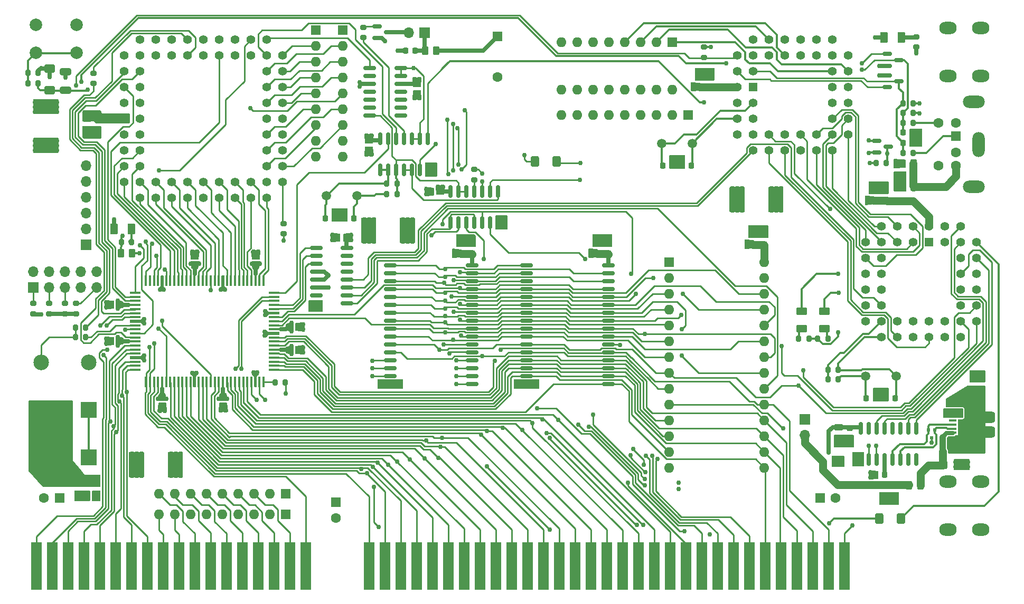
<source format=gbr>
%TF.GenerationSoftware,KiCad,Pcbnew,7.0.2*%
%TF.CreationDate,2024-02-27T21:07:56+01:00*%
%TF.ProjectId,v50_sbc,7635305f-7362-4632-9e6b-696361645f70,rev?*%
%TF.SameCoordinates,Original*%
%TF.FileFunction,Copper,L1,Top*%
%TF.FilePolarity,Positive*%
%FSLAX46Y46*%
G04 Gerber Fmt 4.6, Leading zero omitted, Abs format (unit mm)*
G04 Created by KiCad (PCBNEW 7.0.2) date 2024-02-27 21:07:56*
%MOMM*%
%LPD*%
G01*
G04 APERTURE LIST*
G04 Aperture macros list*
%AMRoundRect*
0 Rectangle with rounded corners*
0 $1 Rounding radius*
0 $2 $3 $4 $5 $6 $7 $8 $9 X,Y pos of 4 corners*
0 Add a 4 corners polygon primitive as box body*
4,1,4,$2,$3,$4,$5,$6,$7,$8,$9,$2,$3,0*
0 Add four circle primitives for the rounded corners*
1,1,$1+$1,$2,$3*
1,1,$1+$1,$4,$5*
1,1,$1+$1,$6,$7*
1,1,$1+$1,$8,$9*
0 Add four rect primitives between the rounded corners*
20,1,$1+$1,$2,$3,$4,$5,0*
20,1,$1+$1,$4,$5,$6,$7,0*
20,1,$1+$1,$6,$7,$8,$9,0*
20,1,$1+$1,$8,$9,$2,$3,0*%
G04 Aperture macros list end*
%TA.AperFunction,SMDPad,CuDef*%
%ADD10RoundRect,0.250000X-0.400000X-0.450000X0.400000X-0.450000X0.400000X0.450000X-0.400000X0.450000X0*%
%TD*%
%TA.AperFunction,ComponentPad*%
%ADD11R,1.600000X1.600000*%
%TD*%
%TA.AperFunction,ComponentPad*%
%ADD12C,1.600000*%
%TD*%
%TA.AperFunction,ComponentPad*%
%ADD13O,1.600000X1.600000*%
%TD*%
%TA.AperFunction,ComponentPad*%
%ADD14C,1.500000*%
%TD*%
%TA.AperFunction,SMDPad,CuDef*%
%ADD15RoundRect,0.225000X0.250000X-0.225000X0.250000X0.225000X-0.250000X0.225000X-0.250000X-0.225000X0*%
%TD*%
%TA.AperFunction,SMDPad,CuDef*%
%ADD16RoundRect,0.200000X-0.200000X-0.275000X0.200000X-0.275000X0.200000X0.275000X-0.200000X0.275000X0*%
%TD*%
%TA.AperFunction,ComponentPad*%
%ADD17O,3.500000X2.000000*%
%TD*%
%TA.AperFunction,ComponentPad*%
%ADD18O,2.000000X4.000000*%
%TD*%
%TA.AperFunction,SMDPad,CuDef*%
%ADD19RoundRect,0.100000X0.100000X-0.775000X0.100000X0.775000X-0.100000X0.775000X-0.100000X-0.775000X0*%
%TD*%
%TA.AperFunction,SMDPad,CuDef*%
%ADD20RoundRect,0.100000X0.775000X-0.100000X0.775000X0.100000X-0.775000X0.100000X-0.775000X-0.100000X0*%
%TD*%
%TA.AperFunction,SMDPad,CuDef*%
%ADD21RoundRect,0.200000X-0.275000X0.200000X-0.275000X-0.200000X0.275000X-0.200000X0.275000X0.200000X0*%
%TD*%
%TA.AperFunction,SMDPad,CuDef*%
%ADD22RoundRect,0.225000X-0.225000X-0.250000X0.225000X-0.250000X0.225000X0.250000X-0.225000X0.250000X0*%
%TD*%
%TA.AperFunction,SMDPad,CuDef*%
%ADD23RoundRect,0.200000X0.275000X-0.200000X0.275000X0.200000X-0.275000X0.200000X-0.275000X-0.200000X0*%
%TD*%
%TA.AperFunction,SMDPad,CuDef*%
%ADD24RoundRect,0.200000X0.200000X0.275000X-0.200000X0.275000X-0.200000X-0.275000X0.200000X-0.275000X0*%
%TD*%
%TA.AperFunction,SMDPad,CuDef*%
%ADD25RoundRect,0.150000X-0.587500X-0.150000X0.587500X-0.150000X0.587500X0.150000X-0.587500X0.150000X0*%
%TD*%
%TA.AperFunction,SMDPad,CuDef*%
%ADD26RoundRect,0.150000X0.150000X-0.587500X0.150000X0.587500X-0.150000X0.587500X-0.150000X-0.587500X0*%
%TD*%
%TA.AperFunction,SMDPad,CuDef*%
%ADD27RoundRect,0.250000X-0.787500X-1.025000X0.787500X-1.025000X0.787500X1.025000X-0.787500X1.025000X0*%
%TD*%
%TA.AperFunction,SMDPad,CuDef*%
%ADD28RoundRect,0.250000X-0.375000X-0.625000X0.375000X-0.625000X0.375000X0.625000X-0.375000X0.625000X0*%
%TD*%
%TA.AperFunction,SMDPad,CuDef*%
%ADD29RoundRect,0.250000X-0.475000X0.250000X-0.475000X-0.250000X0.475000X-0.250000X0.475000X0.250000X0*%
%TD*%
%TA.AperFunction,SMDPad,CuDef*%
%ADD30RoundRect,0.225000X-0.250000X0.225000X-0.250000X-0.225000X0.250000X-0.225000X0.250000X0.225000X0*%
%TD*%
%TA.AperFunction,ComponentPad*%
%ADD31R,1.700000X1.700000*%
%TD*%
%TA.AperFunction,ComponentPad*%
%ADD32O,1.700000X1.700000*%
%TD*%
%TA.AperFunction,ComponentPad*%
%ADD33C,2.000000*%
%TD*%
%TA.AperFunction,SMDPad,CuDef*%
%ADD34RoundRect,0.225000X0.225000X0.250000X-0.225000X0.250000X-0.225000X-0.250000X0.225000X-0.250000X0*%
%TD*%
%TA.AperFunction,SMDPad,CuDef*%
%ADD35RoundRect,0.250000X-0.625000X0.375000X-0.625000X-0.375000X0.625000X-0.375000X0.625000X0.375000X0*%
%TD*%
%TA.AperFunction,SMDPad,CuDef*%
%ADD36RoundRect,0.250000X0.475000X-0.250000X0.475000X0.250000X-0.475000X0.250000X-0.475000X-0.250000X0*%
%TD*%
%TA.AperFunction,SMDPad,CuDef*%
%ADD37RoundRect,0.150000X0.150000X-0.825000X0.150000X0.825000X-0.150000X0.825000X-0.150000X-0.825000X0*%
%TD*%
%TA.AperFunction,SMDPad,CuDef*%
%ADD38RoundRect,0.150000X-0.825000X-0.150000X0.825000X-0.150000X0.825000X0.150000X-0.825000X0.150000X0*%
%TD*%
%TA.AperFunction,SMDPad,CuDef*%
%ADD39RoundRect,0.250000X0.787500X1.025000X-0.787500X1.025000X-0.787500X-1.025000X0.787500X-1.025000X0*%
%TD*%
%TA.AperFunction,SMDPad,CuDef*%
%ADD40RoundRect,0.250000X0.375000X0.625000X-0.375000X0.625000X-0.375000X-0.625000X0.375000X-0.625000X0*%
%TD*%
%TA.AperFunction,ComponentPad*%
%ADD41R,1.422400X1.422400*%
%TD*%
%TA.AperFunction,ComponentPad*%
%ADD42C,1.422400*%
%TD*%
%TA.AperFunction,SMDPad,CuDef*%
%ADD43RoundRect,0.250000X0.262500X0.450000X-0.262500X0.450000X-0.262500X-0.450000X0.262500X-0.450000X0*%
%TD*%
%TA.AperFunction,SMDPad,CuDef*%
%ADD44RoundRect,0.250000X-1.025000X0.787500X-1.025000X-0.787500X1.025000X-0.787500X1.025000X0.787500X0*%
%TD*%
%TA.AperFunction,SMDPad,CuDef*%
%ADD45RoundRect,0.250000X0.650000X-0.325000X0.650000X0.325000X-0.650000X0.325000X-0.650000X-0.325000X0*%
%TD*%
%TA.AperFunction,ConnectorPad*%
%ADD46R,1.780000X7.620000*%
%TD*%
%TA.AperFunction,SMDPad,CuDef*%
%ADD47RoundRect,0.250000X-0.400000X-0.600000X0.400000X-0.600000X0.400000X0.600000X-0.400000X0.600000X0*%
%TD*%
%TA.AperFunction,SMDPad,CuDef*%
%ADD48R,0.500000X0.600000*%
%TD*%
%TA.AperFunction,SMDPad,CuDef*%
%ADD49R,1.300000X0.424600*%
%TD*%
%TA.AperFunction,ComponentPad*%
%ADD50O,1.900000X1.200000*%
%TD*%
%TA.AperFunction,SMDPad,CuDef*%
%ADD51RoundRect,0.450000X1.450000X0.450000X-1.450000X0.450000X-1.450000X-0.450000X1.450000X-0.450000X0*%
%TD*%
%TA.AperFunction,SMDPad,CuDef*%
%ADD52RoundRect,0.250000X-0.600000X0.400000X-0.600000X-0.400000X0.600000X-0.400000X0.600000X0.400000X0*%
%TD*%
%TA.AperFunction,ComponentPad*%
%ADD53O,2.800000X2.000000*%
%TD*%
%TA.AperFunction,SMDPad,CuDef*%
%ADD54RoundRect,0.250000X-0.262500X-0.450000X0.262500X-0.450000X0.262500X0.450000X-0.262500X0.450000X0*%
%TD*%
%TA.AperFunction,SMDPad,CuDef*%
%ADD55RoundRect,0.250000X0.400000X0.600000X-0.400000X0.600000X-0.400000X-0.600000X0.400000X-0.600000X0*%
%TD*%
%TA.AperFunction,SMDPad,CuDef*%
%ADD56RoundRect,0.150000X0.825000X0.150000X-0.825000X0.150000X-0.825000X-0.150000X0.825000X-0.150000X0*%
%TD*%
%TA.AperFunction,ComponentPad*%
%ADD57R,2.500000X2.500000*%
%TD*%
%TA.AperFunction,ComponentPad*%
%ADD58C,2.500000*%
%TD*%
%TA.AperFunction,SMDPad,CuDef*%
%ADD59RoundRect,0.250000X0.250000X0.475000X-0.250000X0.475000X-0.250000X-0.475000X0.250000X-0.475000X0*%
%TD*%
%TA.AperFunction,SMDPad,CuDef*%
%ADD60RoundRect,0.150000X-0.875000X-0.150000X0.875000X-0.150000X0.875000X0.150000X-0.875000X0.150000X0*%
%TD*%
%TA.AperFunction,ViaPad*%
%ADD61C,0.750000*%
%TD*%
%TA.AperFunction,Conductor*%
%ADD62C,0.254000*%
%TD*%
%TA.AperFunction,Conductor*%
%ADD63C,0.304800*%
%TD*%
%TA.AperFunction,Conductor*%
%ADD64C,0.635000*%
%TD*%
%TA.AperFunction,Conductor*%
%ADD65C,1.270000*%
%TD*%
%TA.AperFunction,Conductor*%
%ADD66C,1.016000*%
%TD*%
G04 APERTURE END LIST*
D10*
%TO.P,D5,2,A2*%
%TO.N,GND*%
X185600000Y-108966000D03*
%TO.P,D5,1,A1*%
%TO.N,Net-(D5-A1)*%
X182700000Y-108966000D03*
%TD*%
D11*
%TO.P,LS1,1,1*%
%TO.N,Net-(LS1-Pad1)*%
X111252000Y-40279000D03*
D12*
%TO.P,LS1,2,2*%
%TO.N,GND*%
X111252000Y-46779000D03*
%TD*%
D11*
%TO.P,SW2,1*%
%TO.N,Net-(RN5-R1)*%
X139304000Y-41148000D03*
D13*
%TO.P,SW2,2*%
%TO.N,Net-(RN5-R2)*%
X136764000Y-41148000D03*
%TO.P,SW2,3*%
%TO.N,Net-(RN5-R3)*%
X134224000Y-41148000D03*
%TO.P,SW2,4*%
%TO.N,Net-(RN5-R4)*%
X131684000Y-41148000D03*
%TO.P,SW2,5*%
%TO.N,Net-(RN5-R5)*%
X129144000Y-41148000D03*
%TO.P,SW2,6*%
%TO.N,Net-(RN5-R6)*%
X126604000Y-41148000D03*
%TO.P,SW2,7*%
%TO.N,/nSER_DIS*%
X124064000Y-41148000D03*
%TO.P,SW2,8*%
%TO.N,Net-(RN5-R8)*%
X121524000Y-41148000D03*
%TO.P,SW2,9*%
%TO.N,GND*%
X121524000Y-48768000D03*
%TO.P,SW2,10*%
X124064000Y-48768000D03*
%TO.P,SW2,11*%
X126604000Y-48768000D03*
%TO.P,SW2,12*%
X129144000Y-48768000D03*
%TO.P,SW2,13*%
X131684000Y-48768000D03*
%TO.P,SW2,14*%
X134224000Y-48768000D03*
%TO.P,SW2,15*%
X136764000Y-48768000D03*
%TO.P,SW2,16*%
X139304000Y-48768000D03*
%TD*%
D14*
%TO.P,Y1,1,1*%
%TO.N,Net-(C20-Pad2)*%
X83873000Y-65786000D03*
%TO.P,Y1,2,2*%
%TO.N,Net-(C50-Pad2)*%
X88773000Y-65786000D03*
%TD*%
D15*
%TO.P,C4,1*%
%TO.N,+5V*%
X72517000Y-77216000D03*
%TO.P,C4,2*%
%TO.N,GND*%
X72517000Y-75666000D03*
%TD*%
D16*
%TO.P,R11,1*%
%TO.N,/RSTSW*%
X36005000Y-47752000D03*
%TO.P,R11,2*%
%TO.N,Net-(D1-A)*%
X37655000Y-47752000D03*
%TD*%
D11*
%TO.P,RN5,1,common*%
%TO.N,+5V*%
X141859000Y-52832000D03*
D13*
%TO.P,RN5,2,R1*%
%TO.N,Net-(RN5-R1)*%
X139319000Y-52832000D03*
%TO.P,RN5,3,R2*%
%TO.N,Net-(RN5-R2)*%
X136779000Y-52832000D03*
%TO.P,RN5,4,R3*%
%TO.N,Net-(RN5-R3)*%
X134239000Y-52832000D03*
%TO.P,RN5,5,R4*%
%TO.N,Net-(RN5-R4)*%
X131699000Y-52832000D03*
%TO.P,RN5,6,R5*%
%TO.N,Net-(RN5-R5)*%
X129159000Y-52832000D03*
%TO.P,RN5,7,R6*%
%TO.N,Net-(RN5-R6)*%
X126619000Y-52832000D03*
%TO.P,RN5,8,R7*%
%TO.N,/nSER_DIS*%
X124079000Y-52832000D03*
%TO.P,RN5,9,R8*%
%TO.N,Net-(RN5-R8)*%
X121539000Y-52832000D03*
%TD*%
D16*
%TO.P,FB1,1*%
%TO.N,Net-(Q2-D)*%
X176269000Y-54132000D03*
%TO.P,FB1,2*%
%TO.N,Net-(FB1-Pad2)*%
X177919000Y-54132000D03*
%TD*%
D17*
%TO.P,J3,7*%
%TO.N,N/C*%
X187635000Y-64411000D03*
X187635000Y-50711000D03*
D11*
%TO.P,J3,1*%
%TO.N,Net-(FB2-Pad2)*%
X184785000Y-56261000D03*
D12*
%TO.P,J3,2*%
%TO.N,unconnected-(J3-Pad2)*%
X184785000Y-58861000D03*
%TO.P,J3,3*%
%TO.N,GND*%
X184785000Y-54161000D03*
%TO.P,J3,4*%
%TO.N,Net-(C29-Pad1)*%
X184785000Y-60961000D03*
%TO.P,J3,5*%
%TO.N,Net-(FB1-Pad2)*%
X181985000Y-54161000D03*
%TO.P,J3,6*%
%TO.N,unconnected-(J3-Pad6)*%
X181985000Y-60961000D03*
D18*
%TO.P,J3,7*%
%TO.N,N/C*%
X188435000Y-57561000D03*
%TD*%
D19*
%TO.P,U5,1,IO*%
%TO.N,/nBHE*%
X54913296Y-95697295D03*
%TO.P,U5,2,IO*%
%TO.N,/LA0*%
X55563296Y-95697295D03*
%TO.P,U5,3,IO*%
%TO.N,/LA1*%
X56213296Y-95697295D03*
%TO.P,U5,4,IO*%
%TO.N,/LA2*%
X56863296Y-95697295D03*
%TO.P,U5,5,VCCIO*%
%TO.N,+5V*%
X57513296Y-95697295D03*
%TO.P,U5,6,TDI*%
%TO.N,/TDI*%
X58163296Y-95697295D03*
%TO.P,U5,7,IO*%
%TO.N,/LA3*%
X58813296Y-95697295D03*
%TO.P,U5,8,IO*%
%TO.N,/LA4*%
X59463296Y-95697295D03*
%TO.P,U5,9,IO*%
%TO.N,/LA5*%
X60113296Y-95697295D03*
%TO.P,U5,10,IO*%
%TO.N,/LA6*%
X60763296Y-95697295D03*
%TO.P,U5,11,IO*%
%TO.N,/LA7*%
X61413296Y-95697295D03*
%TO.P,U5,12,IO*%
%TO.N,/LA8*%
X62063296Y-95697295D03*
%TO.P,U5,13,GND*%
%TO.N,GND*%
X62713296Y-95697295D03*
%TO.P,U5,14,IO*%
%TO.N,/LA9*%
X63363296Y-95697295D03*
%TO.P,U5,15,IO*%
%TO.N,/LA10*%
X64013296Y-95697295D03*
%TO.P,U5,16,IO*%
%TO.N,/LA11*%
X64663296Y-95697295D03*
%TO.P,U5,17,TMS*%
%TO.N,/TMS*%
X65313296Y-95697295D03*
%TO.P,U5,18,IO*%
%TO.N,/LA12*%
X65963296Y-95697295D03*
%TO.P,U5,19,IO*%
%TO.N,/LA13*%
X66613296Y-95697295D03*
%TO.P,U5,20,VCCIO*%
%TO.N,+5V*%
X67263296Y-95697295D03*
%TO.P,U5,21,IO*%
%TO.N,/LA14*%
X67913296Y-95697295D03*
%TO.P,U5,22,IO*%
%TO.N,/LA15*%
X68563296Y-95697295D03*
%TO.P,U5,23,IO*%
%TO.N,/LA16*%
X69213296Y-95697295D03*
%TO.P,U5,24,IO*%
%TO.N,/LA17*%
X69863296Y-95697295D03*
%TO.P,U5,25,IO*%
%TO.N,/LA18*%
X70513296Y-95697295D03*
%TO.P,U5,26,IO*%
%TO.N,/LA19*%
X71163296Y-95697295D03*
%TO.P,U5,27,IO*%
%TO.N,/nBIORD*%
X71813296Y-95697295D03*
%TO.P,U5,28,GND*%
%TO.N,GND*%
X72463296Y-95697295D03*
%TO.P,U5,29,IO*%
%TO.N,/nBIOWR*%
X73113296Y-95697295D03*
%TO.P,U5,30,IO*%
%TO.N,Net-(R4-Pad1)*%
X73763296Y-95697295D03*
D20*
%TO.P,U5,31,IO*%
%TO.N,/DD3*%
X75463296Y-93747295D03*
%TO.P,U5,32,IO*%
%TO.N,/DD2*%
X75463296Y-93097295D03*
%TO.P,U5,33,IO*%
%TO.N,/DD4*%
X75463296Y-92447295D03*
%TO.P,U5,34,IO*%
%TO.N,/DD1*%
X75463296Y-91797295D03*
%TO.P,U5,35,IO*%
%TO.N,/DD5*%
X75463296Y-91147295D03*
%TO.P,U5,36,VCCIO*%
%TO.N,+5V*%
X75463296Y-90497295D03*
%TO.P,U5,37,IO*%
%TO.N,/DD0*%
X75463296Y-89847295D03*
%TO.P,U5,38,IO*%
%TO.N,/DD6*%
X75463296Y-89197295D03*
%TO.P,U5,39,IO*%
%TO.N,/DD7*%
X75463296Y-88547295D03*
%TO.P,U5,40,GND*%
%TO.N,GND*%
X75463296Y-87897295D03*
%TO.P,U5,41,VCCINT*%
%TO.N,+5V*%
X75463296Y-87247295D03*
%TO.P,U5,42,IO*%
%TO.N,/nBMRD*%
X75463296Y-86597295D03*
%TO.P,U5,43,IO*%
%TO.N,/nBMWR*%
X75463296Y-85947295D03*
%TO.P,U5,44,IO*%
%TO.N,/SEL2*%
X75463296Y-85297295D03*
%TO.P,U5,45,GND*%
%TO.N,GND*%
X75463296Y-84647295D03*
%TO.P,U5,46,IO*%
%TO.N,/SEL1*%
X75463296Y-83997295D03*
%TO.P,U5,47,IO*%
%TO.N,/SEL0*%
X75463296Y-83347295D03*
%TO.P,U5,48,IO*%
%TO.N,/BRDY*%
X75463296Y-82697295D03*
%TO.P,U5,49,IO*%
%TO.N,/BALE*%
X75463296Y-82047295D03*
%TO.P,U5,50,IO*%
%TO.N,/T2GATE*%
X75463296Y-81397295D03*
D19*
%TO.P,U5,51,IO*%
%TO.N,/AD0*%
X73763296Y-79447295D03*
%TO.P,U5,52,IO*%
%TO.N,/AD1*%
X73113296Y-79447295D03*
%TO.P,U5,53,VCCIO*%
%TO.N,+5V*%
X72463296Y-79447295D03*
%TO.P,U5,54,IO*%
%TO.N,/AD2*%
X71813296Y-79447295D03*
%TO.P,U5,55,IO*%
%TO.N,/AD3*%
X71163296Y-79447295D03*
%TO.P,U5,56,IO*%
%TO.N,/AD4*%
X70513296Y-79447295D03*
%TO.P,U5,57,IO*%
%TO.N,/AD5*%
X69863296Y-79447295D03*
%TO.P,U5,58,IO*%
%TO.N,/AD6*%
X69213296Y-79447295D03*
%TO.P,U5,59,IO*%
%TO.N,/AD7*%
X68563296Y-79447295D03*
%TO.P,U5,60,IO*%
%TO.N,/AD8*%
X67913296Y-79447295D03*
%TO.P,U5,61,GND*%
%TO.N,GND*%
X67263296Y-79447295D03*
%TO.P,U5,62,IO*%
%TO.N,/AD9*%
X66613296Y-79447295D03*
%TO.P,U5,63,IO*%
%TO.N,/AD10*%
X65963296Y-79447295D03*
%TO.P,U5,64,TCK*%
%TO.N,/TCK*%
X65313296Y-79447295D03*
%TO.P,U5,65,IO*%
%TO.N,/AD11*%
X64663296Y-79447295D03*
%TO.P,U5,66,IO*%
%TO.N,/AD12*%
X64013296Y-79447295D03*
%TO.P,U5,67,IO*%
%TO.N,/AD13*%
X63363296Y-79447295D03*
%TO.P,U5,68,VCCIO*%
%TO.N,+5V*%
X62713296Y-79447295D03*
%TO.P,U5,69,IO*%
%TO.N,/AD14*%
X62063296Y-79447295D03*
%TO.P,U5,70,IO*%
%TO.N,/AD15*%
X61413296Y-79447295D03*
%TO.P,U5,71,IO*%
%TO.N,/A17*%
X60763296Y-79447295D03*
%TO.P,U5,72,IO*%
%TO.N,/A16*%
X60113296Y-79447295D03*
%TO.P,U5,73,IO*%
%TO.N,/A18*%
X59463296Y-79447295D03*
%TO.P,U5,74,IO*%
%TO.N,/A19*%
X58813296Y-79447295D03*
%TO.P,U5,75,TDO*%
%TO.N,/TDO*%
X58163296Y-79447295D03*
%TO.P,U5,76,GND*%
%TO.N,GND*%
X57513296Y-79447295D03*
%TO.P,U5,77,IO*%
%TO.N,/nUBE*%
X56863296Y-79447295D03*
%TO.P,U5,78,IO*%
%TO.N,/NMI_EN*%
X56213296Y-79447295D03*
%TO.P,U5,79,IO*%
%TO.N,unconnected-(U5-IO-Pad79)*%
X55563296Y-79447295D03*
%TO.P,U5,80,IO*%
%TO.N,/TCTL2*%
X54913296Y-79447295D03*
D20*
%TO.P,U5,81,IO*%
%TO.N,/RDY*%
X53213296Y-81397295D03*
%TO.P,U5,82,IO*%
%TO.N,/BS2*%
X53213296Y-82047295D03*
%TO.P,U5,83,IO*%
%TO.N,/BS1*%
X53213296Y-82697295D03*
%TO.P,U5,84,VCCIO*%
%TO.N,+5V*%
X53213296Y-83347295D03*
%TO.P,U5,85,IO*%
%TO.N,/BS0*%
X53213296Y-83997295D03*
%TO.P,U5,86,IO*%
%TO.N,/DD14*%
X53213296Y-84647295D03*
%TO.P,U5,87,IO*%
%TO.N,/DD15*%
X53213296Y-85297295D03*
%TO.P,U5,88,GND*%
%TO.N,GND*%
X53213296Y-85947295D03*
%TO.P,U5,89,I/GCK2*%
%TO.N,/HCLK2*%
X53213296Y-86597295D03*
%TO.P,U5,90,I/GOE*%
%TO.N,/nBUS16*%
X53213296Y-87247295D03*
%TO.P,U5,91,I/GCLR*%
%TO.N,/RESOUT*%
X53213296Y-87897295D03*
%TO.P,U5,92,I/GCK1*%
%TO.N,/CPUCLK*%
X53213296Y-88547295D03*
%TO.P,U5,93,VCCINT*%
%TO.N,+5V*%
X53213296Y-89197295D03*
%TO.P,U5,94,IO*%
%TO.N,/DD13*%
X53213296Y-89847295D03*
%TO.P,U5,95,IO*%
%TO.N,/DD12*%
X53213296Y-90497295D03*
%TO.P,U5,96,IO*%
%TO.N,/DD11*%
X53213296Y-91147295D03*
%TO.P,U5,97,GND*%
%TO.N,GND*%
X53213296Y-91797295D03*
%TO.P,U5,98,IO*%
%TO.N,/DD10*%
X53213296Y-92447295D03*
%TO.P,U5,99,IO*%
%TO.N,/DD9*%
X53213296Y-93097295D03*
%TO.P,U5,100,IO*%
%TO.N,/DD8*%
X53213296Y-93747295D03*
%TD*%
D21*
%TO.P,R21,1*%
%TO.N,/TDI*%
X43688000Y-83122000D03*
%TO.P,R21,2*%
%TO.N,+5V*%
X43688000Y-84772000D03*
%TD*%
D11*
%TO.P,U7,1,A14*%
%TO.N,/LA14*%
X138811000Y-76454000D03*
D13*
%TO.P,U7,2,A12*%
%TO.N,/LA12*%
X138811000Y-78994000D03*
%TO.P,U7,3,A7*%
%TO.N,/LA7*%
X138811000Y-81534000D03*
%TO.P,U7,4,A6*%
%TO.N,/LA6*%
X138811000Y-84074000D03*
%TO.P,U7,5,A5*%
%TO.N,/LA5*%
X138811000Y-86614000D03*
%TO.P,U7,6,A4*%
%TO.N,/LA4*%
X138811000Y-89154000D03*
%TO.P,U7,7,A3*%
%TO.N,/LA3*%
X138811000Y-91694000D03*
%TO.P,U7,8,A2*%
%TO.N,/LA2*%
X138811000Y-94234000D03*
%TO.P,U7,9,A1*%
%TO.N,/LA1*%
X138811000Y-96774000D03*
%TO.P,U7,10,A0*%
%TO.N,/LA0*%
X138811000Y-99314000D03*
%TO.P,U7,11,D0*%
%TO.N,/DD0*%
X138811000Y-101854000D03*
%TO.P,U7,12,D1*%
%TO.N,/DD1*%
X138811000Y-104394000D03*
%TO.P,U7,13,D2*%
%TO.N,/DD2*%
X138811000Y-106934000D03*
%TO.P,U7,14,GND*%
%TO.N,GND*%
X138811000Y-109474000D03*
%TO.P,U7,15,D3*%
%TO.N,/DD3*%
X154051000Y-109474000D03*
%TO.P,U7,16,D4*%
%TO.N,/DD4*%
X154051000Y-106934000D03*
%TO.P,U7,17,D5*%
%TO.N,/DD5*%
X154051000Y-104394000D03*
%TO.P,U7,18,D6*%
%TO.N,/DD6*%
X154051000Y-101854000D03*
%TO.P,U7,19,D7*%
%TO.N,/DD7*%
X154051000Y-99314000D03*
%TO.P,U7,20,~{CS}*%
%TO.N,/nROM_CS*%
X154051000Y-96774000D03*
%TO.P,U7,21,A10*%
%TO.N,/LA10*%
X154051000Y-94234000D03*
%TO.P,U7,22,~{OE}*%
%TO.N,/nBMRD*%
X154051000Y-91694000D03*
%TO.P,U7,23,A11*%
%TO.N,/LA11*%
X154051000Y-89154000D03*
%TO.P,U7,24,A9*%
%TO.N,/LA9*%
X154051000Y-86614000D03*
%TO.P,U7,25,A8*%
%TO.N,/LA8*%
X154051000Y-84074000D03*
%TO.P,U7,26,A13*%
%TO.N,/LA13*%
X154051000Y-81534000D03*
%TO.P,U7,27,~{WE}*%
%TO.N,+5V*%
X154051000Y-78994000D03*
%TO.P,U7,28,VCC*%
X154051000Y-76454000D03*
%TD*%
D22*
%TO.P,C2,1*%
%TO.N,+5V*%
X77711000Y-90551000D03*
%TO.P,C2,2*%
%TO.N,GND*%
X79261000Y-90551000D03*
%TD*%
D23*
%TO.P,R9,1*%
%TO.N,/SPK*%
X89789000Y-40449000D03*
%TO.P,R9,2*%
%TO.N,Net-(Q1-B)*%
X89789000Y-38799000D03*
%TD*%
D24*
%TO.P,R2,1*%
%TO.N,/HCLK2*%
X45275000Y-88519000D03*
%TO.P,R2,2*%
%TO.N,Net-(X1-OUT)*%
X43625000Y-88519000D03*
%TD*%
D25*
%TO.P,Q2,1,G*%
%TO.N,Net-(Q2-G)*%
X173743300Y-43058000D03*
%TO.P,Q2,2,S*%
%TO.N,GND*%
X173743300Y-44958000D03*
%TO.P,Q2,3,D*%
%TO.N,Net-(Q2-D)*%
X175618300Y-44008000D03*
%TD*%
D15*
%TO.P,C12,1*%
%TO.N,+5V*%
X154051000Y-73625000D03*
%TO.P,C12,2*%
%TO.N,GND*%
X154051000Y-72075000D03*
%TD*%
D26*
%TO.P,D10,1,A*%
%TO.N,Net-(JP2-B)*%
X163454000Y-108458000D03*
%TO.P,D10,2,A*%
%TO.N,+5V*%
X165354000Y-108458000D03*
%TO.P,D10,3,K*%
%TO.N,Net-(D10-K)*%
X164404000Y-106583000D03*
%TD*%
D11*
%TO.P,RN4,1,common*%
%TO.N,GND*%
X82137000Y-39243000D03*
D13*
%TO.P,RN4,2,R1*%
%TO.N,/IRQ7*%
X82137000Y-41783000D03*
%TO.P,RN4,3,R2*%
%TO.N,/IRQ5*%
X82137000Y-44323000D03*
%TO.P,RN4,4,R3*%
%TO.N,/IRQ3*%
X82137000Y-46863000D03*
%TO.P,RN4,5,R4*%
%TO.N,/KB_IRQ*%
X82137000Y-49403000D03*
%TO.P,RN4,6,R5*%
%TO.N,/DRQ3*%
X82137000Y-51943000D03*
%TO.P,RN4,7,R6*%
%TO.N,/DRQ1*%
X82137000Y-54483000D03*
%TO.P,RN4,8,R7*%
%TO.N,/HLDRQ*%
X82137000Y-57023000D03*
%TO.P,RN4,9,R8*%
%TO.N,unconnected-(RN4-R8-Pad9)*%
X82137000Y-59563000D03*
%TD*%
D27*
%TO.P,C37,1*%
%TO.N,+5V*%
X90638900Y-71374000D03*
%TO.P,C37,2*%
%TO.N,GND*%
X96863900Y-71374000D03*
%TD*%
D28*
%TO.P,D3,1,K*%
%TO.N,GND*%
X173225000Y-40386000D03*
%TO.P,D3,2,A*%
%TO.N,Net-(D3-A)*%
X176025000Y-40386000D03*
%TD*%
D29*
%TO.P,C40,1*%
%TO.N,Net-(JP2-B)*%
X173228000Y-112207000D03*
%TO.P,C40,2*%
%TO.N,GND*%
X173228000Y-114107000D03*
%TD*%
D30*
%TO.P,C45,1*%
%TO.N,Net-(D10-K)*%
X167767000Y-103111000D03*
%TO.P,C45,2*%
%TO.N,GND*%
X167767000Y-104661000D03*
%TD*%
D31*
%TO.P,J4,1,Pin_1*%
%TO.N,/TCK*%
X36830000Y-80523000D03*
D32*
%TO.P,J4,2,Pin_2*%
%TO.N,GND*%
X36830000Y-77983000D03*
%TO.P,J4,3,Pin_3*%
%TO.N,/TDO*%
X39370000Y-80523000D03*
%TO.P,J4,4,Pin_4*%
%TO.N,+5V*%
X39370000Y-77983000D03*
%TO.P,J4,5,Pin_5*%
%TO.N,/TMS*%
X41910000Y-80523000D03*
%TO.P,J4,6,Pin_6*%
%TO.N,unconnected-(J4-Pin_6-Pad6)*%
X41910000Y-77983000D03*
%TO.P,J4,7,Pin_7*%
%TO.N,unconnected-(J4-Pin_7-Pad7)*%
X44450000Y-80523000D03*
%TO.P,J4,8,Pin_8*%
%TO.N,unconnected-(J4-Pin_8-Pad8)*%
X44450000Y-77983000D03*
%TO.P,J4,9,Pin_9*%
%TO.N,/TDI*%
X46990000Y-80523000D03*
%TO.P,J4,10,Pin_10*%
%TO.N,GND*%
X46990000Y-77983000D03*
%TD*%
D33*
%TO.P,SW1,1,1*%
%TO.N,GND*%
X43763000Y-38390000D03*
X37263000Y-38390000D03*
%TO.P,SW1,2,2*%
%TO.N,/RSTSW*%
X43763000Y-42890000D03*
X37263000Y-42890000D03*
%TD*%
D22*
%TO.P,C21,1*%
%TO.N,Net-(U6-XTAL1)*%
X137769000Y-60960000D03*
%TO.P,C21,2*%
%TO.N,GND*%
X139319000Y-60960000D03*
%TD*%
D14*
%TO.P,Y2,1,1*%
%TO.N,Net-(U6-XTAL1)*%
X137594000Y-57404000D03*
%TO.P,Y2,2,2*%
%TO.N,Net-(U6-XTAL2)*%
X142494000Y-57404000D03*
%TD*%
D11*
%TO.P,RN1,1,common*%
%TO.N,GND*%
X77343000Y-113665000D03*
D13*
%TO.P,RN1,2,R1*%
%TO.N,unconnected-(RN1-R1-Pad2)*%
X74803000Y-113665000D03*
%TO.P,RN1,3,R2*%
%TO.N,Net-(J1-LA23)*%
X72263000Y-113665000D03*
%TO.P,RN1,4,R3*%
%TO.N,Net-(J1-LA22)*%
X69723000Y-113665000D03*
%TO.P,RN1,5,R4*%
%TO.N,Net-(J1-LA21)*%
X67183000Y-113665000D03*
%TO.P,RN1,6,R5*%
%TO.N,Net-(J1-LA20)*%
X64643000Y-113665000D03*
%TO.P,RN1,7,R6*%
%TO.N,Net-(J1-LA19)*%
X62103000Y-113665000D03*
%TO.P,RN1,8,R7*%
%TO.N,Net-(J1-LA18)*%
X59563000Y-113665000D03*
%TO.P,RN1,9,R8*%
%TO.N,Net-(J1-LA17)*%
X57023000Y-113665000D03*
%TD*%
D16*
%TO.P,R25,1*%
%TO.N,+5V*%
X162624000Y-88773000D03*
%TO.P,R25,2*%
%TO.N,Net-(D7-A)*%
X164274000Y-88773000D03*
%TD*%
D30*
%TO.P,C39,1*%
%TO.N,Net-(X1-Vcc)*%
X45466000Y-112001000D03*
%TO.P,C39,2*%
%TO.N,GND*%
X45466000Y-113551000D03*
%TD*%
D24*
%TO.P,R28,1*%
%TO.N,Net-(U10-XIN)*%
X165925000Y-93726000D03*
%TO.P,R28,2*%
%TO.N,Net-(U10-XOUT)*%
X164275000Y-93726000D03*
%TD*%
D23*
%TO.P,R17,1*%
%TO.N,+5V*%
X178435000Y-41973000D03*
%TO.P,R17,2*%
%TO.N,Net-(D3-A)*%
X178435000Y-40323000D03*
%TD*%
D15*
%TO.P,C13,1*%
%TO.N,+5V*%
X129032000Y-75070000D03*
%TO.P,C13,2*%
%TO.N,GND*%
X129032000Y-73520000D03*
%TD*%
D34*
%TO.P,C43,1*%
%TO.N,Net-(U10-XIN)*%
X175032000Y-98298000D03*
%TO.P,C43,2*%
%TO.N,GND*%
X173482000Y-98298000D03*
%TD*%
%TO.P,C46,1*%
%TO.N,Net-(U12-V3)*%
X173368000Y-110617000D03*
%TO.P,C46,2*%
%TO.N,GND*%
X171818000Y-110617000D03*
%TD*%
D35*
%TO.P,D6,1,K*%
%TO.N,/RX*%
X160020000Y-84325000D03*
%TO.P,D6,2,A*%
%TO.N,Net-(D6-A)*%
X160020000Y-87125000D03*
%TD*%
D34*
%TO.P,C20,1*%
%TO.N,GND*%
X85230000Y-69469000D03*
%TO.P,C20,2*%
%TO.N,Net-(C20-Pad2)*%
X83680000Y-69469000D03*
%TD*%
D35*
%TO.P,D7,1,K*%
%TO.N,/TX*%
X163703000Y-84325000D03*
%TO.P,D7,2,A*%
%TO.N,Net-(D7-A)*%
X163703000Y-87125000D03*
%TD*%
D25*
%TO.P,Q3,1,G*%
%TO.N,+5V*%
X173736000Y-46487000D03*
%TO.P,Q3,2,S*%
%TO.N,Net-(Q3-S)*%
X173736000Y-48387000D03*
%TO.P,Q3,3,D*%
%TO.N,Net-(Q3-D)*%
X175611000Y-47437000D03*
%TD*%
D31*
%TO.P,JP2,1,A*%
%TO.N,+5V*%
X160528000Y-101727000D03*
D32*
%TO.P,JP2,2,B*%
%TO.N,Net-(JP2-B)*%
X160528000Y-104267000D03*
%TD*%
D36*
%TO.P,C15,1*%
%TO.N,+5V*%
X152273000Y-73721000D03*
%TO.P,C15,2*%
%TO.N,GND*%
X152273000Y-71821000D03*
%TD*%
D31*
%TO.P,J5,1,Pin_1*%
%TO.N,+5V*%
X45339000Y-73660000D03*
D32*
%TO.P,J5,2,Pin_2*%
%TO.N,Net-(J5-Pin_2)*%
X45339000Y-71120000D03*
%TO.P,J5,3,Pin_3*%
%TO.N,GND*%
X45339000Y-68580000D03*
%TO.P,J5,4,Pin_4*%
%TO.N,/TBSW*%
X45339000Y-66040000D03*
%TO.P,J5,5,Pin_5*%
%TO.N,GND*%
X45339000Y-63500000D03*
%TO.P,J5,6,Pin_6*%
%TO.N,/RSTSW*%
X45339000Y-60960000D03*
%TD*%
D37*
%TO.P,U12,1,GND*%
%TO.N,GND*%
X169545000Y-108139000D03*
%TO.P,U12,2,TXD*%
%TO.N,/RX*%
X170815000Y-108139000D03*
%TO.P,U12,3,RXD*%
%TO.N,/TX*%
X172085000Y-108139000D03*
%TO.P,U12,4,V3*%
%TO.N,Net-(U12-V3)*%
X173355000Y-108139000D03*
%TO.P,U12,5,UD+*%
%TO.N,Net-(D4-K2)*%
X174625000Y-108139000D03*
%TO.P,U12,6,UD-*%
%TO.N,Net-(D4-K1)*%
X175895000Y-108139000D03*
%TO.P,U12,7,NC*%
%TO.N,unconnected-(U12-NC-Pad7)*%
X177165000Y-108139000D03*
%TO.P,U12,8,NC*%
%TO.N,unconnected-(U12-NC-Pad8)*%
X178435000Y-108139000D03*
%TO.P,U12,9,~{CTS}*%
%TO.N,/nRTS*%
X178435000Y-103189000D03*
%TO.P,U12,10,~{DSR}*%
%TO.N,/nDTR*%
X177165000Y-103189000D03*
%TO.P,U12,11,~{RI}*%
%TO.N,unconnected-(U12-~{RI}-Pad11)*%
X175895000Y-103189000D03*
%TO.P,U12,12,~{DCD}*%
%TO.N,unconnected-(U12-~{DCD}-Pad12)*%
X174625000Y-103189000D03*
%TO.P,U12,13,~{DTR}*%
%TO.N,/nDSR*%
X173355000Y-103189000D03*
%TO.P,U12,14,~{RTS}*%
%TO.N,/nCTS*%
X172085000Y-103189000D03*
%TO.P,U12,15,R232*%
%TO.N,unconnected-(U12-R232-Pad15)*%
X170815000Y-103189000D03*
%TO.P,U12,16,VCC*%
%TO.N,Net-(D10-K)*%
X169545000Y-103189000D03*
%TD*%
D38*
%TO.P,U9,1,A0*%
%TO.N,/SEL0*%
X82201500Y-74168000D03*
%TO.P,U9,2,A1*%
%TO.N,/SEL1*%
X82201500Y-75438000D03*
%TO.P,U9,3,A2*%
%TO.N,/SEL2*%
X82201500Y-76708000D03*
%TO.P,U9,4,E1*%
%TO.N,GND*%
X82201500Y-77978000D03*
%TO.P,U9,5,E2*%
X82201500Y-79248000D03*
%TO.P,U9,6,E3*%
%TO.N,+5V*%
X82201500Y-80518000D03*
%TO.P,U9,7,O7*%
%TO.N,unconnected-(U9-O7-Pad7)*%
X82201500Y-81788000D03*
%TO.P,U9,8,GND*%
%TO.N,GND*%
X82201500Y-83058000D03*
%TO.P,U9,9,O6*%
%TO.N,/nRAM_CS*%
X87151500Y-83058000D03*
%TO.P,U9,10,O5*%
%TO.N,/nROM_CS*%
X87151500Y-81788000D03*
%TO.P,U9,11,O4*%
%TO.N,/nKB_CS*%
X87151500Y-80518000D03*
%TO.P,U9,12,O3*%
%TO.N,/nSER_CS*%
X87151500Y-79248000D03*
%TO.P,U9,13,O2*%
%TO.N,unconnected-(U9-O2-Pad13)*%
X87151500Y-77978000D03*
%TO.P,U9,14,O1*%
%TO.N,unconnected-(U9-O1-Pad14)*%
X87151500Y-76708000D03*
%TO.P,U9,15,O0*%
%TO.N,unconnected-(U9-O0-Pad15)*%
X87151500Y-75438000D03*
%TO.P,U9,16,VCC*%
%TO.N,+5V*%
X87151500Y-74168000D03*
%TD*%
D34*
%TO.P,C25,1*%
%TO.N,Net-(JP1-A)*%
X98057000Y-42545000D03*
%TO.P,C25,2*%
%TO.N,GND*%
X96507000Y-42545000D03*
%TD*%
D24*
%TO.P,R13,1*%
%TO.N,+5V*%
X177913800Y-52552600D03*
%TO.P,R13,2*%
%TO.N,Net-(Q2-D)*%
X176263800Y-52552600D03*
%TD*%
%TO.P,R16,1*%
%TO.N,Net-(D2-K)*%
X52641000Y-73279000D03*
%TO.P,R16,2*%
%TO.N,/TBLED*%
X50991000Y-73279000D03*
%TD*%
D39*
%TO.P,C36,1*%
%TO.N,+5V*%
X59627500Y-108966000D03*
%TO.P,C36,2*%
%TO.N,GND*%
X53402500Y-108966000D03*
%TD*%
D40*
%TO.P,D2,1,K*%
%TO.N,Net-(D2-K)*%
X52581000Y-71120000D03*
%TO.P,D2,2,A*%
%TO.N,+5V*%
X49781000Y-71120000D03*
%TD*%
D30*
%TO.P,C38,1*%
%TO.N,Net-(X1-Vcc)*%
X43942000Y-112001000D03*
%TO.P,C38,2*%
%TO.N,GND*%
X43942000Y-113551000D03*
%TD*%
%TO.P,C47,1*%
%TO.N,GND*%
X187452000Y-95224000D03*
%TO.P,C47,2*%
%TO.N,Net-(J2-Shield)*%
X187452000Y-96774000D03*
%TD*%
D41*
%TO.P,U6,1*%
%TO.N,N/C*%
X152273000Y-48387000D03*
D42*
%TO.P,U6,2,TEST0*%
%TO.N,Net-(Q2-D)*%
X149733000Y-50927000D03*
%TO.P,U6,3,XTAL1*%
%TO.N,Net-(U6-XTAL1)*%
X152273000Y-50927000D03*
%TO.P,U6,4,XTAL2*%
%TO.N,Net-(U6-XTAL2)*%
X149733000Y-53467000D03*
%TO.P,U6,5,~{RESET}*%
%TO.N,/nRESOUT*%
X152273000Y-53467000D03*
%TO.P,U6,6,TH_SS*%
%TO.N,+5V*%
X149733000Y-56007000D03*
%TO.P,U6,7,~{CS}*%
%TO.N,/nKB_CS*%
X152273000Y-58547000D03*
%TO.P,U6,8,TL_EA*%
%TO.N,GND*%
X152273000Y-56007000D03*
%TO.P,U6,9,~{RD}*%
%TO.N,/nBIORD*%
X154813000Y-58547000D03*
%TO.P,U6,10,A0*%
%TO.N,/LA2*%
X154813000Y-56007000D03*
%TO.P,U6,11,~{WR}*%
%TO.N,/nBIOWR*%
X157353000Y-58547000D03*
%TO.P,U6,12,SYNC*%
%TO.N,unconnected-(U6-SYNC-Pad12)*%
X157353000Y-56007000D03*
%TO.P,U6,13*%
%TO.N,N/C*%
X159893000Y-58547000D03*
%TO.P,U6,14,D0*%
%TO.N,/DD0*%
X159893000Y-56007000D03*
%TO.P,U6,15,D1*%
%TO.N,/DD1*%
X162433000Y-58547000D03*
%TO.P,U6,16,D2*%
%TO.N,/DD2*%
X162433000Y-56007000D03*
%TO.P,U6,17,D3*%
%TO.N,/DD3*%
X164973000Y-58547000D03*
%TO.P,U6,18,D4*%
%TO.N,/DD4*%
X167513000Y-56007000D03*
%TO.P,U6,19,D5*%
%TO.N,/DD5*%
X164973000Y-56007000D03*
%TO.P,U6,20,D6*%
%TO.N,/DD6*%
X167513000Y-53467000D03*
%TO.P,U6,21,D7*%
%TO.N,/DD7*%
X164973000Y-53467000D03*
%TO.P,U6,22,GND*%
%TO.N,GND*%
X167513000Y-50927000D03*
%TO.P,U6,23*%
%TO.N,N/C*%
X164973000Y-50927000D03*
%TO.P,U6,24,P20*%
%TO.N,unconnected-(U6-P20-Pad24)*%
X167513000Y-48387000D03*
%TO.P,U6,25,P21*%
%TO.N,/TBLED*%
X164973000Y-48387000D03*
%TO.P,U6,26,P22*%
%TO.N,Net-(RN5-R2)*%
X167513000Y-45847000D03*
%TO.P,U6,27,P23*%
%TO.N,Net-(RN5-R1)*%
X164973000Y-45847000D03*
%TO.P,U6,28,TH_PROG*%
%TO.N,+5V*%
X167513000Y-43307000D03*
%TO.P,U6,29,TH_SSPP*%
X164973000Y-40767000D03*
%TO.P,U6,30,P10*%
X164973000Y-43307000D03*
%TO.P,U6,31,P11*%
%TO.N,Net-(RN5-R8)*%
X162433000Y-40767000D03*
%TO.P,U6,32,P12*%
%TO.N,/nSER_DIS*%
X162433000Y-43307000D03*
%TO.P,U6,33,P13*%
%TO.N,Net-(RN5-R6)*%
X159893000Y-40767000D03*
%TO.P,U6,34*%
%TO.N,N/C*%
X159893000Y-43307000D03*
%TO.P,U6,35,P14*%
%TO.N,Net-(RN5-R5)*%
X157353000Y-40767000D03*
%TO.P,U6,36,P15*%
%TO.N,Net-(RN5-R4)*%
X157353000Y-43307000D03*
%TO.P,U6,37,P16*%
%TO.N,Net-(RN5-R3)*%
X154813000Y-40767000D03*
%TO.P,U6,38,P17*%
%TO.N,+5V*%
X154813000Y-43307000D03*
%TO.P,U6,39,P24*%
%TO.N,/KB_IRQ*%
X152273000Y-40767000D03*
%TO.P,U6,40,P25*%
%TO.N,/TBSW*%
X149733000Y-43307000D03*
%TO.P,U6,41,P26*%
%TO.N,Net-(Q2-G)*%
X152273000Y-43307000D03*
%TO.P,U6,42,P27*%
%TO.N,Net-(Q3-S)*%
X149733000Y-45847000D03*
%TO.P,U6,43,TEST1*%
%TO.N,Net-(Q3-D)*%
X152273000Y-45847000D03*
%TO.P,U6,44,VCC*%
%TO.N,+5V*%
X149733000Y-48387000D03*
%TD*%
D24*
%TO.P,R7,1*%
%TO.N,Net-(U8-CP0)*%
X95186000Y-65532000D03*
%TO.P,R7,2*%
%TO.N,Net-(C50-Pad2)*%
X93536000Y-65532000D03*
%TD*%
D16*
%TO.P,R4,1*%
%TO.N,Net-(R4-Pad1)*%
X75629000Y-95758000D03*
%TO.P,R4,2*%
%TO.N,/BUSCLK*%
X77279000Y-95758000D03*
%TD*%
D31*
%TO.P,JP1,1,A*%
%TO.N,Net-(JP1-A)*%
X99573000Y-39624000D03*
D32*
%TO.P,JP1,2,B*%
%TO.N,Net-(JP1-B)*%
X97033000Y-39624000D03*
%TD*%
D21*
%TO.P,R19,1*%
%TO.N,/TDO*%
X39370000Y-83122000D03*
%TO.P,R19,2*%
%TO.N,+5V*%
X39370000Y-84772000D03*
%TD*%
D43*
%TO.P,FB5,1*%
%TO.N,Net-(D5-A1)*%
X179093500Y-112268000D03*
%TO.P,FB5,2*%
%TO.N,Net-(JP2-B)*%
X177268500Y-112268000D03*
%TD*%
D44*
%TO.P,C35,1*%
%TO.N,+5V*%
X38862000Y-51497500D03*
%TO.P,C35,2*%
%TO.N,GND*%
X38862000Y-57722500D03*
%TD*%
D25*
%TO.P,Q1,1,B*%
%TO.N,Net-(Q1-B)*%
X91948000Y-38613000D03*
%TO.P,Q1,2,E*%
%TO.N,+5V*%
X91948000Y-40513000D03*
%TO.P,Q1,3,C*%
%TO.N,Net-(JP1-B)*%
X93823000Y-39563000D03*
%TD*%
D45*
%TO.P,C26,1*%
%TO.N,Net-(D1-A)*%
X42037000Y-48846000D03*
%TO.P,C26,2*%
%TO.N,GND*%
X42037000Y-45896000D03*
%TD*%
D34*
%TO.P,C6,1*%
%TO.N,+5V*%
X50940000Y-83312000D03*
%TO.P,C6,2*%
%TO.N,GND*%
X49390000Y-83312000D03*
%TD*%
D46*
%TO.P,J1,98,D15*%
%TO.N,/DD15*%
X37338000Y-125222000D03*
%TO.P,J1,97,D14*%
%TO.N,/DD14*%
X39878000Y-125222000D03*
%TO.P,J1,96,D13*%
%TO.N,/DD13*%
X42418000Y-125222000D03*
%TO.P,J1,95,D12*%
%TO.N,/DD12*%
X44958000Y-125222000D03*
%TO.P,J1,94,D11*%
%TO.N,/DD11*%
X47498000Y-125222000D03*
%TO.P,J1,93,D10*%
%TO.N,/DD10*%
X50038000Y-125222000D03*
%TO.P,J1,92,D9*%
%TO.N,/DD9*%
X52578000Y-125222000D03*
%TO.P,J1,91,D8*%
%TO.N,/DD8*%
X55118000Y-125222000D03*
%TO.P,J1,90,~{MEMW}*%
%TO.N,Net-(J1-~{MEMW})*%
X57658000Y-125222000D03*
%TO.P,J1,89,~{MEMR}*%
%TO.N,Net-(J1-~{MEMR})*%
X60198000Y-125222000D03*
%TO.P,J1,88,LA17*%
%TO.N,Net-(J1-LA17)*%
X62738000Y-125222000D03*
%TO.P,J1,87,LA18*%
%TO.N,Net-(J1-LA18)*%
X65278000Y-125222000D03*
%TO.P,J1,86,LA19*%
%TO.N,Net-(J1-LA19)*%
X67818000Y-125222000D03*
%TO.P,J1,85,LA20*%
%TO.N,Net-(J1-LA20)*%
X70358000Y-125222000D03*
%TO.P,J1,84,LA21*%
%TO.N,Net-(J1-LA21)*%
X72898000Y-125222000D03*
%TO.P,J1,83,LA22*%
%TO.N,Net-(J1-LA22)*%
X75438000Y-125222000D03*
%TO.P,J1,82,LA23*%
%TO.N,Net-(J1-LA23)*%
X77978000Y-125222000D03*
%TO.P,J1,81,SBHE*%
%TO.N,/nBHE*%
X80518000Y-125222000D03*
%TO.P,J1,62,BA00*%
%TO.N,/LA0*%
X90678000Y-125222000D03*
%TO.P,J1,61,BA01*%
%TO.N,/LA1*%
X93218000Y-125222000D03*
%TO.P,J1,60,BA02*%
%TO.N,/LA2*%
X95758000Y-125222000D03*
%TO.P,J1,59,BA03*%
%TO.N,/LA3*%
X98298000Y-125222000D03*
%TO.P,J1,58,BA04*%
%TO.N,/LA4*%
X100838000Y-125222000D03*
%TO.P,J1,57,BA05*%
%TO.N,/LA5*%
X103378000Y-125222000D03*
%TO.P,J1,56,BA06*%
%TO.N,/LA6*%
X105918000Y-125222000D03*
%TO.P,J1,55,BA07*%
%TO.N,/LA7*%
X108458000Y-125222000D03*
%TO.P,J1,54,BA08*%
%TO.N,/LA8*%
X110998000Y-125222000D03*
%TO.P,J1,53,BA09*%
%TO.N,/LA9*%
X113538000Y-125222000D03*
%TO.P,J1,52,BA10*%
%TO.N,/LA10*%
X116078000Y-125222000D03*
%TO.P,J1,51,BA11*%
%TO.N,/LA11*%
X118618000Y-125222000D03*
%TO.P,J1,50,BA12*%
%TO.N,/LA12*%
X121158000Y-125222000D03*
%TO.P,J1,49,BA13*%
%TO.N,/LA13*%
X123698000Y-125222000D03*
%TO.P,J1,48,BA14*%
%TO.N,/LA14*%
X126238000Y-125222000D03*
%TO.P,J1,47,BA15*%
%TO.N,/LA15*%
X128778000Y-125222000D03*
%TO.P,J1,46,BA16*%
%TO.N,/LA16*%
X131318000Y-125222000D03*
%TO.P,J1,45,BA17*%
%TO.N,/LA17*%
X133858000Y-125222000D03*
%TO.P,J1,44,BA18*%
%TO.N,/LA18*%
X136398000Y-125222000D03*
%TO.P,J1,43,BA19*%
%TO.N,/LA19*%
X138938000Y-125222000D03*
%TO.P,J1,42,AEN*%
%TO.N,/HLDAK*%
X141478000Y-125222000D03*
%TO.P,J1,41,IO_READY*%
%TO.N,/BRDY*%
X144018000Y-125222000D03*
%TO.P,J1,40,DB0*%
%TO.N,/DD0*%
X146558000Y-125222000D03*
%TO.P,J1,39,DB1*%
%TO.N,/DD1*%
X149098000Y-125222000D03*
%TO.P,J1,38,DB2*%
%TO.N,/DD2*%
X151638000Y-125222000D03*
%TO.P,J1,37,DB3*%
%TO.N,/DD3*%
X154178000Y-125222000D03*
%TO.P,J1,36,DB4*%
%TO.N,/DD4*%
X156718000Y-125222000D03*
%TO.P,J1,35,DB5*%
%TO.N,/DD5*%
X159258000Y-125222000D03*
%TO.P,J1,34,DB6*%
%TO.N,/DD6*%
X161798000Y-125222000D03*
%TO.P,J1,33,DB7*%
%TO.N,/DD7*%
X164338000Y-125222000D03*
%TO.P,J1,32,IO*%
%TO.N,/IOCHK*%
X166878000Y-125222000D03*
%TD*%
D29*
%TO.P,C28,1*%
%TO.N,+5V*%
X45466000Y-53406000D03*
%TO.P,C28,2*%
%TO.N,GND*%
X45466000Y-55306000D03*
%TD*%
D47*
%TO.P,D9,1,K*%
%TO.N,/IRQ4*%
X117249000Y-60325000D03*
%TO.P,D9,2,A*%
%TO.N,/SER_INT*%
X120749000Y-60325000D03*
%TD*%
D23*
%TO.P,R23,1*%
%TO.N,Net-(J2-Shield)*%
X188976000Y-96824000D03*
%TO.P,R23,2*%
%TO.N,GND*%
X188976000Y-95174000D03*
%TD*%
D34*
%TO.P,C29,1*%
%TO.N,Net-(C29-Pad1)*%
X177863800Y-62560200D03*
%TO.P,C29,2*%
%TO.N,GND*%
X176313800Y-62560200D03*
%TD*%
D23*
%TO.P,R5,1*%
%TO.N,+5V*%
X76962000Y-71945000D03*
%TO.P,R5,2*%
%TO.N,/T{slash}C*%
X76962000Y-70295000D03*
%TD*%
D15*
%TO.P,C34,1*%
%TO.N,+5V*%
X145542000Y-48273000D03*
%TO.P,C34,2*%
%TO.N,GND*%
X145542000Y-46723000D03*
%TD*%
%TO.P,C11,1*%
%TO.N,+5V*%
X107188000Y-75070000D03*
%TO.P,C11,2*%
%TO.N,GND*%
X107188000Y-73520000D03*
%TD*%
D16*
%TO.P,FB2,1*%
%TO.N,Net-(Q3-D)*%
X176269000Y-58958000D03*
%TO.P,FB2,2*%
%TO.N,Net-(FB2-Pad2)*%
X177919000Y-58958000D03*
%TD*%
D48*
%TO.P,D4,1,K1*%
%TO.N,Net-(D4-K1)*%
X181356000Y-103378000D03*
%TO.P,D4,2,K2*%
%TO.N,Net-(D4-K2)*%
X180356000Y-103378000D03*
%TO.P,D4,3,A*%
%TO.N,GND*%
X180856000Y-104678000D03*
%TD*%
D24*
%TO.P,R27,1*%
%TO.N,Net-(C44-Pad2)*%
X165925000Y-95250000D03*
%TO.P,R27,2*%
%TO.N,Net-(U10-XOUT)*%
X164275000Y-95250000D03*
%TD*%
D23*
%TO.P,FB4,1*%
%TO.N,+5V*%
X46990000Y-113601000D03*
%TO.P,FB4,2*%
%TO.N,Net-(X1-Vcc)*%
X46990000Y-111951000D03*
%TD*%
D14*
%TO.P,Y3,1,1*%
%TO.N,Net-(U10-XIN)*%
X175170000Y-94742000D03*
%TO.P,Y3,2,2*%
%TO.N,Net-(C44-Pad2)*%
X170270000Y-94742000D03*
%TD*%
D36*
%TO.P,C14,1*%
%TO.N,+5V*%
X105410000Y-75118000D03*
%TO.P,C14,2*%
%TO.N,GND*%
X105410000Y-73218000D03*
%TD*%
%TO.P,C41,1*%
%TO.N,+5V*%
X171704000Y-66609000D03*
%TO.P,C41,2*%
%TO.N,GND*%
X171704000Y-64709000D03*
%TD*%
D22*
%TO.P,C50,1*%
%TO.N,GND*%
X86728000Y-69469000D03*
%TO.P,C50,2*%
%TO.N,Net-(C50-Pad2)*%
X88278000Y-69469000D03*
%TD*%
D30*
%TO.P,C3,1*%
%TO.N,+5V*%
X67310000Y-97904000D03*
%TO.P,C3,2*%
%TO.N,GND*%
X67310000Y-99454000D03*
%TD*%
D24*
%TO.P,R10,1*%
%TO.N,+5V*%
X37655000Y-46101000D03*
%TO.P,R10,2*%
%TO.N,/RSTSW*%
X36005000Y-46101000D03*
%TD*%
D27*
%TO.P,C49,1*%
%TO.N,+5V*%
X149731000Y-66421000D03*
%TO.P,C49,2*%
%TO.N,GND*%
X155956000Y-66421000D03*
%TD*%
D34*
%TO.P,C10,1*%
%TO.N,+5V*%
X87102500Y-72517000D03*
%TO.P,C10,2*%
%TO.N,GND*%
X85552500Y-72517000D03*
%TD*%
D22*
%TO.P,C1,1*%
%TO.N,+5V*%
X77724000Y-86868000D03*
%TO.P,C1,2*%
%TO.N,GND*%
X79274000Y-86868000D03*
%TD*%
D49*
%TO.P,J2,1,VBUS*%
%TO.N,Net-(D5-A1)*%
X184237000Y-103851000D03*
%TO.P,J2,2,D-*%
%TO.N,Net-(D4-K1)*%
X184237000Y-103201000D03*
%TO.P,J2,3,D+*%
%TO.N,Net-(D4-K2)*%
X184237000Y-102551000D03*
%TO.P,J2,4,ID*%
%TO.N,unconnected-(J2-ID-Pad4)*%
X184237000Y-101901000D03*
%TO.P,J2,5,GND*%
%TO.N,GND*%
X184237000Y-101251000D03*
D50*
%TO.P,J2,6,Shield*%
%TO.N,Net-(J2-Shield)*%
X184287000Y-106151000D03*
X187837000Y-106151000D03*
D51*
X189137000Y-103701000D03*
X189137000Y-101401000D03*
D50*
X184287000Y-98951000D03*
X187837000Y-98951000D03*
%TD*%
D30*
%TO.P,C24,1*%
%TO.N,+5V*%
X90678000Y-56896000D03*
%TO.P,C24,2*%
%TO.N,GND*%
X90678000Y-58446000D03*
%TD*%
D52*
%TO.P,D1,1,K*%
%TO.N,+5V*%
X39497000Y-45367000D03*
%TO.P,D1,2,A*%
%TO.N,Net-(D1-A)*%
X39497000Y-48867000D03*
%TD*%
D53*
%TO.P,H1,1*%
%TO.N,N/C*%
X183540000Y-38898200D03*
X183540000Y-46598200D03*
X188740000Y-38898200D03*
X188740000Y-46598200D03*
%TD*%
D43*
%TO.P,R15,1*%
%TO.N,Net-(J5-Pin_2)*%
X52728500Y-75057000D03*
%TO.P,R15,2*%
%TO.N,/TBLED*%
X50903500Y-75057000D03*
%TD*%
D24*
%TO.P,R6,1*%
%TO.N,Net-(U8-CP0)*%
X95186000Y-63881000D03*
%TO.P,R6,2*%
%TO.N,Net-(C20-Pad2)*%
X93536000Y-63881000D03*
%TD*%
D22*
%TO.P,C31,1*%
%TO.N,Net-(Q3-D)*%
X176319000Y-57307000D03*
%TO.P,C31,2*%
%TO.N,GND*%
X177869000Y-57307000D03*
%TD*%
D21*
%TO.P,R22,1*%
%TO.N,+5V*%
X144399000Y-41974000D03*
%TO.P,R22,2*%
%TO.N,/TBSW*%
X144399000Y-43624000D03*
%TD*%
D15*
%TO.P,C5,1*%
%TO.N,+5V*%
X62738296Y-77160295D03*
%TO.P,C5,2*%
%TO.N,GND*%
X62738296Y-75610295D03*
%TD*%
D11*
%TO.P,RN3,1,common*%
%TO.N,GND*%
X86487000Y-39243000D03*
D13*
%TO.P,RN3,2,R1*%
%TO.N,/IRQ6*%
X86487000Y-41783000D03*
%TO.P,RN3,3,R2*%
%TO.N,/IRQ4*%
X86487000Y-44323000D03*
%TO.P,RN3,4,R3*%
%TO.N,/IRQ2*%
X86487000Y-46863000D03*
%TO.P,RN3,5,R4*%
%TO.N,/NMI*%
X86487000Y-49403000D03*
%TO.P,RN3,6,R5*%
%TO.N,/DRQ2*%
X86487000Y-51943000D03*
%TO.P,RN3,7,R6*%
%TO.N,/nDAK0*%
X86487000Y-54483000D03*
%TO.P,RN3,8,R7*%
%TO.N,unconnected-(RN3-R7-Pad8)*%
X86487000Y-57023000D03*
%TO.P,RN3,9,R8*%
%TO.N,unconnected-(RN3-R8-Pad9)*%
X86487000Y-59563000D03*
%TD*%
D22*
%TO.P,C22,1*%
%TO.N,GND*%
X140830000Y-60960000D03*
%TO.P,C22,2*%
%TO.N,Net-(U6-XTAL2)*%
X142380000Y-60960000D03*
%TD*%
D54*
%TO.P,R8,1*%
%TO.N,Net-(JP1-A)*%
X99671500Y-42545000D03*
%TO.P,R8,2*%
%TO.N,Net-(LS1-Pad1)*%
X101496500Y-42545000D03*
%TD*%
D11*
%TO.P,RN2,1,common*%
%TO.N,+5V*%
X77343000Y-116967000D03*
D13*
%TO.P,RN2,2,R1*%
%TO.N,/nBUS16*%
X74803000Y-116967000D03*
%TO.P,RN2,3,R2*%
%TO.N,Net-(J1-~{DACK0})*%
X72263000Y-116967000D03*
%TO.P,RN2,4,R3*%
%TO.N,Net-(J1-~{DACK5})*%
X69723000Y-116967000D03*
%TO.P,RN2,5,R4*%
%TO.N,Net-(J1-~{DACK6})*%
X67183000Y-116967000D03*
%TO.P,RN2,6,R5*%
%TO.N,Net-(J1-~{DACK7})*%
X64643000Y-116967000D03*
%TO.P,RN2,7,R6*%
%TO.N,Net-(J1-MASTER)*%
X62103000Y-116967000D03*
%TO.P,RN2,8,R7*%
%TO.N,Net-(J1-~{MEMR})*%
X59563000Y-116967000D03*
%TO.P,RN2,9,R8*%
%TO.N,Net-(J1-~{MEMW})*%
X57023000Y-116967000D03*
%TD*%
D24*
%TO.P,R14,1*%
%TO.N,+5V*%
X177913800Y-50952400D03*
%TO.P,R14,2*%
%TO.N,Net-(Q3-D)*%
X176263800Y-50952400D03*
%TD*%
D55*
%TO.P,D8,1,K*%
%TO.N,/SER_RST*%
X175994000Y-117602000D03*
%TO.P,D8,2,A*%
%TO.N,/RESOUT*%
X172494000Y-117602000D03*
%TD*%
D15*
%TO.P,C42,1*%
%TO.N,+5V*%
X173482000Y-66434000D03*
%TO.P,C42,2*%
%TO.N,GND*%
X173482000Y-64884000D03*
%TD*%
D56*
%TO.P,U8,1,CP1..3*%
%TO.N,unconnected-(U8-CP1..3-Pad1)*%
X95758000Y-52959000D03*
%TO.P,U8,2*%
%TO.N,N/C*%
X95758000Y-51689000D03*
%TO.P,U8,3*%
X95758000Y-50419000D03*
%TO.P,U8,4*%
X95758000Y-49149000D03*
%TO.P,U8,5,VCC*%
%TO.N,+5V*%
X95758000Y-47879000D03*
%TO.P,U8,6,R0(1)*%
%TO.N,/RESOUT*%
X95758000Y-46609000D03*
%TO.P,U8,7,R0(2)*%
X95758000Y-45339000D03*
%TO.P,U8,8,Q3*%
%TO.N,/TCLK*%
X90808000Y-45339000D03*
%TO.P,U8,9,Q2*%
%TO.N,unconnected-(U8-Q2-Pad9)*%
X90808000Y-46609000D03*
%TO.P,U8,10,GND*%
%TO.N,GND*%
X90808000Y-47879000D03*
%TO.P,U8,11,Q1*%
%TO.N,unconnected-(U8-Q1-Pad11)*%
X90808000Y-49149000D03*
%TO.P,U8,12,Q0*%
%TO.N,unconnected-(U8-Q0-Pad12)*%
X90808000Y-50419000D03*
%TO.P,U8,13*%
%TO.N,N/C*%
X90808000Y-51689000D03*
%TO.P,U8,14,CP0*%
%TO.N,Net-(U8-CP0)*%
X90808000Y-52959000D03*
%TD*%
D11*
%TO.P,C17,1*%
%TO.N,+5V*%
X41060380Y-114300000D03*
D12*
%TO.P,C17,2*%
%TO.N,GND*%
X38560380Y-114300000D03*
%TD*%
D25*
%TO.P,Q4,1,G*%
%TO.N,/nSER_DIS*%
X172036500Y-56962000D03*
%TO.P,Q4,2,S*%
%TO.N,+5V*%
X172036500Y-58862000D03*
%TO.P,Q4,3,D*%
%TO.N,/SER_RST*%
X173911500Y-57912000D03*
%TD*%
D21*
%TO.P,R18,1*%
%TO.N,/TCK*%
X36830000Y-83122000D03*
%TO.P,R18,2*%
%TO.N,GND*%
X36830000Y-84772000D03*
%TD*%
D36*
%TO.P,C16,1*%
%TO.N,+5V*%
X127254000Y-75118000D03*
%TO.P,C16,2*%
%TO.N,GND*%
X127254000Y-73218000D03*
%TD*%
D24*
%TO.P,R26,1*%
%TO.N,/SER_RST*%
X173608000Y-60579000D03*
%TO.P,R26,2*%
%TO.N,GND*%
X171958000Y-60579000D03*
%TD*%
D15*
%TO.P,C51,1*%
%TO.N,GND*%
X175133000Y-113932000D03*
%TO.P,C51,2*%
%TO.N,Net-(JP2-B)*%
X175133000Y-112382000D03*
%TD*%
D57*
%TO.P,X1,1,EN*%
%TO.N,unconnected-(X1-EN-Pad1)*%
X45720000Y-107823000D03*
X45720000Y-100203000D03*
D58*
%TO.P,X1,7,GND*%
%TO.N,GND*%
X45720000Y-92583000D03*
%TO.P,X1,8,OUT*%
%TO.N,Net-(X1-OUT)*%
X38100000Y-92583000D03*
%TO.P,X1,14,Vcc*%
%TO.N,Net-(X1-Vcc)*%
X38100000Y-107823000D03*
X38100000Y-100203000D03*
%TD*%
D30*
%TO.P,C23,1*%
%TO.N,+5V*%
X98363000Y-47866000D03*
%TO.P,C23,2*%
%TO.N,GND*%
X98363000Y-49416000D03*
%TD*%
D59*
%TO.P,C30,1*%
%TO.N,Net-(C29-Pad1)*%
X178038800Y-64338200D03*
%TO.P,C30,2*%
%TO.N,GND*%
X176138800Y-64338200D03*
%TD*%
D21*
%TO.P,R12,1*%
%TO.N,/BOSC*%
X107569000Y-61593000D03*
%TO.P,R12,2*%
%TO.N,Net-(R12-Pad2)*%
X107569000Y-63243000D03*
%TD*%
D34*
%TO.P,C9,1*%
%TO.N,+5V*%
X102121000Y-65148000D03*
%TO.P,C9,2*%
%TO.N,GND*%
X100571000Y-65148000D03*
%TD*%
D21*
%TO.P,R20,1*%
%TO.N,/TMS*%
X41910000Y-83122000D03*
%TO.P,R20,2*%
%TO.N,+5V*%
X41910000Y-84772000D03*
%TD*%
%TO.P,R3,1*%
%TO.N,Net-(U1-CLKOUT)*%
X46482000Y-46165000D03*
%TO.P,R3,2*%
%TO.N,/CPUCLK*%
X46482000Y-47815000D03*
%TD*%
D60*
%TO.P,U3,1,A18*%
%TO.N,/LA19*%
X94107000Y-76962000D03*
%TO.P,U3,2,A16*%
%TO.N,/LA17*%
X94107000Y-78232000D03*
%TO.P,U3,3,A14*%
%TO.N,/LA15*%
X94107000Y-79502000D03*
%TO.P,U3,4,A12*%
%TO.N,/LA13*%
X94107000Y-80772000D03*
%TO.P,U3,5,A7*%
%TO.N,/LA8*%
X94107000Y-82042000D03*
%TO.P,U3,6,A6*%
%TO.N,/LA7*%
X94107000Y-83312000D03*
%TO.P,U3,7,A5*%
%TO.N,/LA6*%
X94107000Y-84582000D03*
%TO.P,U3,8,A4*%
%TO.N,/LA5*%
X94107000Y-85852000D03*
%TO.P,U3,9,A3*%
%TO.N,/LA4*%
X94107000Y-87122000D03*
%TO.P,U3,10,A2*%
%TO.N,/LA3*%
X94107000Y-88392000D03*
%TO.P,U3,11,A1*%
%TO.N,/LA2*%
X94107000Y-89662000D03*
%TO.P,U3,12,A0*%
%TO.N,/LA1*%
X94107000Y-90932000D03*
%TO.P,U3,13,DQ0*%
%TO.N,/DD8*%
X94107000Y-92202000D03*
%TO.P,U3,14,DQ1*%
%TO.N,/DD9*%
X94107000Y-93472000D03*
%TO.P,U3,15,DQ2*%
%TO.N,/DD10*%
X94107000Y-94742000D03*
%TO.P,U3,16,VSS*%
%TO.N,GND*%
X94107000Y-96012000D03*
%TO.P,U3,17,DQ3*%
%TO.N,/DD11*%
X107207000Y-96012000D03*
%TO.P,U3,18,DQ4*%
%TO.N,/DD12*%
X107207000Y-94742000D03*
%TO.P,U3,19,DQ5*%
%TO.N,/DD13*%
X107207000Y-93472000D03*
%TO.P,U3,20,DQ6*%
%TO.N,/DD14*%
X107207000Y-92202000D03*
%TO.P,U3,21,DQ7*%
%TO.N,/DD15*%
X107207000Y-90932000D03*
%TO.P,U3,22,CE#*%
%TO.N,/nHRAM_CS*%
X107207000Y-89662000D03*
%TO.P,U3,23,A10*%
%TO.N,/LA11*%
X107207000Y-88392000D03*
%TO.P,U3,24,OE#*%
%TO.N,/nBMRD*%
X107207000Y-87122000D03*
%TO.P,U3,25,A11*%
%TO.N,/LA12*%
X107207000Y-85852000D03*
%TO.P,U3,26,A9*%
%TO.N,/LA10*%
X107207000Y-84582000D03*
%TO.P,U3,27,A8*%
%TO.N,/LA9*%
X107207000Y-83312000D03*
%TO.P,U3,28,A13*%
%TO.N,/LA14*%
X107207000Y-82042000D03*
%TO.P,U3,29,WE#*%
%TO.N,/nBMWR*%
X107207000Y-80772000D03*
%TO.P,U3,30,A17*%
%TO.N,/LA18*%
X107207000Y-79502000D03*
%TO.P,U3,31,A15*%
%TO.N,/LA16*%
X107207000Y-78232000D03*
%TO.P,U3,32,VCC*%
%TO.N,+5V*%
X107207000Y-76962000D03*
%TD*%
D24*
%TO.P,R1,1*%
%TO.N,/HCLK1*%
X45275000Y-86995000D03*
%TO.P,R1,2*%
%TO.N,Net-(X1-OUT)*%
X43625000Y-86995000D03*
%TD*%
D29*
%TO.P,C48,1*%
%TO.N,Net-(D10-K)*%
X165989000Y-102936000D03*
%TO.P,C48,2*%
%TO.N,GND*%
X165989000Y-104836000D03*
%TD*%
D36*
%TO.P,C33,1*%
%TO.N,+5V*%
X143764000Y-48321000D03*
%TO.P,C33,2*%
%TO.N,GND*%
X143764000Y-46421000D03*
%TD*%
D43*
%TO.P,FB3,1*%
%TO.N,Net-(C29-Pad1)*%
X178001300Y-60655200D03*
%TO.P,FB3,2*%
%TO.N,+5V*%
X176176300Y-60655200D03*
%TD*%
D34*
%TO.P,C7,1*%
%TO.N,+5V*%
X50940000Y-89154000D03*
%TO.P,C7,2*%
%TO.N,GND*%
X49390000Y-89154000D03*
%TD*%
D11*
%TO.P,C19,1*%
%TO.N,+5V*%
X162981000Y-114300000D03*
D12*
%TO.P,C19,2*%
%TO.N,GND*%
X165481000Y-114300000D03*
%TD*%
D41*
%TO.P,U1,1,VDD*%
%TO.N,+5V*%
X51435000Y-53467000D03*
D42*
%TO.P,U1,2,RESOUT*%
%TO.N,/RESOUT*%
X53975000Y-53467000D03*
%TO.P,U1,3,HLDAK*%
%TO.N,/HLDAK*%
X51435000Y-56007000D03*
%TO.P,U1,4,HLDRQ*%
%TO.N,/HLDRQ*%
X53975000Y-56007000D03*
%TO.P,U1,5,~{REFRQ}*%
%TO.N,unconnected-(U1-~{REFRQ}-Pad5)*%
X51435000Y-58547000D03*
%TO.P,U1,6,A19/PS3*%
%TO.N,/A19*%
X53975000Y-58547000D03*
%TO.P,U1,7,A18/PS2*%
%TO.N,/A18*%
X51435000Y-61087000D03*
%TO.P,U1,8,A17/PS1*%
%TO.N,/A17*%
X53975000Y-61087000D03*
%TO.P,U1,9,A16/PS0*%
%TO.N,/A16*%
X51435000Y-63627000D03*
%TO.P,U1,10,AD15*%
%TO.N,/AD15*%
X53975000Y-66167000D03*
%TO.P,U1,11,AD14*%
%TO.N,/AD14*%
X53975000Y-63627000D03*
%TO.P,U1,12,AD13*%
%TO.N,/AD13*%
X56515000Y-66167000D03*
%TO.P,U1,13,AD12*%
%TO.N,/AD12*%
X56515000Y-63627000D03*
%TO.P,U1,14,AD11*%
%TO.N,/AD11*%
X59055000Y-66167000D03*
%TO.P,U1,15,AD10*%
%TO.N,/AD10*%
X59055000Y-63627000D03*
%TO.P,U1,16,AD9*%
%TO.N,/AD9*%
X61595000Y-66167000D03*
%TO.P,U1,17,AD8*%
%TO.N,/AD8*%
X61595000Y-63627000D03*
%TO.P,U1,18,GND*%
%TO.N,GND*%
X64135000Y-66167000D03*
%TO.P,U1,19,AD7*%
%TO.N,/AD7*%
X64135000Y-63627000D03*
%TO.P,U1,20,AD6*%
%TO.N,/AD6*%
X66675000Y-66167000D03*
%TO.P,U1,21,AD5*%
%TO.N,/AD5*%
X66675000Y-63627000D03*
%TO.P,U1,22,AD4*%
%TO.N,/AD4*%
X69215000Y-66167000D03*
%TO.P,U1,23,AD3*%
%TO.N,/AD3*%
X69215000Y-63627000D03*
%TO.P,U1,24,AD2*%
%TO.N,/AD2*%
X71755000Y-66167000D03*
%TO.P,U1,25,AD1*%
%TO.N,/AD1*%
X71755000Y-63627000D03*
%TO.P,U1,26,AD0*%
%TO.N,/AD0*%
X74295000Y-66167000D03*
%TO.P,U1,27,~{END}/~{TC}*%
%TO.N,/T{slash}C*%
X76835000Y-63627000D03*
%TO.P,U1,28,DMARQ0*%
%TO.N,unconnected-(U1-DMARQ0-Pad28)*%
X74295000Y-63627000D03*
%TO.P,U1,29,~{DMAAK0}*%
%TO.N,/nDAK0*%
X76835000Y-61087000D03*
%TO.P,U1,30,DMARQ1*%
%TO.N,/DRQ1*%
X74295000Y-61087000D03*
%TO.P,U1,31,~{DMAAK1}*%
%TO.N,/nDAK1*%
X76835000Y-58547000D03*
%TO.P,U1,32,DMARQ2*%
%TO.N,/DRQ2*%
X74295000Y-58547000D03*
%TO.P,U1,33,~{DMAAK2}*%
%TO.N,/nDAK2*%
X76835000Y-56007000D03*
%TO.P,U1,34,DMARQ3/RxD*%
%TO.N,/DRQ3*%
X74295000Y-56007000D03*
%TO.P,U1,35,~{DMAAK3}/TxD*%
%TO.N,/nDAK3*%
X76835000Y-53467000D03*
%TO.P,U1,36,~{INTAK}/~{SRDY}/TOUT1*%
%TO.N,unconnected-(U1-~{INTAK}{slash}~{SRDY}{slash}TOUT1-Pad36)*%
X74295000Y-53467000D03*
%TO.P,U1,37,INTP1*%
%TO.N,/KB_IRQ*%
X76835000Y-50927000D03*
%TO.P,U1,38,INTP2*%
%TO.N,/IRQ2*%
X74295000Y-50927000D03*
%TO.P,U1,39,INTP3*%
%TO.N,/IRQ3*%
X76835000Y-48387000D03*
%TO.P,U1,40,INTP4*%
%TO.N,/IRQ4*%
X74295000Y-48387000D03*
%TO.P,U1,41,INTP5*%
%TO.N,/IRQ5*%
X76835000Y-45847000D03*
%TO.P,U1,42,INTP6*%
%TO.N,/IRQ6*%
X74295000Y-45847000D03*
%TO.P,U1,43,INTP7*%
%TO.N,/IRQ7*%
X76835000Y-43307000D03*
%TO.P,U1,44,TCLK*%
%TO.N,/TCLK*%
X74295000Y-40767000D03*
%TO.P,U1,45,TOUT2*%
%TO.N,/TOUT2*%
X74295000Y-43307000D03*
%TO.P,U1,46,TCTL2*%
%TO.N,/TCTL2*%
X71755000Y-40767000D03*
%TO.P,U1,47,~{POLL}*%
%TO.N,unconnected-(U1-~{POLL}-Pad47)*%
X71755000Y-43307000D03*
%TO.P,U1,48,QS1*%
%TO.N,unconnected-(U1-QS1-Pad48)*%
X69215000Y-40767000D03*
%TO.P,U1,49,QS0*%
%TO.N,unconnected-(U1-QS0-Pad49)*%
X69215000Y-43307000D03*
%TO.P,U1,50,ASTB*%
%TO.N,unconnected-(U1-ASTB-Pad50)*%
X66675000Y-40767000D03*
%TO.P,U1,51,~{UBE}*%
%TO.N,/nUBE*%
X66675000Y-43307000D03*
%TO.P,U1,52,GND*%
%TO.N,GND*%
X64135000Y-40767000D03*
%TO.P,U1,53,X2*%
%TO.N,unconnected-(U1-X2-Pad53)*%
X64135000Y-43307000D03*
%TO.P,U1,54,X1*%
%TO.N,/HCLK1*%
X61595000Y-40767000D03*
%TO.P,U1,55,CLKOUT*%
%TO.N,Net-(U1-CLKOUT)*%
X61595000Y-43307000D03*
%TO.P,U1,56,~{BUFEN}*%
%TO.N,unconnected-(U1-~{BUFEN}-Pad56)*%
X59055000Y-40767000D03*
%TO.P,U1,57,BUF~{R}/W*%
%TO.N,unconnected-(U1-BUF~{R}{slash}W-Pad57)*%
X59055000Y-43307000D03*
%TO.P,U1,58,~{BUSLOCK}*%
%TO.N,unconnected-(U1-~{BUSLOCK}-Pad58)*%
X56515000Y-40767000D03*
%TO.P,U1,59,~{IOWR}*%
%TO.N,unconnected-(U1-~{IOWR}-Pad59)*%
X56515000Y-43307000D03*
%TO.P,U1,60,~{MWR}*%
%TO.N,unconnected-(U1-~{MWR}-Pad60)*%
X53975000Y-40767000D03*
%TO.P,U1,61,~{IORD}*%
%TO.N,unconnected-(U1-~{IORD}-Pad61)*%
X51435000Y-43307000D03*
%TO.P,U1,62,~{MRD}*%
%TO.N,unconnected-(U1-~{MRD}-Pad62)*%
X53975000Y-43307000D03*
%TO.P,U1,63,BS0*%
%TO.N,/BS0*%
X51435000Y-45847000D03*
%TO.P,U1,64,BS1*%
%TO.N,/BS1*%
X53975000Y-45847000D03*
%TO.P,U1,65,BS2*%
%TO.N,/BS2*%
X51435000Y-48387000D03*
%TO.P,U1,66,NMI*%
%TO.N,/NMI*%
X53975000Y-48387000D03*
%TO.P,U1,67,READY*%
%TO.N,/RDY*%
X51435000Y-50927000D03*
%TO.P,U1,68,~{RESET}*%
%TO.N,Net-(D1-A)*%
X53975000Y-50927000D03*
%TD*%
D41*
%TO.P,U10,1*%
%TO.N,N/C*%
X180467000Y-73279000D03*
D42*
%TO.P,U10,2,D0*%
%TO.N,/DD0*%
X177927000Y-70739000D03*
%TO.P,U10,3,D1*%
%TO.N,/DD1*%
X177927000Y-73279000D03*
%TO.P,U10,4,D2*%
%TO.N,/DD2*%
X175387000Y-70739000D03*
%TO.P,U10,5,D3*%
%TO.N,/DD3*%
X175387000Y-73279000D03*
%TO.P,U10,6,D4*%
%TO.N,/DD4*%
X172847000Y-70739000D03*
%TO.P,U10,7,D5*%
%TO.N,/DD5*%
X170307000Y-73279000D03*
%TO.P,U10,8,D6*%
%TO.N,/DD6*%
X172847000Y-73279000D03*
%TO.P,U10,9,D7*%
%TO.N,/DD7*%
X170307000Y-75819000D03*
%TO.P,U10,10,RCLK*%
%TO.N,Net-(U10-RCLK)*%
X172847000Y-75819000D03*
%TO.P,U10,11,SIN*%
%TO.N,/RX*%
X170307000Y-78359000D03*
%TO.P,U10,12*%
%TO.N,N/C*%
X172847000Y-78359000D03*
%TO.P,U10,13,SOUT*%
%TO.N,/TX*%
X170307000Y-80899000D03*
%TO.P,U10,14,CS0*%
%TO.N,+5V*%
X172847000Y-80899000D03*
%TO.P,U10,15,CS1*%
X170307000Y-83439000D03*
%TO.P,U10,16,~{CS2}*%
%TO.N,/nSER_CS*%
X172847000Y-83439000D03*
%TO.P,U10,17,~{BAUDOUT}*%
%TO.N,Net-(U10-RCLK)*%
X170307000Y-85979000D03*
%TO.P,U10,18,XIN*%
%TO.N,Net-(U10-XIN)*%
X172847000Y-88519000D03*
%TO.P,U10,19,XOUT*%
%TO.N,Net-(U10-XOUT)*%
X172847000Y-85979000D03*
%TO.P,U10,20,~{WR}*%
%TO.N,/nBIOWR*%
X175387000Y-88519000D03*
%TO.P,U10,21,WR*%
%TO.N,GND*%
X175387000Y-85979000D03*
%TO.P,U10,22,GND*%
X177927000Y-88519000D03*
%TO.P,U10,23*%
%TO.N,N/C*%
X177927000Y-85979000D03*
%TO.P,U10,24,~{RD}*%
%TO.N,/nBIORD*%
X180467000Y-88519000D03*
%TO.P,U10,25,RD*%
%TO.N,GND*%
X180467000Y-85979000D03*
%TO.P,U10,26,DDIS*%
%TO.N,unconnected-(U10-DDIS-Pad26)*%
X183007000Y-88519000D03*
%TO.P,U10,27,~{TXRDY}*%
%TO.N,unconnected-(U10-~{TXRDY}-Pad27)*%
X183007000Y-85979000D03*
%TO.P,U10,28,~{ADS}*%
%TO.N,GND*%
X185547000Y-88519000D03*
%TO.P,U10,29,A2*%
%TO.N,/LA2*%
X188087000Y-85979000D03*
%TO.P,U10,30,A1*%
%TO.N,/LA1*%
X185547000Y-85979000D03*
%TO.P,U10,31,A0*%
%TO.N,/LA0*%
X188087000Y-83439000D03*
%TO.P,U10,32,~{RXRDY}*%
%TO.N,unconnected-(U10-~{RXRDY}-Pad32)*%
X185547000Y-83439000D03*
%TO.P,U10,33,INTR*%
%TO.N,/SER_INT*%
X188087000Y-80899000D03*
%TO.P,U10,34*%
%TO.N,N/C*%
X185547000Y-80899000D03*
%TO.P,U10,35,~{OUT2}*%
%TO.N,unconnected-(U10-~{OUT2}-Pad35)*%
X188087000Y-78359000D03*
%TO.P,U10,36,~{RTS}*%
%TO.N,/nRTS*%
X185547000Y-78359000D03*
%TO.P,U10,37,~{DTR}*%
%TO.N,/nDTR*%
X188087000Y-75819000D03*
%TO.P,U10,38,~{OUT1}*%
%TO.N,unconnected-(U10-~{OUT1}-Pad38)*%
X185547000Y-75819000D03*
%TO.P,U10,39,MR*%
%TO.N,/SER_RST*%
X188087000Y-73279000D03*
%TO.P,U10,40,~{CTS}*%
%TO.N,/nCTS*%
X185547000Y-70739000D03*
%TO.P,U10,41,~{DSR}*%
%TO.N,/nDSR*%
X185547000Y-73279000D03*
%TO.P,U10,42,~{DCD}*%
%TO.N,unconnected-(U10-~{DCD}-Pad42)*%
X183007000Y-70739000D03*
%TO.P,U10,43,~{RI}*%
%TO.N,unconnected-(U10-~{RI}-Pad43)*%
X183007000Y-73279000D03*
%TO.P,U10,44,VCC*%
%TO.N,+5V*%
X180467000Y-70739000D03*
%TD*%
D30*
%TO.P,C8,1*%
%TO.N,+5V*%
X57531000Y-97904000D03*
%TO.P,C8,2*%
%TO.N,GND*%
X57531000Y-99454000D03*
%TD*%
D11*
%TO.P,C18,1*%
%TO.N,+5V*%
X85344000Y-115022621D03*
D12*
%TO.P,C18,2*%
%TO.N,GND*%
X85344000Y-117522621D03*
%TD*%
D37*
%TO.P,U4,1*%
%TO.N,/nRAM_CS*%
X103759000Y-70101000D03*
%TO.P,U4,2*%
%TO.N,/nBHE*%
X105029000Y-70101000D03*
%TO.P,U4,3*%
%TO.N,/nHRAM_CS*%
X106299000Y-70101000D03*
%TO.P,U4,4*%
%TO.N,/nRAM_CS*%
X107569000Y-70101000D03*
%TO.P,U4,5*%
%TO.N,/LA0*%
X108839000Y-70101000D03*
%TO.P,U4,6*%
%TO.N,/nLRAM_CS*%
X110109000Y-70101000D03*
%TO.P,U4,7,GND*%
%TO.N,GND*%
X111379000Y-70101000D03*
%TO.P,U4,8*%
%TO.N,Net-(U11-Pad4)*%
X111379000Y-65151000D03*
%TO.P,U4,9*%
%TO.N,/IOCHK*%
X110109000Y-65151000D03*
%TO.P,U4,10*%
%TO.N,/NMI_EN*%
X108839000Y-65151000D03*
%TO.P,U4,11*%
%TO.N,Net-(R12-Pad2)*%
X107569000Y-65151000D03*
%TO.P,U4,12*%
%TO.N,Net-(U8-CP0)*%
X106299000Y-65151000D03*
%TO.P,U4,13*%
X105029000Y-65151000D03*
%TO.P,U4,14,VCC*%
%TO.N,+5V*%
X103759000Y-65151000D03*
%TD*%
D22*
%TO.P,C32,1*%
%TO.N,Net-(Q2-D)*%
X176319000Y-55656000D03*
%TO.P,C32,2*%
%TO.N,GND*%
X177869000Y-55656000D03*
%TD*%
D37*
%TO.P,U11,1*%
%TO.N,Net-(C20-Pad2)*%
X92456000Y-61657000D03*
%TO.P,U11,2*%
X93726000Y-61657000D03*
%TO.P,U11,3*%
%TO.N,Net-(U8-CP0)*%
X94996000Y-61657000D03*
%TO.P,U11,4*%
%TO.N,Net-(U11-Pad4)*%
X96266000Y-61657000D03*
%TO.P,U11,5*%
X97536000Y-61657000D03*
%TO.P,U11,6*%
%TO.N,/NMI*%
X98806000Y-61657000D03*
%TO.P,U11,7,GND*%
%TO.N,GND*%
X100076000Y-61657000D03*
%TO.P,U11,8*%
%TO.N,/nRESOUT*%
X100076000Y-56707000D03*
%TO.P,U11,9*%
%TO.N,/RESOUT*%
X98806000Y-56707000D03*
%TO.P,U11,10*%
X97536000Y-56707000D03*
%TO.P,U11,11*%
%TO.N,/SPK*%
X96266000Y-56707000D03*
%TO.P,U11,12*%
%TO.N,/TOUT2*%
X94996000Y-56707000D03*
%TO.P,U11,13*%
%TO.N,/T2GATE*%
X93726000Y-56707000D03*
%TO.P,U11,14,VCC*%
%TO.N,+5V*%
X92456000Y-56707000D03*
%TD*%
D34*
%TO.P,C44,1*%
%TO.N,GND*%
X171958000Y-98298000D03*
%TO.P,C44,2*%
%TO.N,Net-(C44-Pad2)*%
X170408000Y-98298000D03*
%TD*%
D60*
%TO.P,U2,1,A18*%
%TO.N,/LA19*%
X115951000Y-76962000D03*
%TO.P,U2,2,A16*%
%TO.N,/LA17*%
X115951000Y-78232000D03*
%TO.P,U2,3,A14*%
%TO.N,/LA15*%
X115951000Y-79502000D03*
%TO.P,U2,4,A12*%
%TO.N,/LA13*%
X115951000Y-80772000D03*
%TO.P,U2,5,A7*%
%TO.N,/LA8*%
X115951000Y-82042000D03*
%TO.P,U2,6,A6*%
%TO.N,/LA7*%
X115951000Y-83312000D03*
%TO.P,U2,7,A5*%
%TO.N,/LA6*%
X115951000Y-84582000D03*
%TO.P,U2,8,A4*%
%TO.N,/LA5*%
X115951000Y-85852000D03*
%TO.P,U2,9,A3*%
%TO.N,/LA4*%
X115951000Y-87122000D03*
%TO.P,U2,10,A2*%
%TO.N,/LA3*%
X115951000Y-88392000D03*
%TO.P,U2,11,A1*%
%TO.N,/LA2*%
X115951000Y-89662000D03*
%TO.P,U2,12,A0*%
%TO.N,/LA1*%
X115951000Y-90932000D03*
%TO.P,U2,13,DQ0*%
%TO.N,/DD0*%
X115951000Y-92202000D03*
%TO.P,U2,14,DQ1*%
%TO.N,/DD1*%
X115951000Y-93472000D03*
%TO.P,U2,15,DQ2*%
%TO.N,/DD2*%
X115951000Y-94742000D03*
%TO.P,U2,16,VSS*%
%TO.N,GND*%
X115951000Y-96012000D03*
%TO.P,U2,17,DQ3*%
%TO.N,/DD3*%
X129051000Y-96012000D03*
%TO.P,U2,18,DQ4*%
%TO.N,/DD4*%
X129051000Y-94742000D03*
%TO.P,U2,19,DQ5*%
%TO.N,/DD5*%
X129051000Y-93472000D03*
%TO.P,U2,20,DQ6*%
%TO.N,/DD6*%
X129051000Y-92202000D03*
%TO.P,U2,21,DQ7*%
%TO.N,/DD7*%
X129051000Y-90932000D03*
%TO.P,U2,22,CE#*%
%TO.N,/nLRAM_CS*%
X129051000Y-89662000D03*
%TO.P,U2,23,A10*%
%TO.N,/LA11*%
X129051000Y-88392000D03*
%TO.P,U2,24,OE#*%
%TO.N,/nBMRD*%
X129051000Y-87122000D03*
%TO.P,U2,25,A11*%
%TO.N,/LA12*%
X129051000Y-85852000D03*
%TO.P,U2,26,A9*%
%TO.N,/LA10*%
X129051000Y-84582000D03*
%TO.P,U2,27,A8*%
%TO.N,/LA9*%
X129051000Y-83312000D03*
%TO.P,U2,28,A13*%
%TO.N,/LA14*%
X129051000Y-82042000D03*
%TO.P,U2,29,WE#*%
%TO.N,/nBMWR*%
X129051000Y-80772000D03*
%TO.P,U2,30,A17*%
%TO.N,/LA18*%
X129051000Y-79502000D03*
%TO.P,U2,31,A15*%
%TO.N,/LA16*%
X129051000Y-78232000D03*
%TO.P,U2,32,VCC*%
%TO.N,+5V*%
X129051000Y-76962000D03*
%TD*%
D30*
%TO.P,C27,1*%
%TO.N,+5V*%
X47244000Y-53581000D03*
%TO.P,C27,2*%
%TO.N,GND*%
X47244000Y-55131000D03*
%TD*%
D53*
%TO.P,H2,1*%
%TO.N,N/C*%
X183540000Y-111669200D03*
X183540000Y-119369200D03*
X188740000Y-111669200D03*
X188740000Y-119369200D03*
%TD*%
D24*
%TO.P,R24,1*%
%TO.N,+5V*%
X161226000Y-88773000D03*
%TO.P,R24,2*%
%TO.N,Net-(D6-A)*%
X159576000Y-88773000D03*
%TD*%
D61*
%TO.N,/nBUS16*%
X51562000Y-87301995D03*
%TO.N,/HLDAK*%
X105541001Y-61599001D03*
X106045000Y-52070000D03*
X132207000Y-111887000D03*
%TO.N,/DRQ1*%
X104146293Y-61722000D03*
X104201389Y-54298700D03*
%TO.N,/nDAK1*%
X103378000Y-62357000D03*
X103259983Y-53612900D03*
%TO.N,/DRQ2*%
X134874000Y-112268000D03*
X125926700Y-102870000D03*
%TO.N,/IRQ2*%
X126574700Y-100965000D03*
X134873500Y-111315298D03*
%TO.N,/IRQ4*%
X115570000Y-59309000D03*
%TO.N,/RDY*%
X53975000Y-73787000D03*
%TO.N,/nBMRD*%
X134874000Y-88011000D03*
%TO.N,/nBMWR*%
X117602000Y-99949000D03*
X141224000Y-119634000D03*
X105283000Y-80645000D03*
%TO.N,/LA19*%
X102870000Y-77597000D03*
X121031971Y-101833627D03*
%TO.N,/LA17*%
X102870000Y-78867000D03*
X116903500Y-102298500D03*
%TO.N,/LA15*%
X102742408Y-79811120D03*
X112159949Y-103085649D03*
%TO.N,/LA13*%
X102870000Y-81407000D03*
X108648500Y-104203500D03*
%TO.N,/LA8*%
X133477000Y-81534000D03*
X140970000Y-81534000D03*
X102870000Y-82677000D03*
X99631500Y-108013500D03*
%TO.N,/LA7*%
X102870000Y-83947000D03*
X97218500Y-108140500D03*
%TO.N,/LA6*%
X102870000Y-85090000D03*
X95186500Y-108521500D03*
%TO.N,/LA5*%
X93726000Y-108966000D03*
X102870000Y-86106000D03*
%TO.N,/LA4*%
X102870000Y-87757000D03*
X92023316Y-108654700D03*
%TO.N,/LA3*%
X104140000Y-88957300D03*
X91318616Y-109341384D03*
%TO.N,/LA2*%
X159530899Y-96266000D03*
X101981000Y-90551000D03*
X89408000Y-109670700D03*
X164585500Y-67945000D03*
%TO.N,/LA1*%
X90358730Y-110375400D03*
X156863900Y-89916503D03*
X108839000Y-91567000D03*
%TO.N,/LA11*%
X99840504Y-105125366D03*
X105410000Y-88265000D03*
%TO.N,/LA12*%
X105283000Y-85725000D03*
X140716000Y-84963000D03*
X102362000Y-104648000D03*
%TO.N,/LA10*%
X102123114Y-106129814D03*
X104267000Y-84455000D03*
X140843000Y-91440000D03*
X140843000Y-87249000D03*
%TO.N,/LA9*%
X101790500Y-107906863D03*
X105283000Y-83185000D03*
%TO.N,/LA14*%
X136271000Y-78994000D03*
X109601000Y-103574700D03*
X103886000Y-81972300D03*
%TO.N,/LA18*%
X118491000Y-101727000D03*
X104267002Y-79375000D03*
%TO.N,/LA16*%
X105283000Y-78105000D03*
X115252500Y-103441500D03*
%TO.N,/DD0*%
X135087723Y-107548126D03*
%TO.N,/DD1*%
X136109425Y-107523021D03*
%TO.N,/DD2*%
X136906000Y-108077000D03*
%TO.N,/DD7*%
X111760000Y-90551000D03*
X110871000Y-92329000D03*
%TO.N,/DD8*%
X91186000Y-92329000D03*
X51816000Y-97282000D03*
%TO.N,/DD9*%
X91186000Y-93472000D03*
X51111300Y-97936298D03*
%TO.N,/DD10*%
X50654100Y-98818385D03*
X91186000Y-94742000D03*
%TO.N,/DD11*%
X50165000Y-103759000D03*
X104648000Y-96012000D03*
%TO.N,/DD12*%
X49739700Y-102812700D03*
X104648000Y-94742000D03*
%TO.N,/DD13*%
X49221170Y-102013470D03*
X104648000Y-93472000D03*
%TO.N,/DD14*%
X104648000Y-92261700D03*
X48153664Y-91347619D03*
X47625000Y-86614000D03*
%TO.N,/DD15*%
X48677312Y-90551732D03*
X48641000Y-86614000D03*
X103587449Y-91160851D03*
%TO.N,GND*%
X95758000Y-96393000D03*
X89219000Y-47625000D03*
X85217000Y-68199000D03*
X47371000Y-56261000D03*
X168529000Y-108839000D03*
X185547000Y-100330000D03*
X74041000Y-84963000D03*
X117602000Y-96393000D03*
X172085000Y-63881000D03*
X171323000Y-63881000D03*
X153543000Y-70932000D03*
X84803500Y-72898000D03*
X114300000Y-95631000D03*
X155956000Y-68199000D03*
X57785000Y-80899000D03*
X91059000Y-59182000D03*
X54635887Y-85606357D03*
X114300000Y-96393000D03*
X112480113Y-70104000D03*
X80115018Y-86486704D03*
X97663000Y-73152000D03*
X97982000Y-50165000D03*
X72135704Y-74824982D03*
X172847000Y-63881000D03*
X45593000Y-114427000D03*
X40640000Y-57785000D03*
X155194000Y-68199000D03*
X53467000Y-110744000D03*
X48548982Y-83693296D03*
X156718000Y-64643000D03*
X42037000Y-46863000D03*
X172521800Y-44958000D03*
X171831000Y-40386000D03*
X86741000Y-68199000D03*
X178999000Y-56926000D03*
X106680000Y-72390000D03*
X89219000Y-48260000D03*
X173609000Y-63881000D03*
X48548982Y-82931296D03*
X37084000Y-57023000D03*
X144184500Y-45659000D03*
X165608000Y-105852000D03*
X107442000Y-72390000D03*
X80115018Y-87248704D03*
X48548982Y-89535296D03*
X72897704Y-74824982D03*
X101219000Y-60833000D03*
X175133000Y-115062000D03*
X40640000Y-57023000D03*
X185547000Y-101092000D03*
X53467000Y-107188000D03*
X152019000Y-70932000D03*
X99822000Y-64767000D03*
X74041000Y-84328000D03*
X140081000Y-59690000D03*
X168529000Y-107315000D03*
X92456000Y-95631000D03*
X38100000Y-84836000D03*
X139319000Y-59690000D03*
X178999000Y-57561000D03*
X54650941Y-92192432D03*
X174371000Y-115062000D03*
X66929296Y-100295018D03*
X175183800Y-62306200D03*
X166370000Y-105852000D03*
X155956000Y-64643000D03*
X145288000Y-120142000D03*
X144946500Y-45659000D03*
X52705000Y-107188000D03*
X184658000Y-109347000D03*
X172847000Y-115062000D03*
X186690000Y-108585000D03*
X63119000Y-74803000D03*
X62357000Y-74803000D03*
X57912000Y-100330000D03*
X37084000Y-58547000D03*
X154305000Y-70932000D03*
X82898500Y-84074000D03*
X96139000Y-69596000D03*
X173482000Y-97028000D03*
X152781000Y-70932000D03*
X101219000Y-62357000D03*
X145708500Y-45659000D03*
X46609000Y-56261000D03*
X62357000Y-94234000D03*
X143422500Y-45659000D03*
X167132000Y-105852000D03*
X85979000Y-68199000D03*
X171069000Y-110998000D03*
X43815000Y-114427000D03*
X171069000Y-110236000D03*
X172720000Y-97028000D03*
X189103000Y-94221000D03*
X98744000Y-50165000D03*
X96901000Y-73152000D03*
X128524000Y-72377000D03*
X90297000Y-59182000D03*
X96139000Y-73152000D03*
X184785000Y-100330000D03*
X101219000Y-61595000D03*
X73914000Y-88265000D03*
X52705000Y-110744000D03*
X81374500Y-84074000D03*
X40640000Y-58547000D03*
X54644012Y-86315314D03*
X62992000Y-94234000D03*
X67564000Y-80899000D03*
X48548982Y-88773296D03*
X171958000Y-97028000D03*
X66929000Y-80899000D03*
X183134000Y-101092000D03*
X173609000Y-115062000D03*
X57150000Y-100330000D03*
X54229000Y-110744000D03*
X105918000Y-72390000D03*
X105156000Y-72390000D03*
X54229000Y-107188000D03*
X168529000Y-108077000D03*
X140843000Y-59690000D03*
X97663000Y-69596000D03*
X92456000Y-96393000D03*
X186690000Y-109347000D03*
X67691296Y-100295018D03*
X117602000Y-95631000D03*
X180856000Y-105402000D03*
X44704000Y-114427000D03*
X57150000Y-80899000D03*
X84803500Y-72136000D03*
X184023000Y-100330000D03*
X183261000Y-100330000D03*
X80137000Y-90170000D03*
X167894000Y-105852000D03*
X178999000Y-56037000D03*
X170942000Y-60579000D03*
X82136500Y-84074000D03*
X175183800Y-64592200D03*
X178999000Y-55402000D03*
X80137000Y-90932000D03*
X155194000Y-64643000D03*
X184658000Y-108585000D03*
X45085000Y-56261000D03*
X99822000Y-65529000D03*
X175183800Y-63068200D03*
X187325000Y-94221000D03*
X54638288Y-91448768D03*
X72136000Y-94192113D03*
X112480113Y-70866000D03*
X188214000Y-94221000D03*
X175183800Y-63830200D03*
X95250000Y-42545000D03*
X73914000Y-87630000D03*
X156718000Y-68199000D03*
X84168500Y-78613000D03*
X37084000Y-57785000D03*
X95758000Y-95631000D03*
X127762000Y-72377000D03*
X96901000Y-69596000D03*
X45847000Y-56261000D03*
X129286000Y-72377000D03*
X127000000Y-72377000D03*
X112480113Y-69342000D03*
X72771000Y-94192113D03*
%TO.N,/LA0*%
X102489000Y-70355000D03*
X157099000Y-103124000D03*
X160274000Y-93853000D03*
X56261000Y-89535000D03*
X132715000Y-78359000D03*
%TO.N,+5V*%
X58928000Y-110744000D03*
X50419000Y-82636666D03*
X148996400Y-68199000D03*
X59690000Y-110744000D03*
X91465400Y-73152000D03*
X40640000Y-84772000D03*
X78245000Y-87543334D03*
X148996400Y-64643000D03*
X178435000Y-42926000D03*
X89941400Y-73152000D03*
X126238000Y-74663000D03*
X91059000Y-56134000D03*
X151257000Y-73218000D03*
X91465400Y-69596000D03*
X145478000Y-41974000D03*
X63413630Y-76708000D03*
X46609000Y-114427000D03*
X149758400Y-64643000D03*
X73192334Y-76708000D03*
X76962000Y-73025000D03*
X56854366Y-98417390D03*
X98744000Y-47117000D03*
X45085000Y-52451000D03*
X89941400Y-69596000D03*
X50419000Y-83947000D03*
X59690000Y-107188000D03*
X78232000Y-89916000D03*
X87851500Y-72136000D03*
X60452000Y-107188000D03*
X67945000Y-98425000D03*
X104394000Y-75438000D03*
X97982000Y-47117000D03*
X170561000Y-66929000D03*
X166497000Y-108839000D03*
X151257000Y-73980000D03*
X175183800Y-61036200D03*
X78232000Y-91186000D03*
X71882000Y-76708000D03*
X102489000Y-64389000D03*
X45847000Y-52451000D03*
X166497000Y-108077000D03*
X142660500Y-47945000D03*
X40640000Y-52324000D03*
X58206805Y-98425000D03*
X178917600Y-50952400D03*
X93218000Y-41021000D03*
X37084000Y-51562000D03*
X47275901Y-114427000D03*
X87851500Y-72898000D03*
X49784000Y-69596000D03*
X101727000Y-64389000D03*
X60452000Y-110744000D03*
X170561000Y-66167000D03*
X40640000Y-51562000D03*
X142660500Y-48707000D03*
X40640000Y-50800000D03*
X47371000Y-52451000D03*
X39497000Y-46736000D03*
X172521800Y-46482000D03*
X50406333Y-89839858D03*
X165862000Y-87757000D03*
X62103000Y-76708000D03*
X126238000Y-75425000D03*
X78245000Y-86192195D03*
X50419000Y-88478666D03*
X90703400Y-73152000D03*
X90297000Y-56134000D03*
X150520400Y-64643000D03*
X175183800Y-60274200D03*
X58928000Y-107188000D03*
X66617201Y-98425000D03*
X178917600Y-52578000D03*
X84168500Y-80518000D03*
X37084000Y-52324000D03*
X104394000Y-74676000D03*
X150520400Y-68199000D03*
X37084000Y-50800000D03*
X170815000Y-58928000D03*
X149758400Y-68199000D03*
X90703400Y-69596000D03*
X46609000Y-52451000D03*
%TO.N,/TCK*%
X65278296Y-80984113D03*
%TO.N,/TDO*%
X57912296Y-77682113D03*
%TO.N,/TMS*%
X57531000Y-85852000D03*
%TO.N,/TDI*%
X56905701Y-87112299D03*
%TO.N,/nLRAM_CS*%
X125349000Y-75946000D03*
X130937000Y-89731700D03*
%TO.N,/nHRAM_CS*%
X102616000Y-89726900D03*
X109093000Y-75946000D03*
%TO.N,/nBHE*%
X55488170Y-90092113D03*
X100711000Y-72133000D03*
%TO.N,/RESOUT*%
X97790000Y-45339000D03*
X132581500Y-107434334D03*
X134983276Y-110160427D03*
X164465000Y-118364000D03*
X54864000Y-73152000D03*
%TO.N,/BUSCLK*%
X119634000Y-119380000D03*
X109601000Y-109220000D03*
X77343000Y-97536000D03*
%TO.N,/NMI*%
X71628000Y-51720900D03*
X101346000Y-57531000D03*
%TO.N,/nBIOWR*%
X119126000Y-103886000D03*
X74041000Y-98552000D03*
X140335000Y-112903000D03*
X134629701Y-118608299D03*
%TO.N,/nBIORD*%
X119697853Y-104711147D03*
X72644000Y-98552000D03*
X133604000Y-118618000D03*
X140335000Y-111887000D03*
%TO.N,/BALE*%
X69278297Y-93599000D03*
%TO.N,/BRDY*%
X124237900Y-102540303D03*
X70231000Y-93599000D03*
%TO.N,/BOSC*%
X92202000Y-118999000D03*
X91468703Y-112546165D03*
X108839000Y-62230000D03*
%TO.N,/nRESOUT*%
X144399000Y-50800000D03*
%TO.N,Net-(D1-A)*%
X45593000Y-48768000D03*
%TO.N,Net-(Q2-D)*%
X169672000Y-45593000D03*
%TO.N,Net-(Q2-G)*%
X169672000Y-44577000D03*
%TO.N,/SER_INT*%
X124587000Y-60579000D03*
%TO.N,/TX*%
X165989000Y-81407000D03*
X171958000Y-105918000D03*
%TO.N,/RX*%
X170815000Y-105918000D03*
X165862000Y-78359000D03*
%TO.N,Net-(J2-Shield)*%
X189137000Y-103701000D03*
X188137000Y-101401000D03*
X190137000Y-103701000D03*
X189137000Y-101401000D03*
X190137000Y-101401000D03*
X188137000Y-103701000D03*
%TO.N,/SER_RST*%
X173736000Y-59055000D03*
%TO.N,/IOCHK*%
X133038697Y-106426000D03*
X134747000Y-108966000D03*
X124478899Y-63246000D03*
X168148000Y-118745000D03*
%TO.N,/nDAK0*%
X104971700Y-60835107D03*
X104884592Y-54963965D03*
%TO.N,/TCTL2*%
X55880000Y-73533000D03*
X57023000Y-61722000D03*
%TO.N,Net-(J5-Pin_2)*%
X53848000Y-75057000D03*
%TO.N,/TBSW*%
X43688000Y-48133000D03*
%TO.N,/TBLED*%
X147970917Y-44592917D03*
X51181000Y-72263000D03*
X44577000Y-47498000D03*
%TO.N,/NMI_EN*%
X108839000Y-63500000D03*
X56572300Y-75438000D03*
%TO.N,/nSER_DIS*%
X170815000Y-56896000D03*
%TD*%
D62*
%TO.N,/nBUS16*%
X51616700Y-87247295D02*
X51562000Y-87301995D01*
X53213296Y-87247295D02*
X51616700Y-87247295D01*
%TO.N,/HCLK2*%
X50054705Y-86597295D02*
X53213296Y-86597295D01*
X47066200Y-87553800D02*
X49098200Y-87553800D01*
X49098200Y-87553800D02*
X50054705Y-86597295D01*
X46101000Y-88519000D02*
X47066200Y-87553800D01*
X45275000Y-88519000D02*
X46101000Y-88519000D01*
%TO.N,/RESOUT*%
X54864000Y-73406000D02*
X54864000Y-73152000D01*
X54229000Y-77089000D02*
X55118000Y-76200000D01*
X56007000Y-82677000D02*
X54229000Y-80899000D01*
X56007000Y-86487000D02*
X56007000Y-82677000D01*
X55118000Y-76200000D02*
X55118000Y-73660000D01*
X54596705Y-87897295D02*
X56007000Y-86487000D01*
X53213296Y-87897295D02*
X54596705Y-87897295D01*
X54229000Y-80899000D02*
X54229000Y-77089000D01*
X55118000Y-73660000D02*
X54864000Y-73406000D01*
%TO.N,/nBMRD*%
X132980578Y-87122000D02*
X129051000Y-87122000D01*
X133869578Y-88011000D02*
X132980578Y-87122000D01*
X134874000Y-88011000D02*
X133869578Y-88011000D01*
X155067000Y-91694000D02*
X154051000Y-91694000D01*
X155702000Y-91059000D02*
X155067000Y-91694000D01*
X155702000Y-88646000D02*
X155702000Y-91059000D01*
X134874000Y-88011000D02*
X155067000Y-88011000D01*
X155067000Y-88011000D02*
X155702000Y-88646000D01*
%TO.N,/LA4*%
X134366000Y-89154000D02*
X138811000Y-89154000D01*
X132969000Y-87757000D02*
X134366000Y-89154000D01*
X122671128Y-87757000D02*
X132969000Y-87757000D01*
X122036128Y-87122000D02*
X122671128Y-87757000D01*
X111988922Y-87122000D02*
X122036128Y-87122000D01*
X111710520Y-87400402D02*
X111988922Y-87122000D01*
X111320110Y-87752200D02*
X111671908Y-87400402D01*
X105118103Y-87560300D02*
X105941195Y-87560300D01*
X104921403Y-87757000D02*
X105118103Y-87560300D01*
X105941195Y-87560300D02*
X106133095Y-87752200D01*
X106133095Y-87752200D02*
X111320110Y-87752200D01*
X111671908Y-87400402D02*
X111710520Y-87400402D01*
X102870000Y-87757000D02*
X104921403Y-87757000D01*
%TO.N,/LA11*%
X132842000Y-88392000D02*
X129051000Y-88392000D01*
X134874000Y-90424000D02*
X132842000Y-88392000D01*
X149860000Y-89154000D02*
X148590000Y-90424000D01*
X154051000Y-89154000D02*
X149860000Y-89154000D01*
X148590000Y-90424000D02*
X134874000Y-90424000D01*
%TO.N,/BOSC*%
X108202000Y-61593000D02*
X107569000Y-61593000D01*
X108839000Y-62230000D02*
X108202000Y-61593000D01*
%TO.N,/nBIORD*%
X133477000Y-118618000D02*
X133604000Y-118618000D01*
X119697853Y-104838853D02*
X133477000Y-118618000D01*
X119697853Y-104711147D02*
X119697853Y-104838853D01*
%TO.N,/nBIOWR*%
X134591603Y-118608299D02*
X134629701Y-118608299D01*
X119126000Y-103886000D02*
X119869304Y-103886000D01*
X119869304Y-103886000D02*
X134591603Y-118608299D01*
D63*
%TO.N,/SER_RST*%
X191643000Y-113284000D02*
X191643000Y-76835000D01*
X189357000Y-115570000D02*
X191643000Y-113284000D01*
X178026000Y-115570000D02*
X189357000Y-115570000D01*
X191643000Y-76835000D02*
X188087000Y-73279000D01*
X175994000Y-117602000D02*
X178026000Y-115570000D01*
D62*
%TO.N,/HLDAK*%
X106299000Y-52324000D02*
X106045000Y-52070000D01*
X105541001Y-61599001D02*
X106299000Y-60841002D01*
X132207000Y-112383422D02*
X132207000Y-111887000D01*
X132207000Y-112383422D02*
X141478000Y-121654422D01*
X106299000Y-60841002D02*
X106299000Y-52324000D01*
%TO.N,/A19*%
X58801000Y-74594606D02*
X49826705Y-65620311D01*
X52746887Y-59775113D02*
X53975000Y-58547000D01*
X51054296Y-59775113D02*
X52746887Y-59775113D01*
X49826705Y-65620311D02*
X49826705Y-61002705D01*
X58801000Y-79434999D02*
X58801000Y-74594606D01*
X49826705Y-61002705D02*
X51054296Y-59775113D01*
%TO.N,/A18*%
X59463296Y-79447295D02*
X59463296Y-74611030D01*
X59463296Y-74611030D02*
X50283406Y-65431140D01*
X50283406Y-62238594D02*
X51435000Y-61087000D01*
X50283406Y-65431140D02*
X50283406Y-62238594D01*
%TO.N,/A17*%
X52705296Y-62356704D02*
X53975000Y-61087000D01*
X60763296Y-79447295D02*
X60763296Y-77737210D01*
X60443889Y-74299877D02*
X52705296Y-66561286D01*
X60443889Y-77417803D02*
X60443889Y-74299877D01*
X60763296Y-77737210D02*
X60443889Y-77417803D01*
X52705296Y-66561286D02*
X52705296Y-62356704D01*
%TO.N,/A16*%
X60113296Y-78190113D02*
X60113296Y-79447295D01*
X51435000Y-65936862D02*
X59944000Y-74445862D01*
X59944000Y-74445862D02*
X59944000Y-78020817D01*
X51435000Y-63627000D02*
X51435000Y-65936862D01*
X59944000Y-78020817D02*
X60113296Y-78190113D01*
%TO.N,/AD15*%
X61413296Y-77741338D02*
X60900590Y-77228632D01*
X61413296Y-79447295D02*
X61413296Y-77741338D01*
X53975000Y-67183000D02*
X53975000Y-66167000D01*
X60900590Y-74108590D02*
X53975000Y-67183000D01*
X60900590Y-77228632D02*
X60900590Y-74108590D01*
%TO.N,/AD14*%
X61357291Y-73380108D02*
X55245296Y-67268113D01*
X55245296Y-67268113D02*
X55245296Y-64897296D01*
X62063296Y-79447295D02*
X62063296Y-77745466D01*
X55245296Y-64897296D02*
X53975000Y-63627000D01*
X61357291Y-77039461D02*
X61357291Y-73380108D01*
X62063296Y-77745466D02*
X61357291Y-77039461D01*
%TO.N,/AD13*%
X64121630Y-74804366D02*
X56515000Y-67197735D01*
X56515000Y-67197735D02*
X56515000Y-66167000D01*
X63382796Y-77968204D02*
X64121630Y-77229370D01*
X63382796Y-79427795D02*
X63382796Y-77968204D01*
X64121630Y-77229370D02*
X64121630Y-74804366D01*
%TO.N,/AD12*%
X64578331Y-77418541D02*
X64578331Y-74569148D01*
X64578331Y-74569148D02*
X57785296Y-67776113D01*
X57785296Y-67776113D02*
X57785296Y-64897296D01*
X64013296Y-79447295D02*
X64013296Y-77983576D01*
X64013296Y-77983576D02*
X64578331Y-77418541D01*
X57785296Y-64897296D02*
X56515000Y-63627000D01*
%TO.N,/AD11*%
X65278296Y-77364448D02*
X65278296Y-73745113D01*
X64663296Y-79447295D02*
X64663296Y-77979448D01*
X65278296Y-73745113D02*
X59055000Y-67521817D01*
X59055000Y-67521817D02*
X59055000Y-66167000D01*
X64663296Y-77979448D02*
X65278296Y-77364448D01*
%TO.N,/AD10*%
X60325296Y-64897296D02*
X59055000Y-63627000D01*
X60325296Y-67776113D02*
X60325296Y-64897296D01*
X65963296Y-79447295D02*
X65963296Y-73414113D01*
X65963296Y-73414113D02*
X60325296Y-67776113D01*
%TO.N,/AD9*%
X66613296Y-79447295D02*
X66613296Y-72794113D01*
X66613296Y-72794113D02*
X61595000Y-67775817D01*
X61595000Y-67775817D02*
X61595000Y-66167000D01*
%TO.N,/AD8*%
X67913296Y-79447295D02*
X67913296Y-77727896D01*
X67913296Y-77727896D02*
X67211725Y-77026325D01*
X67211725Y-77026325D02*
X67211725Y-71741542D01*
X62865296Y-67395113D02*
X62865296Y-64855113D01*
X67211725Y-71741542D02*
X62865296Y-67395113D01*
X62823113Y-64855113D02*
X61595000Y-63627000D01*
%TO.N,/AD7*%
X68563296Y-79447295D02*
X68563296Y-71696113D01*
X65405296Y-68538113D02*
X65405296Y-64897296D01*
X65405296Y-64897296D02*
X64135000Y-63627000D01*
X68563296Y-71696113D02*
X65405296Y-68538113D01*
%TO.N,/AD6*%
X69213296Y-79447295D02*
X69213296Y-77272234D01*
X69215000Y-77270530D02*
X69215000Y-70697113D01*
X69213296Y-77272234D02*
X69215000Y-77270530D01*
X69215000Y-70697113D02*
X66675000Y-68157113D01*
X66675000Y-68157113D02*
X66675000Y-66167000D01*
%TO.N,/AD5*%
X69763092Y-69847909D02*
X67945296Y-68030113D01*
X67945296Y-64897296D02*
X66675000Y-63627000D01*
X69863296Y-77769915D02*
X69763092Y-77669710D01*
X67945296Y-68030113D02*
X67945296Y-64897296D01*
X69863296Y-79447295D02*
X69863296Y-77769915D01*
X69763092Y-77669710D02*
X69763092Y-69847909D01*
%TO.N,/AD4*%
X69215000Y-66167000D02*
X70219793Y-67171793D01*
X70219793Y-67171793D02*
X70219793Y-77480539D01*
X70513296Y-77774042D02*
X70513296Y-79447295D01*
X70219793Y-77480539D02*
X70513296Y-77774042D01*
%TO.N,/AD3*%
X71163296Y-77778168D02*
X71163296Y-79447295D01*
X70485000Y-66790422D02*
X70676494Y-66981916D01*
X70485000Y-64897000D02*
X70485000Y-66790422D01*
X70676494Y-77291367D02*
X71163296Y-77778168D01*
X70676494Y-66981916D02*
X70676494Y-77291367D01*
X69215000Y-63627000D02*
X70485000Y-64897000D01*
%TO.N,/AD2*%
X71133195Y-74826227D02*
X71755296Y-74204126D01*
X71813296Y-79447295D02*
X71813296Y-77782296D01*
X71755000Y-73744817D02*
X71755000Y-66167000D01*
X71813296Y-77782296D02*
X71133195Y-77102195D01*
X71755296Y-74204126D02*
X71755296Y-73745113D01*
X71755296Y-73745113D02*
X71755000Y-73744817D01*
X71133195Y-77102195D02*
X71133195Y-74826227D01*
%TO.N,/AD1*%
X73113296Y-78397704D02*
X74041296Y-77469704D01*
X73025296Y-67141113D02*
X73025296Y-64897296D01*
X73025296Y-64897296D02*
X71755000Y-63627000D01*
X74041296Y-77469704D02*
X74041296Y-68157113D01*
X74041296Y-68157113D02*
X73025296Y-67141113D01*
X73113296Y-79447295D02*
X73113296Y-78397704D01*
%TO.N,/AD0*%
X73763296Y-78509704D02*
X74549000Y-77724000D01*
X73763296Y-79447295D02*
X73763296Y-78509704D01*
X74549000Y-77724000D02*
X74549000Y-67903113D01*
X74549000Y-67903113D02*
X74295000Y-67649113D01*
X74295000Y-67649113D02*
X74295000Y-66167000D01*
%TO.N,/T{slash}C*%
X76835000Y-63627000D02*
X76835000Y-70168000D01*
%TO.N,Net-(U1-CLKOUT)*%
X62865000Y-40386000D02*
X62865000Y-42037000D01*
X52402444Y-39268400D02*
X61747400Y-39268400D01*
X62865000Y-42037000D02*
X61595000Y-43307000D01*
X46482000Y-46165000D02*
X46482000Y-45188844D01*
X46482000Y-45188844D02*
X52402444Y-39268400D01*
X61747400Y-39268400D02*
X62865000Y-40386000D01*
%TO.N,/DRQ1*%
X75565000Y-59817000D02*
X77216000Y-59817000D01*
X104140000Y-61715707D02*
X104146293Y-61722000D01*
X77216000Y-59817000D02*
X82137000Y-54896000D01*
X74295000Y-61087000D02*
X75565000Y-59817000D01*
X104140000Y-54360089D02*
X104140000Y-61715707D01*
X104201389Y-54298700D02*
X104140000Y-54360089D01*
%TO.N,/nDAK1*%
X103259983Y-53612900D02*
X103251000Y-53621883D01*
X103251000Y-62230000D02*
X103378000Y-62357000D01*
X103251000Y-53621883D02*
X103251000Y-62230000D01*
%TO.N,/DRQ2*%
X84582000Y-51943000D02*
X86487000Y-51943000D01*
X126261156Y-102870000D02*
X125926700Y-102870000D01*
X74295000Y-58547000D02*
X75565000Y-57277000D01*
X77343000Y-57277000D02*
X81407000Y-53213000D01*
X75565000Y-57277000D02*
X77343000Y-57277000D01*
X134874000Y-112268000D02*
X134747000Y-112268000D01*
X81407000Y-53213000D02*
X83312000Y-53213000D01*
X133826599Y-110435443D02*
X126261156Y-102870000D01*
X134747000Y-112268000D02*
X133826600Y-111347600D01*
X83312000Y-53213000D02*
X84582000Y-51943000D01*
X133826600Y-111347600D02*
X133826599Y-110435443D01*
%TO.N,/DRQ3*%
X77343000Y-54737000D02*
X80137000Y-51943000D01*
X80137000Y-51943000D02*
X82137000Y-51943000D01*
X75565000Y-54737000D02*
X77343000Y-54737000D01*
X74295000Y-56007000D02*
X75565000Y-54737000D01*
%TO.N,/KB_IRQ*%
X76835000Y-50927000D02*
X78232000Y-50927000D01*
X78232000Y-50927000D02*
X79756000Y-49403000D01*
X79756000Y-49403000D02*
X82137000Y-49403000D01*
%TO.N,/IRQ2*%
X84582000Y-46863000D02*
X86487000Y-46863000D01*
X83185000Y-48260000D02*
X84582000Y-46863000D01*
X134283798Y-110246064D02*
X126574700Y-102536966D01*
X134283800Y-110725598D02*
X134283798Y-110246064D01*
X126574700Y-102536966D02*
X126574700Y-100965000D01*
X75565000Y-49657000D02*
X78232000Y-49657000D01*
X78232000Y-49657000D02*
X79629000Y-48260000D01*
X79629000Y-48260000D02*
X83185000Y-48260000D01*
X74295000Y-50927000D02*
X75565000Y-49657000D01*
X134873500Y-111315298D02*
X134283800Y-110725598D01*
%TO.N,/IRQ3*%
X76835000Y-48387000D02*
X78105000Y-48387000D01*
X79629000Y-46863000D02*
X82137000Y-46863000D01*
X78105000Y-48387000D02*
X79629000Y-46863000D01*
%TO.N,/IRQ4*%
X74295000Y-48387000D02*
X75565000Y-47117000D01*
X78105000Y-47117000D02*
X79502000Y-45720000D01*
X117249000Y-60325000D02*
X115951000Y-60325000D01*
X75565000Y-47117000D02*
X78105000Y-47117000D01*
X84455000Y-44323000D02*
X86487000Y-44323000D01*
X115570000Y-59944000D02*
X115570000Y-59309000D01*
X83058000Y-45720000D02*
X84455000Y-44323000D01*
X79502000Y-45720000D02*
X83058000Y-45720000D01*
X115951000Y-60325000D02*
X115570000Y-59944000D01*
%TO.N,/IRQ5*%
X77978000Y-45847000D02*
X79502000Y-44323000D01*
X76835000Y-45847000D02*
X77978000Y-45847000D01*
X79502000Y-44323000D02*
X82137000Y-44323000D01*
%TO.N,/IRQ6*%
X78994000Y-43053000D02*
X83312000Y-43053000D01*
X84582000Y-41783000D02*
X86487000Y-41783000D01*
X77470000Y-44577000D02*
X78994000Y-43053000D01*
X74295000Y-45847000D02*
X75565000Y-44577000D01*
X83312000Y-43053000D02*
X84582000Y-41783000D01*
X75565000Y-44577000D02*
X77470000Y-44577000D01*
%TO.N,/IRQ7*%
X76835000Y-43307000D02*
X78359000Y-41783000D01*
X78359000Y-41783000D02*
X82137000Y-41783000D01*
%TO.N,/nUBE*%
X66675000Y-43307000D02*
X66675000Y-54060409D01*
X49318704Y-65758182D02*
X57277000Y-73716478D01*
X50758408Y-57277000D02*
X49318704Y-58716704D01*
X63458409Y-57277000D02*
X50758408Y-57277000D01*
X56863296Y-77733809D02*
X56863296Y-79447295D01*
X57277000Y-73716478D02*
X57277000Y-77320105D01*
X49318704Y-58716704D02*
X49318704Y-65758182D01*
X57277000Y-77320105D02*
X56863296Y-77733809D01*
X66675000Y-54060409D02*
X63458409Y-57277000D01*
%TO.N,/HCLK1*%
X49448011Y-47429833D02*
X46781926Y-50095918D01*
X61595000Y-40767000D02*
X60553600Y-39725600D01*
X52591822Y-39725600D02*
X49448011Y-42869411D01*
X48627400Y-74650822D02*
X48627399Y-81201234D01*
X49448011Y-42869411D02*
X49448011Y-47429833D01*
X46611244Y-58064400D02*
X47396401Y-58849557D01*
X46781926Y-50095918D02*
X45149622Y-50095918D01*
X43129201Y-56595661D02*
X44597939Y-58064399D01*
X48627399Y-81201234D02*
X47294800Y-82533833D01*
X47396401Y-73419823D02*
X48627400Y-74650822D01*
X45149622Y-50095918D02*
X43129201Y-52116339D01*
X47294800Y-84975200D02*
X45275000Y-86995000D01*
X43129201Y-52116339D02*
X43129201Y-56595661D01*
X47294800Y-82533833D02*
X47294800Y-84975200D01*
X47396401Y-58849557D02*
X47396401Y-73419823D01*
X44597939Y-58064399D02*
X46611244Y-58064400D01*
X60553600Y-39725600D02*
X52591822Y-39725600D01*
%TO.N,/RDY*%
X53213296Y-77138000D02*
X54553200Y-75798096D01*
X54553200Y-74365200D02*
X53975000Y-73787000D01*
X54553200Y-75798096D02*
X54553200Y-74365200D01*
X53213296Y-81397295D02*
X53213296Y-77138000D01*
%TO.N,/nBMRD*%
X111303732Y-87122000D02*
X111481532Y-86944200D01*
X76734534Y-86597295D02*
X77844834Y-85486995D01*
X111978048Y-86487000D02*
X122047000Y-86487000D01*
X91059000Y-86487000D02*
X100445422Y-86487000D01*
X103326700Y-87051800D02*
X103378000Y-87103100D01*
X100445422Y-86487000D02*
X101010222Y-87051800D01*
X77844834Y-85486995D02*
X90058995Y-85486995D01*
X111481532Y-86944200D02*
X111520848Y-86944200D01*
X122047000Y-86487000D02*
X122682000Y-87122000D01*
X122682000Y-87122000D02*
X128978000Y-87122000D01*
X101010222Y-87051800D02*
X103326700Y-87051800D01*
X75463296Y-86597295D02*
X76734534Y-86597295D01*
X107188100Y-87103100D02*
X103378000Y-87103100D01*
X90058995Y-85486995D02*
X91059000Y-86487000D01*
X111520848Y-86944200D02*
X111978048Y-86487000D01*
X107207000Y-87122000D02*
X111303732Y-87122000D01*
%TO.N,/nBMWR*%
X122885275Y-80315299D02*
X123063574Y-80493598D01*
X107207000Y-80772000D02*
X110982696Y-80772000D01*
X76737955Y-85947295D02*
X77849251Y-84836000D01*
X126130400Y-104032400D02*
X132912200Y-110814200D01*
X124732693Y-104032400D02*
X126130400Y-104032400D01*
X122707956Y-80141800D02*
X122881455Y-80315299D01*
X101360450Y-80645000D02*
X105283000Y-80645000D01*
X120649293Y-99949000D02*
X124732693Y-104032400D01*
X111613600Y-80141800D02*
X122707956Y-80141800D01*
X77849251Y-84836000D02*
X88338895Y-84836000D01*
X132912200Y-110814200D02*
X132912200Y-112095778D01*
X100847650Y-80132200D02*
X101360450Y-80645000D01*
X111339500Y-80415901D02*
X111613600Y-80141800D01*
X107207000Y-80772000D02*
X105410000Y-80772000D01*
X123067394Y-80493598D02*
X123345796Y-80772000D01*
X110982696Y-80772000D02*
X111338795Y-80415901D01*
X140450422Y-119634000D02*
X141224000Y-119634000D01*
X122881455Y-80315299D02*
X122885275Y-80315299D01*
X105410000Y-80772000D02*
X105283000Y-80645000D01*
X88338895Y-84836000D02*
X93042695Y-80132200D01*
X111338795Y-80415901D02*
X111339500Y-80415901D01*
X93042695Y-80132200D02*
X100847650Y-80132200D01*
X117602000Y-99949000D02*
X120649293Y-99949000D01*
X123063574Y-80493598D02*
X123067394Y-80493598D01*
X75463296Y-85947295D02*
X76737955Y-85947295D01*
X132912200Y-112095778D02*
X140450422Y-119634000D01*
X123345796Y-80772000D02*
X128978000Y-80772000D01*
%TO.N,/LA19*%
X105883895Y-77343000D02*
X106137895Y-77597000D01*
X111312448Y-76962000D02*
X115878000Y-76962000D01*
X120142000Y-100965000D02*
X138938000Y-119761000D01*
X102870000Y-77597000D02*
X103124000Y-77343000D01*
X101985526Y-77597000D02*
X102870000Y-77597000D01*
X94088000Y-76962000D02*
X101350526Y-76962000D01*
X101350526Y-76962000D02*
X101985526Y-77597000D01*
X110677448Y-77597000D02*
X111312448Y-76962000D01*
X103124000Y-77343000D02*
X105883895Y-77343000D01*
X71163296Y-95697295D02*
X71163296Y-98849296D01*
X73279000Y-100965000D02*
X120142000Y-100965000D01*
X138938000Y-119761000D02*
X138938000Y-125222000D01*
X71163296Y-98849296D02*
X73279000Y-100965000D01*
X106137895Y-77597000D02*
X110672922Y-77597000D01*
%TO.N,/LA17*%
X116903500Y-102298500D02*
X116903500Y-103060500D01*
X111585078Y-78232000D02*
X115878000Y-78232000D01*
X102870000Y-78867000D02*
X103124000Y-78613000D01*
X70113405Y-97256671D02*
X69863296Y-97006562D01*
X116903500Y-102298500D02*
X116510299Y-101905299D01*
X102862000Y-78859000D02*
X102870000Y-78867000D01*
X72706171Y-101905299D02*
X70113405Y-99312533D01*
X104521000Y-78613000D02*
X104770200Y-78862200D01*
X104770200Y-78862200D02*
X108280905Y-78862200D01*
X101846000Y-78859000D02*
X102862000Y-78859000D01*
X108280905Y-78862200D02*
X108284105Y-78859000D01*
X70113405Y-99312533D02*
X70113405Y-97256671D01*
X116903500Y-103060500D02*
X133858000Y-120015000D01*
X101219000Y-78232000D02*
X101846000Y-78859000D01*
X133858000Y-120015000D02*
X133858000Y-125222000D01*
X94088000Y-78232000D02*
X101219000Y-78232000D01*
X116510299Y-101905299D02*
X72706171Y-101905299D01*
X110958078Y-78859000D02*
X111585078Y-78232000D01*
X69863296Y-97006562D02*
X69863296Y-95697295D01*
X103124000Y-78613000D02*
X104521000Y-78613000D01*
X108284105Y-78859000D02*
X110958078Y-78859000D01*
%TO.N,/LA15*%
X69199006Y-99885676D02*
X69199005Y-97635427D01*
X68563296Y-96999718D02*
X68563296Y-95697295D01*
X104756306Y-79883000D02*
X105883895Y-79883000D01*
X104559106Y-80080200D02*
X104756306Y-79883000D01*
X102742408Y-79811120D02*
X101514016Y-79811120D01*
X102742408Y-79811120D02*
X103011488Y-80080200D01*
X103011488Y-80080200D02*
X104559106Y-80080200D01*
X101514016Y-79811120D02*
X101475298Y-79772402D01*
X128778000Y-119380000D02*
X128778000Y-125222000D01*
X101475298Y-79772402D02*
X101467656Y-79772402D01*
X108453905Y-79959200D02*
X111150328Y-79959200D01*
X105883895Y-79883000D02*
X106133095Y-80132200D01*
X72183330Y-102870000D02*
X69199006Y-99885676D01*
X101197254Y-79502000D02*
X94088000Y-79502000D01*
X112483649Y-103085649D02*
X128778000Y-119380000D01*
X111944300Y-102870000D02*
X72183330Y-102870000D01*
X112159949Y-103085649D02*
X111944300Y-102870000D01*
X101467656Y-79772402D02*
X101197254Y-79502000D01*
X106133095Y-80132200D02*
X108280905Y-80132200D01*
X111150328Y-79959200D02*
X111607528Y-79502000D01*
X69199005Y-97635427D02*
X68563296Y-96999718D01*
X108280905Y-80132200D02*
X108453905Y-79959200D01*
X111607528Y-79502000D02*
X115951000Y-79502000D01*
X112159949Y-103085649D02*
X112483649Y-103085649D01*
%TO.N,/LA13*%
X101019171Y-80950299D02*
X101015351Y-80950299D01*
X100837052Y-80772000D02*
X94088000Y-80772000D01*
X122696104Y-80772000D02*
X115951000Y-80772000D01*
X131826000Y-81407000D02*
X135509000Y-77724000D01*
X102370000Y-81407000D02*
X102362000Y-81399000D01*
X104793696Y-81153000D02*
X103124000Y-81153000D01*
X102870000Y-81407000D02*
X102370000Y-81407000D01*
X111629274Y-80772000D02*
X110999074Y-81402200D01*
X123334924Y-81407000D02*
X131826000Y-81407000D01*
X68274701Y-103886000D02*
X65861701Y-101473000D01*
X65861701Y-97979171D02*
X66594096Y-97246776D01*
X108648500Y-104203500D02*
X123698000Y-119253000D01*
X108648500Y-104203500D02*
X108331000Y-103886000D01*
X135509000Y-77724000D02*
X146177000Y-77724000D01*
X123334924Y-81407000D02*
X122878223Y-80950299D01*
X110999074Y-81402200D02*
X105042896Y-81402200D01*
X66594096Y-97246776D02*
X66594096Y-95716495D01*
X101467872Y-81399000D02*
X101019171Y-80950299D01*
X115878000Y-80772000D02*
X111629274Y-80772000D01*
X123698000Y-119253000D02*
X123698000Y-125222000D01*
X65861701Y-101473000D02*
X65861701Y-97979171D01*
X108331000Y-103886000D02*
X68274701Y-103886000D01*
X149987000Y-81534000D02*
X154051000Y-81534000D01*
X105042896Y-81402200D02*
X104793696Y-81153000D01*
X122874403Y-80950299D02*
X122696104Y-80772000D01*
X146177000Y-77724000D02*
X149987000Y-81534000D01*
X101015351Y-80950299D02*
X100837052Y-80772000D01*
X122878223Y-80950299D02*
X122874403Y-80950299D01*
X103124000Y-81153000D02*
X102870000Y-81407000D01*
X102362000Y-81399000D02*
X101467872Y-81399000D01*
%TO.N,/LA8*%
X111820448Y-82042000D02*
X122677474Y-82042000D01*
X132334000Y-82677000D02*
X133477000Y-81534000D01*
X106133095Y-82672200D02*
X108280905Y-82672200D01*
X104990896Y-82479800D02*
X105940695Y-82479800D01*
X111638328Y-82220299D02*
X111642149Y-82220299D01*
X111189628Y-82669000D02*
X111638328Y-82220299D01*
X122677474Y-82042000D02*
X123312474Y-82677000D01*
X143510000Y-84074000D02*
X154051000Y-84074000D01*
X101338000Y-82669000D02*
X102862000Y-82669000D01*
X108280905Y-82672200D02*
X108284105Y-82669000D01*
X102862000Y-82669000D02*
X102870000Y-82677000D01*
X140970000Y-81534000D02*
X143510000Y-84074000D01*
X94088000Y-82042000D02*
X100711000Y-82042000D01*
X100711000Y-82042000D02*
X101338000Y-82669000D01*
X108284105Y-82669000D02*
X111189628Y-82669000D01*
X67259200Y-106375200D02*
X62063296Y-101179296D01*
X110998000Y-119380000D02*
X110998000Y-125222000D01*
X123312474Y-82677000D02*
X132334000Y-82677000D01*
X103124000Y-82931000D02*
X104539696Y-82931000D01*
X104539696Y-82931000D02*
X104990896Y-82479800D01*
X111642149Y-82220299D02*
X111820448Y-82042000D01*
X99631500Y-108013500D02*
X97993199Y-106375199D01*
X105940695Y-82479800D02*
X106133095Y-82672200D01*
X97993199Y-106375199D02*
X67259200Y-106375200D01*
X62063296Y-101179296D02*
X62063296Y-95697295D01*
X102870000Y-82677000D02*
X103124000Y-82931000D01*
X99631500Y-108013500D02*
X110998000Y-119380000D01*
%TO.N,/LA7*%
X108458000Y-119380000D02*
X108458000Y-125222000D01*
X67171422Y-106934000D02*
X96012000Y-106934000D01*
X101211948Y-83947000D02*
X102870000Y-83947000D01*
X102870000Y-83947000D02*
X103124000Y-83693000D01*
X123055948Y-83947000D02*
X133731000Y-83947000D01*
X111947448Y-83312000D02*
X122420948Y-83312000D01*
X103124000Y-83693000D02*
X104793696Y-83693000D01*
X61413296Y-101175874D02*
X67171422Y-106934000D01*
X61413296Y-95697295D02*
X61413296Y-101175874D01*
X94088000Y-83312000D02*
X100576948Y-83312000D01*
X105042896Y-83942200D02*
X111317248Y-83942200D01*
X104793696Y-83693000D02*
X105042896Y-83942200D01*
X96012000Y-106934000D02*
X108458000Y-119380000D01*
X100576948Y-83312000D02*
X101211948Y-83947000D01*
X111317248Y-83942200D02*
X111947448Y-83312000D01*
X136144000Y-81534000D02*
X138811000Y-81534000D01*
X122420948Y-83312000D02*
X123055948Y-83947000D01*
X133731000Y-83947000D02*
X136144000Y-81534000D01*
%TO.N,/LA6*%
X60763296Y-95697295D02*
X60763296Y-101172452D01*
X102870000Y-85090000D02*
X102940200Y-85160200D01*
X102743000Y-85217000D02*
X102870000Y-85090000D01*
X60763296Y-101172452D02*
X67032844Y-107442000D01*
X135890000Y-84074000D02*
X138811000Y-84074000D01*
X94107000Y-107442000D02*
X105918000Y-119253000D01*
X100830429Y-84938598D02*
X100835343Y-84938598D01*
X122293948Y-84582000D02*
X122928948Y-85217000D01*
X111314524Y-85212200D02*
X111588625Y-84938099D01*
X100835343Y-84938598D02*
X101113744Y-85217000D01*
X111613095Y-84938099D02*
X111969194Y-84582000D01*
X122928948Y-85217000D02*
X134747000Y-85217000D01*
X94088000Y-84582000D02*
X100473831Y-84582000D01*
X111969194Y-84582000D02*
X122293948Y-84582000D01*
X104851203Y-85160200D02*
X104991103Y-85020300D01*
X100473831Y-84582000D02*
X100830429Y-84938598D01*
X105941195Y-85020300D02*
X106133095Y-85212200D01*
X102940200Y-85160200D02*
X104851203Y-85160200D01*
X104991103Y-85020300D02*
X105941195Y-85020300D01*
X105918000Y-119253000D02*
X105918000Y-125222000D01*
X111588625Y-84938099D02*
X111613095Y-84938099D01*
X106133095Y-85212200D02*
X111314524Y-85212200D01*
X134747000Y-85217000D02*
X135890000Y-84074000D01*
X67032844Y-107442000D02*
X94107000Y-107442000D01*
X101113744Y-85217000D02*
X102743000Y-85217000D01*
%TO.N,/LA5*%
X122807604Y-86487000D02*
X138684000Y-86487000D01*
X111967176Y-85852000D02*
X122172604Y-85852000D01*
X103378000Y-118618000D02*
X93726000Y-108966000D01*
X60113296Y-101261296D02*
X60113296Y-95697295D01*
X122172604Y-85852000D02*
X122807604Y-86487000D01*
X103378000Y-125222000D02*
X103378000Y-118618000D01*
X100457000Y-85852000D02*
X94088000Y-85852000D01*
X92710000Y-107950000D02*
X66802000Y-107950000D01*
X103246200Y-86482200D02*
X111336976Y-86482200D01*
X100711000Y-86106000D02*
X100457000Y-85852000D01*
X111336976Y-86482200D02*
X111967176Y-85852000D01*
X102870000Y-86106000D02*
X103246200Y-86482200D01*
X102870000Y-86106000D02*
X100711000Y-86106000D01*
X66802000Y-107950000D02*
X60113296Y-101261296D01*
X93726000Y-108966000D02*
X92710000Y-107950000D01*
%TO.N,/LA4*%
X100969800Y-87761800D02*
X102865200Y-87761800D01*
X92023316Y-108660316D02*
X100838000Y-117475000D01*
X100838000Y-117475000D02*
X100838000Y-125222000D01*
X102865200Y-87761800D02*
X102870000Y-87757000D01*
X100330000Y-87122000D02*
X100969800Y-87761800D01*
X94088000Y-87122000D02*
X100330000Y-87122000D01*
X66663422Y-108458000D02*
X59436000Y-101230578D01*
X91826616Y-108458000D02*
X66663422Y-108458000D01*
X92023316Y-108654700D02*
X92023316Y-108660316D01*
X59436000Y-101230578D02*
X59436000Y-95724591D01*
X92023316Y-108654700D02*
X91826616Y-108458000D01*
%TO.N,/LA3*%
X122428000Y-89027000D02*
X132207000Y-89027000D01*
X104140000Y-88957300D02*
X104075100Y-89022200D01*
X90943232Y-108966000D02*
X66501419Y-108966000D01*
X121793000Y-88392000D02*
X122428000Y-89027000D01*
X66501419Y-108966000D02*
X58912805Y-101377386D01*
X134874000Y-91694000D02*
X138811000Y-91694000D01*
X100203000Y-88392000D02*
X94088000Y-88392000D01*
X91318616Y-109352616D02*
X98298000Y-116332000D01*
X100833200Y-89022200D02*
X100203000Y-88392000D01*
X91318616Y-109341384D02*
X91318616Y-109352616D01*
X58912805Y-95796804D02*
X58813296Y-95697295D01*
X132207000Y-89027000D02*
X134874000Y-91694000D01*
X91318616Y-109341384D02*
X90943232Y-108966000D01*
X104140000Y-88957300D02*
X104204900Y-89022200D01*
X104075100Y-89022200D02*
X100833200Y-89022200D01*
X111342560Y-89022200D02*
X111972760Y-88392000D01*
X111972760Y-88392000D02*
X121793000Y-88392000D01*
X58912805Y-101377386D02*
X58912805Y-95796804D01*
X98298000Y-116332000D02*
X98298000Y-125222000D01*
X104204900Y-89022200D02*
X111342560Y-89022200D01*
%TO.N,/LA2*%
X163950499Y-100685600D02*
X159530899Y-96266000D01*
X156845000Y-96266000D02*
X159530899Y-96266000D01*
X110485200Y-90301800D02*
X111125000Y-89662000D01*
X158851600Y-62211100D02*
X158851600Y-57632600D01*
X101981000Y-90551000D02*
X103199996Y-90551000D01*
X66362841Y-109474000D02*
X90454634Y-109474000D01*
X101092000Y-89662000D02*
X101981000Y-90551000D01*
X57389460Y-101566764D02*
X58455605Y-101566764D01*
X94088000Y-89662000D02*
X101092000Y-89662000D01*
X132892800Y-90474800D02*
X136652000Y-94234000D01*
X164585500Y-67945000D02*
X158851600Y-62211100D01*
X176266666Y-100685600D02*
X163950499Y-100685600D01*
X155854400Y-57048400D02*
X154813000Y-56007000D01*
X158267400Y-57048400D02*
X155854400Y-57048400D01*
X138811000Y-94234000D02*
X139610999Y-95033999D01*
X56863296Y-95697295D02*
X56863296Y-97311533D01*
X56149166Y-100326470D02*
X57389460Y-101566764D01*
X58455605Y-101566764D02*
X66362841Y-109474000D01*
X188087000Y-85979000D02*
X188087000Y-89523422D01*
X188087000Y-89523422D02*
X177610624Y-99999798D01*
X103449196Y-90301800D02*
X110485200Y-90301800D01*
X111125000Y-89662000D02*
X121931578Y-89662000D01*
X95758000Y-114777366D02*
X95758000Y-125222000D01*
X149516999Y-95033999D02*
X152666800Y-98183800D01*
X56863296Y-97311533D02*
X56149166Y-98025663D01*
X90454634Y-109474000D02*
X95758000Y-114777366D01*
X130297905Y-90474800D02*
X132892800Y-90474800D01*
X127977095Y-90301800D02*
X130124905Y-90301800D01*
X158851600Y-57632600D02*
X158267400Y-57048400D01*
X176952467Y-99999799D02*
X176266666Y-100685600D01*
X139610999Y-95033999D02*
X149516999Y-95033999D01*
X130124905Y-90301800D02*
X130297905Y-90474800D01*
X177610624Y-99999798D02*
X176952467Y-99999799D01*
X103199996Y-90551000D02*
X103449196Y-90301800D01*
X154927200Y-98183800D02*
X156845000Y-96266000D01*
X127727895Y-90551000D02*
X127977095Y-90301800D01*
X122820578Y-90551000D02*
X127727895Y-90551000D01*
X121931578Y-89662000D02*
X122820578Y-90551000D01*
X136652000Y-94234000D02*
X138811000Y-94234000D01*
X56149166Y-98025663D02*
X56149166Y-100326470D01*
X152666800Y-98183800D02*
X154927200Y-98183800D01*
%TO.N,/LA1*%
X108834200Y-91562200D02*
X108839000Y-91567000D01*
X156845000Y-94234000D02*
X156845000Y-89935403D01*
X93218000Y-113284000D02*
X90309900Y-110375900D01*
X177421246Y-99542598D02*
X176763088Y-99542600D01*
X176077288Y-100228400D02*
X164944248Y-100228400D01*
X106133095Y-91562200D02*
X108834200Y-91562200D01*
X89115896Y-110375900D02*
X88671196Y-109931200D01*
X135542003Y-95272129D02*
X135542003Y-95282313D01*
X121908422Y-90932000D02*
X122538622Y-91562200D01*
X108843800Y-91562200D02*
X112399800Y-91562200D01*
X113030000Y-90932000D02*
X121908422Y-90932000D01*
X132551914Y-92287697D02*
X132557572Y-92287697D01*
X159385000Y-94669152D02*
X157280152Y-94669152D01*
X104355896Y-91556500D02*
X106127395Y-91556500D01*
X56213296Y-97314955D02*
X56213296Y-95697295D01*
X95758000Y-90932000D02*
X96774000Y-91948000D01*
X135542003Y-95282313D02*
X137033690Y-96774000D01*
X137033690Y-96774000D02*
X138811000Y-96774000D01*
X93218000Y-125222000D02*
X93218000Y-113284000D01*
X58266227Y-102023964D02*
X57200081Y-102023963D01*
X57200081Y-102023963D02*
X55691966Y-100515848D01*
X112399800Y-91562200D02*
X113030000Y-90932000D01*
X96774000Y-91948000D02*
X103964396Y-91948000D01*
X164944248Y-100228400D02*
X159385000Y-94669152D01*
X176763088Y-99542600D02*
X176077288Y-100228400D01*
X131826417Y-91562200D02*
X132551914Y-92287697D01*
X186805422Y-90158422D02*
X177421246Y-99542598D01*
X55691966Y-100515848D02*
X55691966Y-97836285D01*
X157280152Y-94669152D02*
X156845000Y-94234000D01*
X90309900Y-110375900D02*
X89115896Y-110375900D01*
X185547000Y-85979000D02*
X186805422Y-87237422D01*
X106127395Y-91556500D02*
X106133095Y-91562200D01*
X66173462Y-109931199D02*
X58266227Y-102023964D01*
X55691966Y-97836285D02*
X56213296Y-97314955D01*
X156845000Y-89935403D02*
X156863900Y-89916503D01*
X132557572Y-92287697D02*
X135542003Y-95272129D01*
X186805422Y-87237422D02*
X186805422Y-90158422D01*
X94088000Y-90932000D02*
X95758000Y-90932000D01*
X108839000Y-91567000D02*
X108843800Y-91562200D01*
X103964396Y-91948000D02*
X104355896Y-91556500D01*
X122538622Y-91562200D02*
X131826417Y-91562200D01*
X88671196Y-109931200D02*
X66173462Y-109931199D01*
%TO.N,/LA11*%
X105537000Y-88392000D02*
X105410000Y-88265000D01*
X104648000Y-105410000D02*
X118618000Y-119380000D01*
X99184758Y-105003602D02*
X68035022Y-105003600D01*
X111860581Y-87857601D02*
X111899899Y-87857601D01*
X107207000Y-88392000D02*
X111326182Y-88392000D01*
X100125138Y-105410000D02*
X104648000Y-105410000D01*
X111326182Y-88392000D02*
X111860581Y-87857601D01*
X118618000Y-119380000D02*
X118618000Y-125222000D01*
X107207000Y-88392000D02*
X105537000Y-88392000D01*
X99840504Y-105125366D02*
X99306522Y-105125366D01*
X99306522Y-105125366D02*
X99184758Y-105003602D01*
X68035022Y-105003600D02*
X64643000Y-101611578D01*
X122555000Y-88392000D02*
X121924800Y-87761800D01*
X128978000Y-88392000D02*
X122555000Y-88392000D01*
X64643000Y-101611578D02*
X64643000Y-95717591D01*
X111899899Y-87857601D02*
X111995700Y-87761800D01*
X121924800Y-87761800D02*
X111995700Y-87761800D01*
X99840504Y-105125366D02*
X100125138Y-105410000D01*
%TO.N,/LA12*%
X65405000Y-101662877D02*
X68288523Y-104546400D01*
X122819182Y-85852000D02*
X122194182Y-85227000D01*
X121158000Y-119253000D02*
X121158000Y-125222000D01*
X114877095Y-85221800D02*
X114871895Y-85227000D01*
X114871895Y-85227000D02*
X111970067Y-85227000D01*
X117024905Y-85221800D02*
X114877095Y-85221800D01*
X107207000Y-85852000D02*
X111320598Y-85852000D01*
X129051000Y-85852000D02*
X136525000Y-85852000D01*
X106553000Y-104648000D02*
X121158000Y-119253000D01*
X136525000Y-85852000D02*
X136906000Y-85471000D01*
X111777797Y-85394801D02*
X111802266Y-85394800D01*
X111802266Y-85394800D02*
X111970067Y-85227000D01*
X68288523Y-104546400D02*
X68414757Y-104420166D01*
X117030105Y-85227000D02*
X117024905Y-85221800D01*
X111320598Y-85852000D02*
X111777797Y-85394801D01*
X140208000Y-85471000D02*
X136906000Y-85471000D01*
X65963296Y-97231704D02*
X65405000Y-97790000D01*
X128978000Y-85852000D02*
X122819182Y-85852000D01*
X140716000Y-84963000D02*
X140208000Y-85471000D01*
X122194182Y-85227000D02*
X117030105Y-85227000D01*
X65963296Y-95697295D02*
X65963296Y-97231704D01*
X65405000Y-97790000D02*
X65405000Y-101662877D01*
X100864166Y-104420166D02*
X101092000Y-104648000D01*
X107207000Y-85852000D02*
X105410000Y-85852000D01*
X105410000Y-85852000D02*
X105283000Y-85725000D01*
X101092000Y-104648000D02*
X106553000Y-104648000D01*
X68414757Y-104420166D02*
X100864166Y-104420166D01*
%TO.N,/LA10*%
X141421200Y-84144200D02*
X140081000Y-82804000D01*
X111501620Y-84403701D02*
X111493275Y-84403701D01*
X122301000Y-83947000D02*
X122478801Y-84124801D01*
X140843000Y-87249000D02*
X141421200Y-86670800D01*
X111493275Y-84403701D02*
X111415578Y-84481398D01*
X107207000Y-84582000D02*
X111298146Y-84582000D01*
X111399454Y-84481398D02*
X111298852Y-84582000D01*
X111958320Y-83947000D02*
X122301000Y-83947000D01*
X107080000Y-84455000D02*
X104267000Y-84455000D01*
X140843000Y-91567000D02*
X143510000Y-94234000D01*
X98995379Y-105460801D02*
X67741800Y-105460800D01*
X102827814Y-106129814D02*
X116078000Y-119380000D01*
X136144000Y-82804000D02*
X134366000Y-84582000D01*
X67741800Y-105460800D02*
X64013296Y-101732296D01*
X102123114Y-106129814D02*
X102827814Y-106129814D01*
X122940526Y-84582000D02*
X128978000Y-84582000D01*
X111415578Y-84481398D02*
X111399454Y-84481398D01*
X122478801Y-84124801D02*
X122483326Y-84124800D01*
X111958320Y-83947000D02*
X111501620Y-84403701D01*
X134366000Y-84582000D02*
X129051000Y-84582000D01*
X99579578Y-106045000D02*
X98995379Y-105460801D01*
X122483326Y-84124800D02*
X122940526Y-84582000D01*
X111424421Y-84480899D02*
X111958320Y-83947000D01*
X102038300Y-106045000D02*
X99579578Y-106045000D01*
X64013296Y-101732296D02*
X64013296Y-95697295D01*
X140843000Y-91440000D02*
X140843000Y-91567000D01*
X111298146Y-84582000D02*
X111399246Y-84480899D01*
X111399246Y-84480899D02*
X111424421Y-84480899D01*
X116078000Y-119380000D02*
X116078000Y-125222000D01*
X140081000Y-82804000D02*
X136144000Y-82804000D01*
X102123114Y-106129814D02*
X102038300Y-106045000D01*
X143510000Y-94234000D02*
X154051000Y-94234000D01*
X141421200Y-86670800D02*
X141421200Y-84144200D01*
%TO.N,/LA9*%
X101790500Y-107906863D02*
X102064863Y-107906863D01*
X143764000Y-80264000D02*
X146304000Y-82804000D01*
X107207000Y-83312000D02*
X105410000Y-83312000D01*
X100406200Y-106502200D02*
X99390200Y-106502200D01*
X99390200Y-106502200D02*
X98806000Y-105918000D01*
X63363296Y-101728874D02*
X63363296Y-95697295D01*
X111192500Y-83312000D02*
X111827500Y-82677000D01*
X123066820Y-83312000D02*
X128978000Y-83312000D01*
X105410000Y-83312000D02*
X105283000Y-83185000D01*
X98806000Y-105918000D02*
X67552422Y-105918000D01*
X129051000Y-83312000D02*
X133339128Y-83312000D01*
X101790500Y-107886500D02*
X100406200Y-106502200D01*
X122606299Y-82855299D02*
X122610119Y-82855299D01*
X111827500Y-82677000D02*
X122428000Y-82677000D01*
X102064863Y-107906863D02*
X113538000Y-119380000D01*
X113538000Y-119380000D02*
X113538000Y-125222000D01*
X122428000Y-82677000D02*
X122606299Y-82855299D01*
X107207000Y-83312000D02*
X111192500Y-83312000D01*
X133339128Y-83312000D02*
X136387128Y-80264000D01*
X146304000Y-82804000D02*
X154813000Y-82804000D01*
X136387128Y-80264000D02*
X143764000Y-80264000D01*
X101790500Y-107906863D02*
X101790500Y-107886500D01*
X67552422Y-105918000D02*
X63363296Y-101728874D01*
X122610119Y-82855299D02*
X123066820Y-83312000D01*
X155702000Y-84963000D02*
X154051000Y-86614000D01*
X154813000Y-82804000D02*
X155702000Y-83693000D01*
X155702000Y-83693000D02*
X155702000Y-84963000D01*
%TO.N,/LA14*%
X107207000Y-82042000D02*
X111058448Y-82042000D01*
X109601000Y-103574700D02*
X110432700Y-103574700D01*
X111058448Y-82042000D02*
X111693448Y-81407000D01*
X67991096Y-97074096D02*
X67991096Y-95775095D01*
X67991096Y-95775095D02*
X67913296Y-95697295D01*
X103892001Y-81966299D02*
X107131299Y-81966299D01*
X103886000Y-81972300D02*
X103892001Y-81966299D01*
X72009000Y-103378000D02*
X68741805Y-100110805D01*
X68741805Y-100110805D02*
X68741805Y-97824805D01*
X109404300Y-103378000D02*
X72009000Y-103378000D01*
X123324052Y-82042000D02*
X128978000Y-82042000D01*
X67913296Y-96424704D02*
X67891316Y-96446684D01*
X110432700Y-103574700D02*
X126238000Y-119380000D01*
X129051000Y-82042000D02*
X131940866Y-82042000D01*
X68741805Y-97824805D02*
X67991096Y-97074096D01*
X109601000Y-103574700D02*
X109404300Y-103378000D01*
X122689052Y-81407000D02*
X123324052Y-82042000D01*
X134988866Y-78994000D02*
X136271000Y-78994000D01*
X67891316Y-96446684D02*
X67952500Y-96507868D01*
X126238000Y-119380000D02*
X126238000Y-125222000D01*
X111693448Y-81407000D02*
X122689052Y-81407000D01*
X131940866Y-82042000D02*
X134988866Y-78994000D01*
%TO.N,/LA18*%
X122801000Y-78859000D02*
X117028105Y-78859000D01*
X107207000Y-79502000D02*
X110960950Y-79502000D01*
X136398000Y-119380000D02*
X118466598Y-101448598D01*
X73000598Y-101448598D02*
X70612000Y-99060000D01*
X118466598Y-101448598D02*
X73000598Y-101448598D01*
X70570605Y-99060000D02*
X70570605Y-96587999D01*
X114873895Y-78859000D02*
X111603950Y-78859000D01*
X123444000Y-79502000D02*
X122801000Y-78859000D01*
X70570605Y-96587999D02*
X70513296Y-96530690D01*
X128978000Y-79502000D02*
X123444000Y-79502000D01*
X136398000Y-125222000D02*
X136398000Y-119380000D01*
X117028105Y-78859000D02*
X117024905Y-78862200D01*
X107080000Y-79375000D02*
X104267002Y-79375000D01*
X110960950Y-79502000D02*
X111603950Y-78859000D01*
X70513296Y-96530690D02*
X70513296Y-95697295D01*
X114877095Y-78862200D02*
X114873895Y-78859000D01*
X117024905Y-78862200D02*
X114877095Y-78862200D01*
%TO.N,/LA16*%
X69656205Y-99501205D02*
X72517000Y-102362000D01*
X107080000Y-78105000D02*
X105283000Y-78105000D01*
X123436000Y-78232000D02*
X128978000Y-78232000D01*
X107207000Y-78232000D02*
X110744000Y-78232000D01*
X111379000Y-77597000D02*
X122801000Y-77597000D01*
X110744000Y-78232000D02*
X111379000Y-77597000D01*
X69213296Y-97003140D02*
X69656205Y-97446049D01*
X72517000Y-102362000D02*
X114173000Y-102362000D01*
X131318000Y-119507000D02*
X131318000Y-125222000D01*
X114173000Y-102362000D02*
X131318000Y-119507000D01*
X69213296Y-95697295D02*
X69213296Y-97003140D01*
X122801000Y-77597000D02*
X123436000Y-78232000D01*
X69656205Y-97446049D02*
X69656205Y-99501205D01*
%TO.N,/DD0*%
X140397378Y-118287800D02*
X144830800Y-118287800D01*
X80175104Y-89210800D02*
X84200999Y-93236695D01*
X132173571Y-93201099D02*
X131804672Y-92832200D01*
X168808400Y-73899741D02*
X168808400Y-71064712D01*
X134628103Y-99912909D02*
X134628103Y-96408072D01*
X135688476Y-108148879D02*
X135688476Y-113578898D01*
X132179229Y-93201099D02*
X132173571Y-93201099D01*
X120800156Y-92202000D02*
X115951000Y-92202000D01*
X131804672Y-92832200D02*
X121430356Y-92832200D01*
X106222800Y-98221800D02*
X110208358Y-98221798D01*
X160934400Y-63190712D02*
X160934400Y-57048400D01*
X121430356Y-92832200D02*
X120800156Y-92202000D01*
X160934400Y-57048400D02*
X159893000Y-56007000D01*
X113053156Y-92202000D02*
X115951000Y-92202000D01*
X134628601Y-96407573D02*
X134628601Y-95650472D01*
X77126105Y-89878895D02*
X77794200Y-89210800D01*
X169686258Y-74777599D02*
X168808400Y-73899741D01*
X111531400Y-96898756D02*
X111531400Y-93723756D01*
X178968400Y-73761600D02*
X177952400Y-74777600D01*
X85660378Y-98221800D02*
X106222800Y-98221800D01*
X75494896Y-89878895D02*
X77126105Y-89878895D01*
X138811000Y-101854000D02*
X136569194Y-101854000D01*
X168808400Y-71064712D02*
X160934400Y-63190712D01*
X84200998Y-96762420D02*
X85660378Y-98221800D01*
X136569194Y-101854000D02*
X134628103Y-99912909D01*
X178968400Y-71780400D02*
X178968400Y-73761600D01*
X134628103Y-96408072D02*
X134628601Y-96407573D01*
X144830800Y-118287800D02*
X146558000Y-120015000D01*
X134628601Y-95650472D02*
X132179229Y-93201099D01*
X135087723Y-107548126D02*
X135688476Y-108148879D01*
X111531400Y-93723756D02*
X113053156Y-92202000D01*
X84200999Y-93236695D02*
X84200998Y-96762420D01*
X110208358Y-98221798D02*
X111531400Y-96898756D01*
X177927000Y-70739000D02*
X178968400Y-71780400D01*
X146558000Y-120015000D02*
X146558000Y-125222000D01*
X177952400Y-74777600D02*
X169686258Y-74777599D01*
X77794200Y-89210800D02*
X80175104Y-89210800D01*
X135688476Y-113578898D02*
X140397378Y-118287800D01*
%TO.N,/DD1*%
X149098000Y-120269000D02*
X149098000Y-125222000D01*
X138811000Y-104394000D02*
X137816745Y-104394000D01*
X162433000Y-64042734D02*
X162433000Y-58547000D01*
X169265600Y-70875334D02*
X162433000Y-64042734D01*
X136145676Y-113389520D02*
X140586756Y-117830600D01*
X77601650Y-92348399D02*
X77050546Y-91797295D01*
X113076312Y-93472000D02*
X112445800Y-94102512D01*
X140586756Y-117830600D02*
X146659600Y-117830600D01*
X83286599Y-95062865D02*
X80572135Y-92348401D01*
X130128105Y-94115000D02*
X130124905Y-94111800D01*
X85281622Y-99136200D02*
X83286599Y-97141177D01*
X80572135Y-92348401D02*
X77601650Y-92348399D01*
X121416800Y-94111800D02*
X120777000Y-93472000D01*
X177927000Y-73279000D02*
X176885600Y-74320400D01*
X110587112Y-99136200D02*
X85281622Y-99136200D01*
X136109425Y-107523021D02*
X136145676Y-107559272D01*
X136145676Y-107559272D02*
X136145676Y-113389520D01*
X169875637Y-74320400D02*
X169265600Y-73710363D01*
X146659600Y-117830600D02*
X149098000Y-120269000D01*
X133714701Y-100291957D02*
X133714701Y-96029023D01*
X169265600Y-73710363D02*
X169265600Y-70875334D01*
X137816745Y-104394000D02*
X133714701Y-100291957D01*
X112445800Y-94102512D02*
X112445798Y-97277514D01*
X120777000Y-93472000D02*
X115951000Y-93472000D01*
X133714701Y-96029023D02*
X131800678Y-94115000D01*
X112445798Y-97277514D02*
X110587112Y-99136200D01*
X131800678Y-94115000D02*
X130128105Y-94115000D01*
X130124905Y-94111800D02*
X121416800Y-94111800D01*
X176885600Y-74320400D02*
X169875637Y-74320400D01*
X83286599Y-97141177D02*
X83286599Y-95062865D01*
X115951000Y-93472000D02*
X113076312Y-93472000D01*
X77050546Y-91797295D02*
X75463296Y-91797295D01*
%TO.N,/DD2*%
X110965868Y-100050600D02*
X113360197Y-97656271D01*
X82372200Y-95441622D02*
X82372201Y-97519935D01*
X132800800Y-96986800D02*
X131186200Y-95372200D01*
X77222894Y-93262799D02*
X80193377Y-93262799D01*
X140776134Y-117373400D02*
X148615400Y-117373400D01*
X80193377Y-93262799D02*
X82372200Y-95441622D01*
X113360198Y-95058380D02*
X113676578Y-94742000D01*
X75463296Y-93097295D02*
X77057390Y-93097295D01*
X138796895Y-106934000D02*
X132800800Y-100937905D01*
X131186200Y-95372200D02*
X121280200Y-95372200D01*
X136906000Y-108077000D02*
X136652000Y-108331000D01*
X168656001Y-67032845D02*
X170838156Y-69215000D01*
X167944363Y-52425600D02*
X168656000Y-53137237D01*
X136652000Y-108331000D02*
X136652000Y-113249266D01*
X113676578Y-94742000D02*
X115951000Y-94742000D01*
X120650000Y-94742000D02*
X115951000Y-94742000D01*
X164973000Y-54965600D02*
X166471600Y-53467000D01*
X173863000Y-69215000D02*
X175387000Y-70739000D01*
X166471600Y-53467000D02*
X166471600Y-53035637D01*
X166471600Y-53035637D02*
X167081637Y-52425600D01*
X167081637Y-52425600D02*
X167944363Y-52425600D01*
X162433000Y-56007000D02*
X163474400Y-54965600D01*
X170838156Y-69215000D02*
X173863000Y-69215000D01*
X113360197Y-97656271D02*
X113360198Y-95058380D01*
X136652000Y-113249266D02*
X140776134Y-117373400D01*
X163474400Y-54965600D02*
X164973000Y-54965600D01*
X77057390Y-93097295D02*
X77222894Y-93262799D01*
X132800800Y-100937905D02*
X132800800Y-96986800D01*
X151638000Y-120396000D02*
X151638000Y-125222000D01*
X168656000Y-53137237D02*
X168656001Y-67032845D01*
X121280200Y-95372200D02*
X120650000Y-94742000D01*
X84902866Y-100050600D02*
X110965868Y-100050600D01*
X148615400Y-117373400D02*
X151638000Y-120396000D01*
X82372201Y-97519935D02*
X84902866Y-100050600D01*
%TO.N,/DD3*%
X115773200Y-100507800D02*
X120269000Y-96012000D01*
X154051000Y-109474000D02*
X152641200Y-108064200D01*
X81915000Y-95631000D02*
X81915002Y-97709314D01*
X175387000Y-73279000D02*
X173888400Y-71780400D01*
X80031295Y-93747295D02*
X81915000Y-95631000D01*
X152641200Y-108064200D02*
X138342855Y-108064200D01*
X172110400Y-71780400D02*
X164973000Y-64643000D01*
X132334000Y-102055345D02*
X132334000Y-97165872D01*
X173888400Y-71780400D02*
X172110400Y-71780400D01*
X120269000Y-96012000D02*
X129051000Y-96012000D01*
X164973000Y-64643000D02*
X164973000Y-58547000D01*
X84713488Y-100507800D02*
X115773200Y-100507800D01*
X131180128Y-96012000D02*
X129051000Y-96012000D01*
X154178000Y-125222000D02*
X154178000Y-109601000D01*
X132334000Y-97165872D02*
X131180128Y-96012000D01*
X138342855Y-108064200D02*
X132334000Y-102055345D01*
X81915002Y-97709314D02*
X84713488Y-100507800D01*
X75463296Y-93747295D02*
X80031295Y-93747295D01*
%TO.N,/DD4*%
X129051000Y-94742000D02*
X131781806Y-94742000D01*
X112902997Y-97466893D02*
X110776490Y-99593400D01*
X80382756Y-92805600D02*
X77412272Y-92805599D01*
X77412272Y-92805599D02*
X77053968Y-92447295D01*
X133257501Y-100480629D02*
X138301072Y-105524200D01*
X120770222Y-94111800D02*
X113660200Y-94111800D01*
X110776490Y-99593400D02*
X85092244Y-99593400D01*
X167513000Y-66536422D02*
X167513000Y-56007000D01*
X82829399Y-95252243D02*
X80382756Y-92805600D01*
X172847000Y-70739000D02*
X171715578Y-70739000D01*
X121400422Y-94742000D02*
X120770222Y-94111800D01*
X77053968Y-92447295D02*
X75463296Y-92447295D01*
X112902999Y-94869001D02*
X112902997Y-97466893D01*
X133257501Y-96217695D02*
X133257501Y-100480629D01*
X131781806Y-94742000D02*
X133257501Y-96217695D01*
X156591000Y-109474000D02*
X154051000Y-106934000D01*
X156591000Y-125095000D02*
X156591000Y-109474000D01*
X113660200Y-94111800D02*
X112902999Y-94869001D01*
X152641200Y-105524200D02*
X154051000Y-106934000D01*
X171715578Y-70739000D02*
X167513000Y-66536422D01*
X138301072Y-105524200D02*
X152641200Y-105524200D01*
X82829400Y-97330556D02*
X82829399Y-95252243D01*
X129051000Y-94742000D02*
X121400422Y-94742000D01*
X85092244Y-99593400D02*
X82829400Y-97330556D01*
%TO.N,/DD5*%
X134171402Y-96218900D02*
X134171402Y-100102080D01*
X152781000Y-103124000D02*
X154051000Y-104394000D01*
X77791029Y-91891200D02*
X80761514Y-91891202D01*
X170307000Y-71270156D02*
X163474400Y-64437556D01*
X157099000Y-117402000D02*
X157099000Y-107442000D01*
X131990057Y-93657801D02*
X134171900Y-95839644D01*
X85471000Y-98679000D02*
X110397736Y-98678998D01*
X131984400Y-93657800D02*
X131990057Y-93657801D01*
X75463296Y-91147295D02*
X76300112Y-91147295D01*
X134171900Y-95839644D02*
X134171900Y-96218402D01*
X163449000Y-58090237D02*
X163449000Y-57531000D01*
X120788578Y-92837000D02*
X113064734Y-92837000D01*
X113064734Y-92837000D02*
X111988600Y-93913134D01*
X77098529Y-91198700D02*
X77791029Y-91891200D01*
X129051000Y-93472000D02*
X121423578Y-93472000D01*
X163474400Y-58115637D02*
X163449000Y-58090237D01*
X163449000Y-57531000D02*
X164973000Y-56007000D01*
X76566714Y-91198700D02*
X77098529Y-91198700D01*
X76542309Y-91174295D02*
X76566714Y-91198700D01*
X134171402Y-100102080D02*
X137193323Y-103124000D01*
X111988599Y-97088135D02*
X110397736Y-98678998D01*
X134171900Y-96218402D02*
X134171402Y-96218900D01*
X76327112Y-91174295D02*
X76542309Y-91174295D01*
X157099000Y-107442000D02*
X154051000Y-104394000D01*
X121423578Y-93472000D02*
X120788578Y-92837000D01*
X129051000Y-93472000D02*
X131798600Y-93472000D01*
X80761514Y-91891202D02*
X83743799Y-94873487D01*
X163474400Y-64437556D02*
X163474400Y-58115637D01*
X83743799Y-96951799D02*
X85471000Y-98679000D01*
X159258000Y-125222000D02*
X159258000Y-119561000D01*
X170307000Y-73279000D02*
X170307000Y-71270156D01*
X76300112Y-91147295D02*
X76327112Y-91174295D01*
X131798600Y-93472000D02*
X131984400Y-93657800D01*
X137193323Y-103124000D02*
X152781000Y-103124000D01*
X111988600Y-93913134D02*
X111988599Y-97088135D01*
X83743799Y-94873487D02*
X83743799Y-96951799D01*
X159258000Y-119561000D02*
X157099000Y-117402000D01*
%TO.N,/DD6*%
X157626000Y-115462000D02*
X157626000Y-105429000D01*
X135124001Y-95510183D02*
X135128000Y-95514184D01*
X77161127Y-89197295D02*
X77604822Y-88753600D01*
X152908000Y-100711000D02*
X154051000Y-101854000D01*
X121446734Y-92202000D02*
X129051000Y-92202000D01*
X129051000Y-92202000D02*
X131820344Y-92202000D01*
X84658198Y-96573042D02*
X85849756Y-97764600D01*
X110018979Y-97764599D02*
X111074200Y-96709378D01*
X80371600Y-88753600D02*
X84658199Y-93040199D01*
X161798000Y-125222000D02*
X161798000Y-119634000D01*
X136072066Y-100711000D02*
X152908000Y-100711000D01*
X85849756Y-97764600D02*
X110018979Y-97764599D01*
X135128000Y-99766934D02*
X136072066Y-100711000D01*
X163931600Y-57694978D02*
X164280289Y-57346289D01*
X172847000Y-73279000D02*
X172847000Y-73163578D01*
X164280289Y-57346289D02*
X165106474Y-57346289D01*
X120811734Y-91567000D02*
X121446734Y-92202000D01*
X166471600Y-55981163D02*
X166471600Y-54508400D01*
X157626000Y-105429000D02*
X154051000Y-101854000D01*
X113041578Y-91567000D02*
X120811734Y-91567000D01*
X111074200Y-93534378D02*
X113041578Y-91567000D01*
X135085302Y-95461300D02*
X135085302Y-95466958D01*
X135085302Y-95466958D02*
X135124000Y-95505656D01*
X165106474Y-57346289D02*
X166471600Y-55981163D01*
X172847000Y-73163578D02*
X163931600Y-64248178D01*
X84658199Y-93040199D02*
X84658198Y-96573042D01*
X132368401Y-92744398D02*
X135085302Y-95461300D01*
X75463296Y-89197295D02*
X77161127Y-89197295D01*
X161798000Y-119634000D02*
X157626000Y-115462000D01*
X135128000Y-95514184D02*
X135128000Y-99766934D01*
X111074200Y-96709378D02*
X111074200Y-93534378D01*
X132362742Y-92744398D02*
X132368401Y-92744398D01*
X77604822Y-88753600D02*
X80371600Y-88753600D01*
X166471600Y-54508400D02*
X167513000Y-53467000D01*
X163931600Y-64248178D02*
X163931600Y-57694978D01*
X131820344Y-92202000D02*
X132362742Y-92744398D01*
X135124000Y-95505656D02*
X135124001Y-95510183D01*
%TO.N,/DD7*%
X77164549Y-88547295D02*
X77415443Y-88296401D01*
X177469800Y-68757800D02*
X179425600Y-70713600D01*
X164973000Y-53467000D02*
X166471600Y-51968400D01*
X178308000Y-75311000D02*
X175260000Y-75311000D01*
X164338000Y-125222000D02*
X164338000Y-119415000D01*
X148463000Y-95631000D02*
X151688800Y-98856800D01*
X169113200Y-66843466D02*
X171027534Y-68757800D01*
X155448000Y-99314000D02*
X154051000Y-99314000D01*
X179425600Y-74193400D02*
X178308000Y-75311000D01*
X164338000Y-119415000D02*
X158083200Y-113160200D01*
X112014000Y-90297000D02*
X111760000Y-90551000D01*
X136037901Y-95127107D02*
X136037901Y-95131633D01*
X86039134Y-97307400D02*
X109829600Y-97307400D01*
X121920000Y-90297000D02*
X112014000Y-90297000D01*
X169113200Y-52947859D02*
X169113200Y-66843466D01*
X173482000Y-77089000D02*
X171577000Y-77089000D01*
X128974800Y-91008200D02*
X122631200Y-91008200D01*
X135998704Y-95087910D02*
X136037901Y-95127107D01*
X171027534Y-68757800D02*
X177469800Y-68757800D01*
X136037901Y-95131633D02*
X136537268Y-95631000D01*
X179425600Y-70713600D02*
X179425600Y-74193400D01*
X175260000Y-75311000D02*
X173482000Y-77089000D01*
X166471600Y-51968400D02*
X168133741Y-51968400D01*
X85115398Y-96383664D02*
X86039134Y-97307400D01*
X135998704Y-95082958D02*
X135998704Y-95087910D01*
X129051000Y-90932000D02*
X131842794Y-90932000D01*
X152919578Y-99314000D02*
X154051000Y-99314000D01*
X151688800Y-98856800D02*
X152462379Y-98856801D01*
X158083200Y-113160200D02*
X158083200Y-101949200D01*
X168133741Y-51968400D02*
X169113200Y-52947859D01*
X152462379Y-98856801D02*
X152919578Y-99314000D01*
X122631200Y-91008200D02*
X121920000Y-90297000D01*
X80560979Y-88296401D02*
X85115399Y-92850821D01*
X132746743Y-91830996D02*
X135998704Y-95082958D01*
X131842794Y-90932000D02*
X132741790Y-91830996D01*
X77415443Y-88296401D02*
X80560979Y-88296401D01*
X75463296Y-88547295D02*
X77164549Y-88547295D01*
X110617000Y-96520000D02*
X110617000Y-92583000D01*
X136537268Y-95631000D02*
X148463000Y-95631000D01*
X132741790Y-91830996D02*
X132746743Y-91830996D01*
X109829600Y-97307400D02*
X110617000Y-96520000D01*
X85115399Y-92850821D02*
X85115398Y-96383664D01*
X158083200Y-101949200D02*
X155448000Y-99314000D01*
X171577000Y-77089000D02*
X170307000Y-75819000D01*
X110617000Y-92583000D02*
X110871000Y-92329000D01*
%TO.N,/DD8*%
X94107000Y-92202000D02*
X91313000Y-92202000D01*
X51816000Y-117221000D02*
X55118000Y-120523000D01*
X51816000Y-97282000D02*
X51816000Y-117221000D01*
X52048705Y-93747295D02*
X53213296Y-93747295D01*
X51638200Y-94157800D02*
X52048705Y-93747295D01*
X51816000Y-97282000D02*
X51638200Y-97104200D01*
X51638200Y-97104200D02*
X51638200Y-94157800D01*
X55118000Y-120523000D02*
X55118000Y-125222000D01*
X91313000Y-92202000D02*
X91186000Y-92329000D01*
%TO.N,/DD9*%
X51111300Y-96989396D02*
X51181000Y-96919696D01*
X51181000Y-96919696D02*
X51181000Y-93853000D01*
X51111300Y-97936298D02*
X51111300Y-96989396D01*
X51111300Y-97936298D02*
X51358800Y-98183798D01*
X51181000Y-93853000D02*
X51936705Y-93097295D01*
X52578000Y-118629578D02*
X52578000Y-125222000D01*
X51936705Y-93097295D02*
X53213296Y-93097295D01*
X91186000Y-93472000D02*
X94107000Y-93472000D01*
X51358800Y-98183798D02*
X51358801Y-117410379D01*
X51358801Y-117410379D02*
X52578000Y-118629578D01*
%TO.N,/DD10*%
X50406100Y-97644194D02*
X50546000Y-97504294D01*
X50901600Y-99065885D02*
X50901601Y-115976399D01*
X50654100Y-98818385D02*
X50406100Y-98570385D01*
X50406100Y-98570385D02*
X50406100Y-97644194D01*
X51582589Y-92447295D02*
X53213296Y-92447295D01*
X91186000Y-94742000D02*
X94107000Y-94742000D01*
X50901601Y-115976399D02*
X50038000Y-116840000D01*
X50654100Y-98818385D02*
X50901600Y-99065885D01*
X50546000Y-93483884D02*
X51582589Y-92447295D01*
X50038000Y-116840000D02*
X50038000Y-125222000D01*
X50546000Y-97504294D02*
X50546000Y-93483884D01*
%TO.N,/DD11*%
X50374585Y-99523585D02*
X50444400Y-99593400D01*
X51854705Y-91147295D02*
X49948900Y-93053100D01*
X53213296Y-91147295D02*
X51854705Y-91147295D01*
X50444400Y-99593400D02*
X50444400Y-103479600D01*
X50361996Y-99523585D02*
X50374585Y-99523585D01*
X49809400Y-104114600D02*
X49809400Y-116422022D01*
X50165000Y-103759000D02*
X49809400Y-104114600D01*
X50444400Y-103479600D02*
X50165000Y-103759000D01*
X104648000Y-96012000D02*
X107207000Y-96012000D01*
X49948900Y-99110489D02*
X50361996Y-99523585D01*
X49948900Y-93053100D02*
X49948900Y-99110489D01*
X47498000Y-118733422D02*
X47498000Y-125222000D01*
X49809400Y-116422022D02*
X47498000Y-118733422D01*
%TO.N,/DD12*%
X49739700Y-102812700D02*
X49739700Y-103186996D01*
X49987200Y-102565200D02*
X49987200Y-99795367D01*
X44958000Y-119634000D02*
X44958000Y-125222000D01*
X49491700Y-99299867D02*
X49491700Y-92748300D01*
X49491700Y-92748300D02*
X51742705Y-90497295D01*
X49987200Y-99795367D02*
X49491700Y-99299867D01*
X49739700Y-103186996D02*
X49352200Y-103574496D01*
X49352200Y-116232644D02*
X47040800Y-118544044D01*
X51742705Y-90497295D02*
X53213296Y-90497295D01*
X47040800Y-118544044D02*
X46047956Y-118544044D01*
X49739700Y-102812700D02*
X49987200Y-102565200D01*
X104648000Y-94742000D02*
X107207000Y-94742000D01*
X46047956Y-118544044D02*
X44958000Y-119634000D01*
X49352200Y-103574496D02*
X49352200Y-116232644D01*
%TO.N,/DD13*%
X49221170Y-102013470D02*
X48895000Y-102339640D01*
X49034500Y-101826800D02*
X49034500Y-92319671D01*
X43965156Y-118086844D02*
X42418000Y-119634000D01*
X104648000Y-93472000D02*
X107207000Y-93472000D01*
X42418000Y-119634000D02*
X42418000Y-125222000D01*
X49034500Y-92319671D02*
X51506876Y-89847295D01*
X51506876Y-89847295D02*
X53213296Y-89847295D01*
X49221170Y-102013470D02*
X49034500Y-101826800D01*
X48895000Y-116043266D02*
X46851422Y-118086844D01*
X46851422Y-118086844D02*
X43965156Y-118086844D01*
X48895000Y-102339640D02*
X48895000Y-116043266D01*
%TO.N,/DD14*%
X48437800Y-101799536D02*
X48437800Y-115853888D01*
X50938578Y-85217000D02*
X49022000Y-85217000D01*
X49022000Y-85217000D02*
X47625000Y-86614000D01*
X48437800Y-115853888D02*
X46662044Y-117629644D01*
X53213296Y-84647295D02*
X51508283Y-84647295D01*
X51508283Y-84647295D02*
X50938578Y-85217000D01*
X46662044Y-117629644D02*
X43775777Y-117629645D01*
X39878000Y-121527422D02*
X39878000Y-125222000D01*
X43775777Y-117629645D02*
X39878000Y-121527422D01*
X48577299Y-91771254D02*
X48577299Y-101660037D01*
X48153664Y-91347619D02*
X48577299Y-91771254D01*
X48577299Y-101660037D02*
X48437800Y-101799536D01*
X104648000Y-92261700D02*
X107147300Y-92261700D01*
%TO.N,/DD15*%
X43586398Y-117172446D02*
X43586396Y-117172444D01*
X43586396Y-117172444D02*
X40688556Y-117172444D01*
X47980601Y-101610157D02*
X47980601Y-115664509D01*
X48641000Y-86614000D02*
X49530000Y-85725000D01*
X49530000Y-85725000D02*
X51077156Y-85725000D01*
X48120100Y-92443100D02*
X48120100Y-101470658D01*
X46472666Y-117172444D02*
X43586398Y-117172446D01*
X37338000Y-120523000D02*
X37338000Y-125222000D01*
X103587449Y-91160851D02*
X103896000Y-90852300D01*
X47980601Y-115664509D02*
X46472666Y-117172444D01*
X47448464Y-91055515D02*
X47448464Y-91771464D01*
X48120100Y-101470658D02*
X47980601Y-101610157D01*
X40688556Y-117172444D02*
X37338000Y-120523000D01*
X47952247Y-90551732D02*
X47448464Y-91055515D01*
X51504861Y-85297295D02*
X53213296Y-85297295D01*
X51077156Y-85725000D02*
X51504861Y-85297295D01*
X47448464Y-91771464D02*
X48120100Y-92443100D01*
X103896000Y-90852300D02*
X107127300Y-90852300D01*
X48677312Y-90551732D02*
X47952247Y-90551732D01*
D64*
%TO.N,GND*%
X83533500Y-79248000D02*
X84168500Y-78613000D01*
X38100000Y-84836000D02*
X36898000Y-84836000D01*
X82201500Y-77978000D02*
X83533500Y-77978000D01*
X172521800Y-44958000D02*
X173743300Y-44958000D01*
X42037000Y-46023000D02*
X42037000Y-46863000D01*
X89473000Y-47879000D02*
X89219000Y-47625000D01*
X173225000Y-40386000D02*
X171831000Y-40386000D01*
D62*
X180856000Y-104678000D02*
X180856000Y-105402000D01*
D64*
X82201500Y-79248000D02*
X83533500Y-79248000D01*
X90808000Y-47879000D02*
X89473000Y-47879000D01*
X96507000Y-42545000D02*
X95250000Y-42545000D01*
X83533500Y-77978000D02*
X84168500Y-78613000D01*
D63*
X171895000Y-60579000D02*
X170942000Y-60579000D01*
D62*
%TO.N,/LA0*%
X165133626Y-99771200D02*
X160274000Y-94911574D01*
X184531000Y-91786266D02*
X177231867Y-99085399D01*
X55563296Y-95697295D02*
X55563296Y-97318376D01*
X152273000Y-99314000D02*
X153682800Y-100723800D01*
X154571800Y-100723800D02*
X156972000Y-103124000D01*
X87020400Y-110388400D02*
X90678000Y-114046000D01*
X55234766Y-100705226D02*
X57010703Y-102481163D01*
X188087000Y-83439000D02*
X186944000Y-84582000D01*
X153682800Y-100723800D02*
X154571800Y-100723800D01*
X184505600Y-88950363D02*
X184531000Y-88975763D01*
X103743400Y-68338600D02*
X112486209Y-68338600D01*
X102489000Y-69593000D02*
X103743400Y-68338600D01*
X55563296Y-97318376D02*
X55234766Y-97646907D01*
X55234766Y-97646907D02*
X55234766Y-100705226D01*
X55563296Y-94296704D02*
X56261000Y-93599000D01*
X177231867Y-99085399D02*
X176573709Y-99085401D01*
X184531000Y-88975763D02*
X184531000Y-91786266D01*
X132842000Y-69342000D02*
X132842000Y-78232000D01*
X184505600Y-85242400D02*
X184505600Y-88950363D01*
X132842000Y-78232000D02*
X132715000Y-78359000D01*
X108839000Y-70101000D02*
X108839000Y-68465600D01*
X185166000Y-84582000D02*
X184505600Y-85242400D01*
X160274000Y-94911574D02*
X160274000Y-93853000D01*
X112486209Y-68338600D02*
X112498809Y-68326000D01*
X186944000Y-84582000D02*
X185166000Y-84582000D01*
X57010703Y-102481163D02*
X58076849Y-102481164D01*
X112498809Y-68326000D02*
X131826000Y-68326000D01*
X56261000Y-93599000D02*
X56261000Y-89535000D01*
X156972000Y-103124000D02*
X157099000Y-103124000D01*
X55563296Y-95697295D02*
X55563296Y-94296704D01*
X175887910Y-99771200D02*
X165133626Y-99771200D01*
X90678000Y-114046000D02*
X90678000Y-125222000D01*
X102489000Y-70355000D02*
X102489000Y-69593000D01*
X131826000Y-68326000D02*
X132842000Y-69342000D01*
X176573709Y-99085401D02*
X175887910Y-99771200D01*
X138811000Y-99314000D02*
X152273000Y-99314000D01*
X58076849Y-102481164D02*
X65984084Y-110388399D01*
X65984084Y-110388399D02*
X87020400Y-110388400D01*
D64*
%TO.N,+5V*%
X49781000Y-69599000D02*
X49784000Y-69596000D01*
X62735096Y-77163495D02*
X62735096Y-78322693D01*
X49781000Y-71120000D02*
X49781000Y-69599000D01*
X72463296Y-77269704D02*
X72463296Y-78344492D01*
X129038300Y-76936300D02*
X129051000Y-76936300D01*
X102108000Y-65138000D02*
X103710000Y-65138000D01*
D65*
X154051000Y-73739000D02*
X154051000Y-76454000D01*
D64*
X39370000Y-84772000D02*
X43688000Y-84772000D01*
X57531000Y-97904000D02*
X57531000Y-96817801D01*
D65*
X152273000Y-73660000D02*
X153972000Y-73660000D01*
D64*
X39497000Y-45367000D02*
X39497000Y-46736000D01*
D65*
X105410000Y-75118000D02*
X107109000Y-75118000D01*
D64*
X154051000Y-73739000D02*
X154051000Y-75485000D01*
X98363000Y-47866000D02*
X95872000Y-47866000D01*
D63*
X144399000Y-41974000D02*
X145478000Y-41974000D01*
X164704137Y-89603600D02*
X165862000Y-88445737D01*
D64*
X91948000Y-40513000D02*
X92710000Y-40513000D01*
X37655000Y-45784000D02*
X38100000Y-45339000D01*
X172521800Y-46482000D02*
X173786800Y-46482000D01*
X90678000Y-56896000D02*
X92267000Y-56896000D01*
D63*
X162624000Y-88773000D02*
X163454600Y-89603600D01*
D65*
X177927000Y-66675000D02*
X180467000Y-69215000D01*
D64*
X87102500Y-74119000D02*
X87151500Y-74168000D01*
D63*
X178892200Y-52552600D02*
X178917600Y-52578000D01*
D64*
X50953995Y-89167995D02*
X52081194Y-89167995D01*
X107188000Y-75197000D02*
X107188000Y-76943000D01*
X107194300Y-76949300D02*
X107207000Y-76949300D01*
X50945995Y-83317995D02*
X52081194Y-83317995D01*
X82201500Y-80518000D02*
X84168500Y-80518000D01*
D65*
X127254000Y-75105000D02*
X128953000Y-75105000D01*
D64*
X67292596Y-97886596D02*
X67292596Y-96829397D01*
D63*
X177913800Y-50952400D02*
X178917600Y-50952400D01*
D64*
X77343000Y-87249000D02*
X76581000Y-87249000D01*
X178435000Y-41973000D02*
X178435000Y-42926000D01*
X38128000Y-45367000D02*
X39497000Y-45367000D01*
D63*
X172036500Y-58862000D02*
X170881000Y-58862000D01*
D65*
X128953000Y-75105000D02*
X129032000Y-75184000D01*
D64*
X76810595Y-90526595D02*
X76595398Y-90526595D01*
D63*
X163454600Y-89603600D02*
X164704137Y-89603600D01*
D65*
X173723000Y-66675000D02*
X177927000Y-66675000D01*
D64*
X92267000Y-56896000D02*
X92448100Y-56714900D01*
X129032000Y-76930000D02*
X129038300Y-76936300D01*
X92448100Y-56714900D02*
X92448100Y-56707000D01*
D63*
X161099000Y-88773000D02*
X162624000Y-88773000D01*
D64*
X154051000Y-75485000D02*
X154057300Y-75491300D01*
X92710000Y-40513000D02*
X93218000Y-41021000D01*
X107188000Y-76943000D02*
X107194300Y-76949300D01*
D65*
X153972000Y-73660000D02*
X154051000Y-73739000D01*
X171577000Y-66609000D02*
X173657000Y-66609000D01*
D64*
X38100000Y-45339000D02*
X38128000Y-45367000D01*
X76835000Y-90551000D02*
X76810595Y-90526595D01*
D62*
X76962000Y-71945000D02*
X76962000Y-73025000D01*
D64*
X77724000Y-86868000D02*
X77343000Y-87249000D01*
X37655000Y-46101000D02*
X37655000Y-45784000D01*
D65*
X107109000Y-75118000D02*
X107188000Y-75197000D01*
D64*
X87102500Y-72517000D02*
X87102500Y-74119000D01*
D65*
X173657000Y-66609000D02*
X173723000Y-66675000D01*
D63*
X165862000Y-88445737D02*
X165862000Y-87757000D01*
D65*
X143676500Y-48387000D02*
X149733000Y-48387000D01*
D64*
X77711000Y-90551000D02*
X76835000Y-90551000D01*
D63*
X177913800Y-52552600D02*
X178892200Y-52552600D01*
X170881000Y-58862000D02*
X170815000Y-58928000D01*
D64*
X129032000Y-75184000D02*
X129032000Y-76930000D01*
D65*
X180467000Y-69215000D02*
X180467000Y-70739000D01*
D63*
%TO.N,unconnected-(X1-EN-Pad1)*%
X45720000Y-100203000D02*
X45720000Y-107823000D01*
D62*
%TO.N,Net-(X1-OUT)*%
X38100000Y-89789000D02*
X39370000Y-88519000D01*
X39370000Y-88519000D02*
X43625000Y-88519000D01*
X38100000Y-92202000D02*
X38100000Y-89789000D01*
X43625000Y-88519000D02*
X43625000Y-86995000D01*
%TO.N,/nROM_CS*%
X149363578Y-80264000D02*
X154379345Y-80264000D01*
X112296831Y-67881400D02*
X112309431Y-67868800D01*
X99491800Y-74613622D02*
X99491801Y-71708317D01*
X91490800Y-79693622D02*
X91490801Y-76137621D01*
X156159200Y-82043855D02*
X156159200Y-94665800D01*
X112309431Y-67868800D02*
X136968378Y-67868800D01*
X98362622Y-75742800D02*
X99491800Y-74613622D01*
X89396422Y-81788000D02*
X91490800Y-79693622D01*
X136968378Y-67868800D02*
X149363578Y-80264000D01*
X154379345Y-80264000D02*
X156159200Y-82043855D01*
X91885622Y-75742800D02*
X98362622Y-75742800D01*
X156159200Y-94665800D02*
X154051000Y-96774000D01*
X103318718Y-67881400D02*
X112296831Y-67881400D01*
X99491801Y-71708317D02*
X103318718Y-67881400D01*
X87151500Y-81788000D02*
X89396422Y-81788000D01*
X91490801Y-76137621D02*
X91885622Y-75742800D01*
%TO.N,/nKB_CS*%
X91033600Y-79400400D02*
X91033602Y-75948242D01*
X112107453Y-67424200D02*
X112120053Y-67411600D01*
X89916000Y-80518000D02*
X91033600Y-79400400D01*
X103129340Y-67424200D02*
X112107453Y-67424200D01*
X98173244Y-75285600D02*
X99034600Y-74424244D01*
X112120053Y-67411600D02*
X143408400Y-67411600D01*
X99034600Y-74424244D02*
X99034602Y-71518938D01*
X87151500Y-80518000D02*
X89916000Y-80518000D01*
X91696244Y-75285600D02*
X98173244Y-75285600D01*
X143408400Y-67411600D02*
X152273000Y-58547000D01*
X99034602Y-71518938D02*
X103129340Y-67424200D01*
X91033602Y-75948242D02*
X91696244Y-75285600D01*
%TO.N,/nRAM_CS*%
X107569000Y-68961000D02*
X107569000Y-70101000D01*
X91948000Y-76327000D02*
X91948000Y-79883000D01*
X103643200Y-71105800D02*
X100740896Y-71105800D01*
X103759000Y-70101000D02*
X103759000Y-70990000D01*
X99949000Y-74803000D02*
X98552000Y-76200000D01*
X88773000Y-83058000D02*
X87151500Y-83058000D01*
X100740896Y-71105800D02*
X99949000Y-71897696D01*
X99949000Y-71897696D02*
X99949000Y-74803000D01*
X107403800Y-68795800D02*
X107569000Y-68961000D01*
X103932778Y-68795800D02*
X107403800Y-68795800D01*
X103759000Y-70990000D02*
X103643200Y-71105800D01*
X91948000Y-79883000D02*
X88773000Y-83058000D01*
X103759000Y-70101000D02*
X103759000Y-68969578D01*
X98552000Y-76200000D02*
X92075000Y-76200000D01*
X92075000Y-76200000D02*
X91948000Y-76327000D01*
X103759000Y-68969578D02*
X103932778Y-68795800D01*
%TO.N,/SEL0*%
X79576502Y-82198342D02*
X79576504Y-75076996D01*
X79576504Y-75076996D02*
X80485500Y-74168000D01*
X80485500Y-74168000D02*
X81947500Y-74168000D01*
X75463296Y-83347295D02*
X78427549Y-83347295D01*
X78427549Y-83347295D02*
X79576502Y-82198342D01*
%TO.N,/SEL1*%
X80612500Y-75438000D02*
X81947500Y-75438000D01*
X75463296Y-83997295D02*
X75538991Y-83921600D01*
X75538991Y-83921600D02*
X78499822Y-83921600D01*
X80033702Y-82387720D02*
X80033703Y-76016797D01*
X80033703Y-76016797D02*
X80612500Y-75438000D01*
X78499822Y-83921600D02*
X80033702Y-82387720D01*
%TO.N,/SEL2*%
X78689200Y-84378800D02*
X80490902Y-82577098D01*
X75463296Y-85297295D02*
X76741378Y-85297295D01*
X76741378Y-85297295D02*
X77659873Y-84378800D01*
X77659873Y-84378800D02*
X78689200Y-84378800D01*
X80490902Y-77210598D02*
X80993500Y-76708000D01*
X80993500Y-76708000D02*
X82201500Y-76708000D01*
X80490902Y-82577098D02*
X80490902Y-77210598D01*
%TO.N,/TCK*%
X36830000Y-83254000D02*
X36830000Y-80523000D01*
X65278296Y-80984113D02*
X65278296Y-79482295D01*
%TO.N,/TDO*%
X58163296Y-77933113D02*
X57912296Y-77682113D01*
X58163296Y-79447295D02*
X58163296Y-77933113D01*
X39370000Y-83254000D02*
X39370000Y-80523000D01*
%TO.N,/TMS*%
X65313296Y-94523296D02*
X65313296Y-95697295D01*
X57531000Y-86741000D02*
X65313296Y-94523296D01*
X57531000Y-85852000D02*
X57531000Y-86741000D01*
X41910000Y-83190000D02*
X41910000Y-80523000D01*
%TO.N,/TDI*%
X56905701Y-87112299D02*
X58163296Y-88369894D01*
X43688000Y-83122000D02*
X44391000Y-83122000D01*
X44391000Y-83122000D02*
X46990000Y-80523000D01*
X58163296Y-88369894D02*
X58163296Y-95697295D01*
%TO.N,/nLRAM_CS*%
X113030000Y-74930000D02*
X124333000Y-74930000D01*
X125349000Y-75946000D02*
X124333000Y-74930000D01*
X110109000Y-72009000D02*
X113030000Y-74930000D01*
X130937000Y-89731700D02*
X130867300Y-89662000D01*
X110109000Y-70101000D02*
X110109000Y-72009000D01*
X130867300Y-89662000D02*
X129051000Y-89662000D01*
%TO.N,/nHRAM_CS*%
X106736800Y-71684800D02*
X107734104Y-71684800D01*
X109093000Y-73043696D02*
X109093000Y-75946000D01*
X107734104Y-71684800D02*
X109093000Y-73043696D01*
X102680900Y-89662000D02*
X107207000Y-89662000D01*
X106299000Y-71247000D02*
X106736800Y-71684800D01*
X106299000Y-70101000D02*
X106299000Y-71247000D01*
%TO.N,/nBHE*%
X77317600Y-110845600D02*
X80518000Y-114046000D01*
X54777567Y-100894605D02*
X56821325Y-102938363D01*
X101281000Y-71563000D02*
X104713000Y-71563000D01*
X54991000Y-97244094D02*
X54777566Y-97457530D01*
X104713000Y-71563000D02*
X105029000Y-71247000D01*
X55488170Y-93725252D02*
X54991000Y-94222422D01*
X65794706Y-110845599D02*
X77317600Y-110845600D01*
X80518000Y-114046000D02*
X80518000Y-125222000D01*
X54777566Y-97457530D02*
X54777567Y-100894605D01*
X105029000Y-71247000D02*
X105029000Y-70101000D01*
X56821325Y-102938363D02*
X57887471Y-102938364D01*
X100711000Y-72133000D02*
X101281000Y-71563000D01*
X55488170Y-90092113D02*
X55488170Y-93725252D01*
X57887471Y-102938364D02*
X65794706Y-110845599D01*
X54991000Y-94222422D02*
X54991000Y-97244094D01*
%TO.N,/nSER_CS*%
X97983866Y-74828400D02*
X98577400Y-74234866D01*
X157784363Y-57505600D02*
X158394400Y-58115637D01*
X168351200Y-80721200D02*
X169799000Y-82169000D01*
X111918075Y-66967000D02*
X111930675Y-66954400D01*
X98577403Y-71329559D02*
X102939962Y-66967000D01*
X90576403Y-75758863D02*
X91506866Y-74828400D01*
X91506866Y-74828400D02*
X97983866Y-74828400D01*
X169799000Y-82169000D02*
X171577000Y-82169000D01*
X158394400Y-62867244D02*
X168351200Y-72824044D01*
X151231600Y-58941822D02*
X151231600Y-58115637D01*
X89789000Y-79248000D02*
X90576401Y-78460599D01*
X102939962Y-66967000D02*
X111918075Y-66967000D01*
X168351200Y-72824044D02*
X168351200Y-80721200D01*
X151231600Y-58115637D02*
X151841637Y-57505600D01*
X171577000Y-82169000D02*
X172847000Y-83439000D01*
X87151500Y-79248000D02*
X89789000Y-79248000D01*
X151841637Y-57505600D02*
X157784363Y-57505600D01*
X143219022Y-66954400D02*
X151231600Y-58941822D01*
X90576401Y-78460599D02*
X90576403Y-75758863D01*
X111930675Y-66954400D02*
X143219022Y-66954400D01*
X98577400Y-74234866D02*
X98577403Y-71329559D01*
X158394400Y-58115637D02*
X158394400Y-62867244D01*
%TO.N,/T2GATE*%
X81026000Y-62103000D02*
X79119305Y-64009695D01*
X79119305Y-79503695D02*
X77225705Y-81397295D01*
X93726000Y-58293000D02*
X89916000Y-62103000D01*
X93726000Y-56707000D02*
X93726000Y-58293000D01*
X89916000Y-62103000D02*
X81026000Y-62103000D01*
X79119305Y-64009695D02*
X79119305Y-79503695D01*
X77225705Y-81397295D02*
X75463296Y-81397295D01*
%TO.N,/RESOUT*%
X97536000Y-56707000D02*
X98806000Y-56707000D01*
X95758000Y-45339000D02*
X95758000Y-46609000D01*
X99449200Y-53458800D02*
X98806000Y-54102000D01*
X54610000Y-73152000D02*
X54737000Y-73279000D01*
X98806000Y-54102000D02*
X98806000Y-56707000D01*
X95758000Y-45339000D02*
X98171000Y-45339000D01*
X98171000Y-45339000D02*
X99449200Y-46617200D01*
X134925427Y-110160427D02*
X134983276Y-110160427D01*
X99449200Y-46617200D02*
X99449200Y-53458800D01*
D63*
X165227000Y-117602000D02*
X164465000Y-118364000D01*
X172494000Y-117602000D02*
X165227000Y-117602000D01*
D62*
X132581500Y-107434334D02*
X132581500Y-107816500D01*
X132581500Y-107816500D02*
X134925427Y-110160427D01*
X54864000Y-73152000D02*
X54610000Y-73152000D01*
%TO.N,/BUSCLK*%
X109601000Y-109220000D02*
X109601000Y-109347000D01*
X77343000Y-97536000D02*
X77343000Y-95822000D01*
X109601000Y-109347000D02*
X119634000Y-119380000D01*
%TO.N,/CPUCLK*%
X44939184Y-89408000D02*
X44450000Y-88918816D01*
X50943466Y-87773466D02*
X50126896Y-87773466D01*
X46482000Y-49022000D02*
X46482000Y-47815000D01*
X44408560Y-58521598D02*
X42672001Y-56785039D01*
X45974000Y-89408000D02*
X44939184Y-89408000D01*
X46939201Y-73609201D02*
X46939201Y-59038935D01*
X44450000Y-86233000D02*
X46837600Y-83845400D01*
X53186296Y-88520295D02*
X51690295Y-88520295D01*
X51690295Y-88520295D02*
X50943466Y-87773466D01*
X44960244Y-49638718D02*
X45865281Y-49638719D01*
X42672001Y-56785039D02*
X42672002Y-51926960D01*
X49889362Y-88011000D02*
X47371000Y-88011000D01*
X50126896Y-87773466D02*
X49889362Y-88011000D01*
X46939201Y-59038935D02*
X46421866Y-58521600D01*
X46421866Y-58521600D02*
X44408560Y-58521598D01*
X48170200Y-74840200D02*
X46939201Y-73609201D01*
X45865281Y-49638719D02*
X46482000Y-49022000D01*
X44450000Y-88918816D02*
X44450000Y-86233000D01*
X48170200Y-81011855D02*
X48170200Y-74840200D01*
X46837601Y-82344454D02*
X48170200Y-81011855D01*
X42672002Y-51926960D02*
X44960244Y-49638718D01*
X47371000Y-88011000D02*
X45974000Y-89408000D01*
X46837600Y-83845400D02*
X46837601Y-82344454D01*
%TO.N,Net-(J1-LA23)*%
X74041000Y-115443000D02*
X75311000Y-115443000D01*
X76073000Y-117983000D02*
X77978000Y-119888000D01*
X75311000Y-115443000D02*
X76073000Y-116205000D01*
X77978000Y-119888000D02*
X77978000Y-125222000D01*
X72263000Y-113665000D02*
X74041000Y-115443000D01*
X76073000Y-116205000D02*
X76073000Y-117983000D01*
%TO.N,Net-(J1-LA22)*%
X73533000Y-116586000D02*
X73533000Y-117983000D01*
X72390000Y-115443000D02*
X73533000Y-116586000D01*
X69723000Y-113665000D02*
X71501000Y-115443000D01*
X73533000Y-117983000D02*
X75438000Y-119888000D01*
X75438000Y-119888000D02*
X75438000Y-125222000D01*
X71501000Y-115443000D02*
X72390000Y-115443000D01*
%TO.N,Net-(J1-LA21)*%
X70078819Y-115443000D02*
X70993000Y-116357181D01*
X72898000Y-119888000D02*
X72898000Y-125222000D01*
X68961000Y-115443000D02*
X70078819Y-115443000D01*
X67183000Y-113665000D02*
X68961000Y-115443000D01*
X70993000Y-117983000D02*
X72898000Y-119888000D01*
X70993000Y-116357181D02*
X70993000Y-117983000D01*
%TO.N,Net-(J1-LA20)*%
X70358000Y-119888000D02*
X70358000Y-125222000D01*
X64643000Y-113665000D02*
X66421000Y-115443000D01*
X67538819Y-115443000D02*
X68453000Y-116357181D01*
X68453000Y-116357181D02*
X68453000Y-117983000D01*
X66421000Y-115443000D02*
X67538819Y-115443000D01*
X68453000Y-117983000D02*
X70358000Y-119888000D01*
%TO.N,Net-(J1-LA19)*%
X62103000Y-113665000D02*
X63881000Y-115443000D01*
X64998819Y-115443000D02*
X65913000Y-116357181D01*
X64998819Y-115443000D02*
X63881000Y-115443000D01*
X65913000Y-116357181D02*
X65913000Y-118110000D01*
X67818000Y-120015000D02*
X67818000Y-125222000D01*
X65913000Y-118110000D02*
X67818000Y-120015000D01*
%TO.N,Net-(J1-LA18)*%
X62357000Y-115443000D02*
X60833000Y-115443000D01*
X63373000Y-116459000D02*
X62357000Y-115443000D01*
X60833000Y-115443000D02*
X59563000Y-114173000D01*
X63373000Y-117983000D02*
X63373000Y-116459000D01*
X65278000Y-125222000D02*
X65278000Y-119888000D01*
X65278000Y-119888000D02*
X63373000Y-117983000D01*
%TO.N,Net-(J1-LA17)*%
X57023000Y-113665000D02*
X58766090Y-115408090D01*
X60833000Y-116459000D02*
X60833000Y-118110000D01*
X60833000Y-118110000D02*
X62738000Y-120015000D01*
X58766090Y-115408090D02*
X59782090Y-115408090D01*
X59782090Y-115408090D02*
X60833000Y-116459000D01*
X62738000Y-120015000D02*
X62738000Y-125222000D01*
%TO.N,Net-(J1-~{MEMR})*%
X60198000Y-120142000D02*
X59563000Y-119507000D01*
X59563000Y-119507000D02*
X59563000Y-116967000D01*
X60198000Y-120142000D02*
X60198000Y-125222000D01*
%TO.N,Net-(J1-~{MEMW})*%
X57658000Y-120142000D02*
X57658000Y-125222000D01*
X57023000Y-119507000D02*
X57023000Y-116967000D01*
X57658000Y-120142000D02*
X57023000Y-119507000D01*
%TO.N,/NMI*%
X85217000Y-50673000D02*
X86487000Y-49403000D01*
X79132578Y-50673000D02*
X85217000Y-50673000D01*
X71628000Y-51720900D02*
X72104100Y-52197000D01*
X77608578Y-52197000D02*
X79132578Y-50673000D01*
X98806000Y-60071000D02*
X101346000Y-57531000D01*
X72104100Y-52197000D02*
X77608578Y-52197000D01*
X98806000Y-61657000D02*
X98806000Y-60071000D01*
%TO.N,/nBIOWR*%
X173507400Y-84480400D02*
X169875637Y-84480400D01*
X174345600Y-87477600D02*
X174345600Y-85547637D01*
X167894000Y-73013422D02*
X157353000Y-62472422D01*
X174371000Y-85522237D02*
X174371000Y-85344000D01*
X174345600Y-85547637D02*
X174371000Y-85522237D01*
X157353000Y-62472422D02*
X157353000Y-58547000D01*
X167894000Y-82498763D02*
X167894000Y-73013422D01*
X73113296Y-97624296D02*
X74041000Y-98552000D01*
X169875637Y-84480400D02*
X167894000Y-82498763D01*
X73113296Y-95697295D02*
X73113296Y-97624296D01*
X175387000Y-88519000D02*
X174345600Y-87477600D01*
X174371000Y-85344000D02*
X173507400Y-84480400D01*
%TO.N,/nBIORD*%
X167436800Y-82688141D02*
X169686259Y-84937600D01*
X180467000Y-89433400D02*
X180467000Y-88519000D01*
X154813000Y-58547000D02*
X154813000Y-60579000D01*
X71813296Y-95697295D02*
X71813296Y-97721296D01*
X154813000Y-60579000D02*
X167436800Y-73202800D01*
X175260000Y-90068400D02*
X179832000Y-90068400D01*
X173278363Y-84937600D02*
X173888400Y-85547637D01*
X173888400Y-88696800D02*
X175260000Y-90068400D01*
X173888400Y-85547637D02*
X173888400Y-88696800D01*
X169686259Y-84937600D02*
X173278363Y-84937600D01*
X179832000Y-90068400D02*
X180467000Y-89433400D01*
X71813296Y-97721296D02*
X72644000Y-98552000D01*
X167436800Y-73202800D02*
X167436800Y-82688141D01*
%TO.N,Net-(R4-Pad1)*%
X73763296Y-95697295D02*
X75568295Y-95697295D01*
%TO.N,/BALE*%
X69278297Y-93599000D02*
X69278297Y-93554399D01*
X69773801Y-85801199D02*
X73527705Y-82047295D01*
X69278297Y-93554399D02*
X69773800Y-93058896D01*
X69773800Y-93058896D02*
X69773801Y-85801199D01*
X73527705Y-82047295D02*
X75463296Y-82047295D01*
%TO.N,/BRDY*%
X142748000Y-118745000D02*
X144018000Y-120015000D01*
X73524283Y-82697295D02*
X70231000Y-85990578D01*
X70231000Y-85990578D02*
X70231000Y-93599000D01*
X140207999Y-118744999D02*
X142748000Y-118745000D01*
X124237900Y-102540303D02*
X125272797Y-103575200D01*
X133369399Y-110624821D02*
X133369400Y-111906400D01*
X126319779Y-103575201D02*
X133369399Y-110624821D01*
X75463296Y-82697295D02*
X73524283Y-82697295D01*
X144018000Y-120015000D02*
X144018000Y-125222000D01*
X133369400Y-111906400D02*
X140207999Y-118744999D01*
X125272797Y-103575200D02*
X126319779Y-103575201D01*
D63*
%TO.N,Net-(C20-Pad2)*%
X92456000Y-61657000D02*
X93726000Y-61657000D01*
X93536000Y-63881000D02*
X85852000Y-63881000D01*
X93726000Y-61657000D02*
X93726000Y-63691000D01*
X83693000Y-69456000D02*
X83680000Y-69469000D01*
X83693000Y-67310000D02*
X83693000Y-69456000D01*
X85852000Y-63881000D02*
X83947000Y-65786000D01*
X83947000Y-65786000D02*
X83873000Y-65786000D01*
X93726000Y-63691000D02*
X93536000Y-63881000D01*
X83873000Y-67130000D02*
X83693000Y-67310000D01*
X83873000Y-65786000D02*
X83873000Y-67130000D01*
D62*
%TO.N,/BOSC*%
X91468703Y-112546165D02*
X91440000Y-112574868D01*
X91440000Y-112574868D02*
X91440000Y-118237000D01*
X91440000Y-118237000D02*
X92202000Y-118999000D01*
%TO.N,Net-(U8-CP0)*%
X98175800Y-60642695D02*
X98175800Y-62680905D01*
X92444422Y-52959000D02*
X94356200Y-54870778D01*
X97604105Y-60071000D02*
X98175800Y-60642695D01*
D63*
X95186000Y-63182000D02*
X95186000Y-65532000D01*
D62*
X98867895Y-63373000D02*
X104648000Y-63373000D01*
X94356200Y-54870778D02*
X94356200Y-59431200D01*
X104648000Y-63373000D02*
X105029000Y-63754000D01*
X105029000Y-63754000D02*
X105029000Y-65151000D01*
X98175800Y-62680905D02*
X98867895Y-63373000D01*
D63*
X94996000Y-61657000D02*
X94996000Y-62992000D01*
D62*
X94996000Y-60071000D02*
X94996000Y-61657000D01*
X90808000Y-52959000D02*
X92444422Y-52959000D01*
X94356200Y-59431200D02*
X94996000Y-60071000D01*
D63*
X94996000Y-62992000D02*
X95186000Y-63182000D01*
D62*
X94996000Y-60071000D02*
X97604105Y-60071000D01*
X106299000Y-65151000D02*
X105029000Y-65151000D01*
%TO.N,/TCLK*%
X90805000Y-45336000D02*
X90805000Y-44069000D01*
X90805000Y-44069000D02*
X87249000Y-40513000D01*
X87249000Y-40513000D02*
X74549000Y-40513000D01*
D63*
%TO.N,Net-(U6-XTAL1)*%
X137594000Y-60899000D02*
X137594000Y-57404000D01*
X143172580Y-56007000D02*
X146982580Y-52197000D01*
X141160500Y-56007000D02*
X143172580Y-56007000D01*
X146982580Y-52197000D02*
X151003000Y-52197000D01*
X151003000Y-52197000D02*
X152273000Y-50927000D01*
X137594000Y-57404000D02*
X139763500Y-57404000D01*
X139763500Y-57404000D02*
X141160500Y-56007000D01*
%TO.N,Net-(U6-XTAL2)*%
X142494000Y-57404000D02*
X146431000Y-53467000D01*
X142494000Y-60947000D02*
X142494000Y-57404000D01*
X146431000Y-53467000D02*
X149733000Y-53467000D01*
%TO.N,/nRESOUT*%
X144399000Y-50800000D02*
X143720275Y-50800000D01*
X143720275Y-50800000D02*
X137116275Y-44196000D01*
X137116275Y-44196000D02*
X103632000Y-44196000D01*
D62*
X102489000Y-45339000D02*
X103505000Y-44323000D01*
D63*
X103632000Y-44196000D02*
X102489000Y-45339000D01*
D62*
X100076000Y-47752000D02*
X102489000Y-45339000D01*
X100076000Y-56707000D02*
X100076000Y-47752000D01*
D64*
%TO.N,Net-(JP1-A)*%
X99573000Y-39624000D02*
X99573000Y-42446500D01*
X98057000Y-42545000D02*
X99671500Y-42545000D01*
%TO.N,Net-(JP1-B)*%
X93823000Y-39563000D02*
X96972000Y-39563000D01*
%TO.N,Net-(LS1-Pad1)*%
X111135000Y-40396000D02*
X108986000Y-42545000D01*
X108986000Y-42545000D02*
X101496500Y-42545000D01*
D62*
%TO.N,Net-(Q1-B)*%
X91948000Y-38613000D02*
X89975000Y-38613000D01*
%TO.N,/SPK*%
X89789000Y-41148000D02*
X93853000Y-45212000D01*
X89789000Y-40449000D02*
X89789000Y-41148000D01*
X93853000Y-52959000D02*
X96266000Y-55372000D01*
X96266000Y-55372000D02*
X96266000Y-56707000D01*
X93853000Y-45212000D02*
X93853000Y-52959000D01*
%TO.N,/TOUT2*%
X88519000Y-39116000D02*
X87515800Y-38112800D01*
X94996000Y-54864000D02*
X92837000Y-52705000D01*
X94996000Y-56707000D02*
X94996000Y-54864000D01*
X87515800Y-38112800D02*
X81006800Y-38112800D01*
X92837000Y-52705000D02*
X92837000Y-45085000D01*
X72898000Y-41910000D02*
X74295000Y-43307000D01*
X72898000Y-39878000D02*
X72898000Y-41910000D01*
X88519000Y-40767000D02*
X88519000Y-39116000D01*
X81006800Y-38112800D02*
X79876600Y-39243000D01*
X79876600Y-39243000D02*
X73533000Y-39243000D01*
X73533000Y-39243000D02*
X72898000Y-39878000D01*
X92837000Y-45085000D02*
X88519000Y-40767000D01*
D63*
%TO.N,Net-(D1-A)*%
X45593000Y-48768000D02*
X45388000Y-48973000D01*
X37655000Y-47752000D02*
X37655000Y-48577000D01*
X42037000Y-48973000D02*
X40026000Y-48973000D01*
X37945000Y-48867000D02*
X39497000Y-48867000D01*
X37655000Y-48577000D02*
X37945000Y-48867000D01*
X45388000Y-48973000D02*
X42037000Y-48973000D01*
D62*
%TO.N,Net-(R12-Pad2)*%
X107569000Y-65151000D02*
X107569000Y-63243000D01*
D65*
%TO.N,Net-(C29-Pad1)*%
X178038800Y-64338200D02*
X183159400Y-64338200D01*
X184785000Y-62712600D02*
X184785000Y-60961000D01*
X177913800Y-60655200D02*
X177913800Y-64213200D01*
X177913800Y-64213200D02*
X178038800Y-64338200D01*
X183159400Y-64338200D02*
X184785000Y-62712600D01*
D63*
%TO.N,Net-(Q3-D)*%
X176263800Y-49187600D02*
X175666800Y-48590600D01*
D62*
X169976800Y-46888400D02*
X170535600Y-47447200D01*
D63*
X176263800Y-50952400D02*
X176263800Y-49187600D01*
D62*
X170535600Y-47447200D02*
X175656600Y-47447200D01*
D63*
X175285400Y-56273400D02*
X175285400Y-51930800D01*
D62*
X156044900Y-46888400D02*
X169976800Y-46888400D01*
D63*
X175666800Y-48590600D02*
X175666800Y-47437000D01*
D62*
X155003500Y-45847000D02*
X156044900Y-46888400D01*
X152273000Y-45847000D02*
X155003500Y-45847000D01*
D63*
X175285400Y-51930800D02*
X176263800Y-50952400D01*
X176269000Y-58958000D02*
X176269000Y-57357000D01*
X176319000Y-57307000D02*
X175285400Y-56273400D01*
%TO.N,Net-(Q2-D)*%
X177063400Y-44602400D02*
X176469000Y-44008000D01*
X176263800Y-52552600D02*
X176263800Y-54126800D01*
X176263800Y-52552600D02*
X177063400Y-51753000D01*
D62*
X170119000Y-45593000D02*
X171704000Y-44008000D01*
D63*
X176469000Y-44008000D02*
X175618300Y-44008000D01*
D62*
X171704000Y-44008000D02*
X175618300Y-44008000D01*
D63*
X177063400Y-51753000D02*
X177063400Y-44602400D01*
X176269000Y-54132000D02*
X176269000Y-55606000D01*
D62*
X169672000Y-45593000D02*
X170119000Y-45593000D01*
D63*
%TO.N,Net-(FB1-Pad2)*%
X181985000Y-54161000D02*
X177948000Y-54161000D01*
%TO.N,Net-(FB2-Pad2)*%
X182712000Y-56261000D02*
X180015000Y-58958000D01*
X180015000Y-58958000D02*
X177919000Y-58958000D01*
X184785000Y-56261000D02*
X182712000Y-56261000D01*
D62*
%TO.N,Net-(Q2-G)*%
X169672000Y-44577000D02*
X171196000Y-43053000D01*
X171196000Y-43053000D02*
X173738300Y-43053000D01*
%TO.N,Net-(Q3-S)*%
X149733000Y-45847000D02*
X151003000Y-47117000D01*
X151003000Y-47117000D02*
X154940000Y-47117000D01*
X170611800Y-48387000D02*
X173791800Y-48387000D01*
X155168600Y-47345600D02*
X169570400Y-47345600D01*
X169570400Y-47345600D02*
X170611800Y-48387000D01*
X154940000Y-47117000D02*
X155168600Y-47345600D01*
D63*
%TO.N,Net-(RN5-R1)*%
X154940000Y-44577000D02*
X156210000Y-45847000D01*
X149352000Y-41148000D02*
X151003000Y-42799000D01*
X156210000Y-45847000D02*
X164973000Y-45847000D01*
X151003000Y-43942000D02*
X151638000Y-44577000D01*
X151638000Y-44577000D02*
X154940000Y-44577000D01*
X139304000Y-41148000D02*
X149352000Y-41148000D01*
X151003000Y-42799000D02*
X151003000Y-43942000D01*
%TO.N,Net-(RN5-R2)*%
X156845000Y-44704000D02*
X156083000Y-43942000D01*
X148165420Y-39116000D02*
X138796000Y-39116000D01*
X156083000Y-43942000D02*
X156083000Y-42799000D01*
X138796000Y-39116000D02*
X136764000Y-41148000D01*
X151086420Y-42037000D02*
X148165420Y-39116000D01*
X166370000Y-44704000D02*
X156845000Y-44704000D01*
X155321000Y-42037000D02*
X151086420Y-42037000D01*
X167513000Y-45847000D02*
X166370000Y-44704000D01*
X156083000Y-42799000D02*
X155321000Y-42037000D01*
%TO.N,Net-(RN5-R3)*%
X134224000Y-41148000D02*
X136764000Y-38608000D01*
X136764000Y-38608000D02*
X152654000Y-38608000D01*
X152654000Y-38608000D02*
X154813000Y-40767000D01*
%TO.N,Net-(RN5-R4)*%
X156083000Y-42037000D02*
X157353000Y-43307000D01*
X134732000Y-38100000D02*
X154178000Y-38100000D01*
X156083000Y-40005000D02*
X156083000Y-42037000D01*
X154178000Y-38100000D02*
X156083000Y-40005000D01*
X131684000Y-41148000D02*
X134732000Y-38100000D01*
D62*
%TO.N,/nDSR*%
X177331223Y-100914199D02*
X177989380Y-100914198D01*
X173355000Y-101981000D02*
X173736000Y-101600000D01*
X184531000Y-80645000D02*
X184505600Y-80619600D01*
X184505600Y-80670400D02*
X184531000Y-80645000D01*
X184505600Y-80619600D02*
X184505600Y-74320400D01*
X189585599Y-82818258D02*
X188707741Y-81940400D01*
X177989380Y-100914198D02*
X189585600Y-89317978D01*
X184505600Y-74320400D02*
X185547000Y-73279000D01*
X189585600Y-89317978D02*
X189585599Y-82818258D01*
X185115637Y-81940400D02*
X184505600Y-81330363D01*
X173355000Y-103189000D02*
X173355000Y-101981000D01*
X176645422Y-101600000D02*
X177331223Y-100914199D01*
X188707741Y-81940400D02*
X185115637Y-81940400D01*
X184505600Y-81330363D02*
X184505600Y-80670400D01*
X173736000Y-101600000D02*
X176645422Y-101600000D01*
%TO.N,/nCTS*%
X172085000Y-101981000D02*
X172923200Y-101142800D01*
X184048400Y-72237600D02*
X185547000Y-70739000D01*
X177800002Y-100456998D02*
X189128400Y-89128600D01*
X176456044Y-101142800D02*
X177141845Y-100456999D01*
X184926259Y-82397600D02*
X184048401Y-81519742D01*
X189128400Y-83007637D02*
X188518363Y-82397600D01*
X189128400Y-89128600D02*
X189128400Y-83007637D01*
X172085000Y-103189000D02*
X172085000Y-101981000D01*
X177141845Y-100456999D02*
X177800002Y-100456998D01*
X172923200Y-101142800D02*
X176456044Y-101142800D01*
X184048401Y-81519742D02*
X184048400Y-72237600D01*
X188518363Y-82397600D02*
X184926259Y-82397600D01*
%TO.N,/nDTR*%
X190042800Y-77774800D02*
X188087000Y-75819000D01*
X190042800Y-89507356D02*
X190042800Y-77774800D01*
X177165000Y-101727000D02*
X177520601Y-101371399D01*
X177520601Y-101371399D02*
X178178758Y-101371398D01*
X177165000Y-103189000D02*
X177165000Y-101727000D01*
X178178758Y-101371398D02*
X190042800Y-89507356D01*
%TO.N,/nRTS*%
X188595000Y-74549000D02*
X187452000Y-74549000D01*
X190500000Y-89696734D02*
X190500000Y-76454000D01*
X178435000Y-103189000D02*
X178435000Y-101761734D01*
X190500000Y-76454000D02*
X188595000Y-74549000D01*
X187452000Y-74549000D02*
X186817000Y-75184000D01*
X186817000Y-75184000D02*
X186817000Y-77089000D01*
X186817000Y-77089000D02*
X185547000Y-78359000D01*
X178435000Y-101761734D02*
X190500000Y-89696734D01*
%TO.N,/SER_INT*%
X124587000Y-60579000D02*
X121003000Y-60579000D01*
%TO.N,/TX*%
X171958000Y-105918000D02*
X171958000Y-108012000D01*
D63*
X164719000Y-81407000D02*
X163703000Y-82423000D01*
X165989000Y-81407000D02*
X164719000Y-81407000D01*
X163703000Y-82423000D02*
X163703000Y-84198000D01*
%TO.N,/RX*%
X160020000Y-83817000D02*
X159512000Y-84325000D01*
X162433000Y-78359000D02*
X160020000Y-80772000D01*
D62*
X170815000Y-105918000D02*
X170815000Y-108139000D01*
D63*
X165862000Y-78359000D02*
X162433000Y-78359000D01*
X160020000Y-80772000D02*
X160020000Y-83817000D01*
%TO.N,Net-(U10-XIN)*%
X174064400Y-93636400D02*
X175170000Y-94742000D01*
X172847000Y-88519000D02*
X170099816Y-88519000D01*
X175170000Y-94742000D02*
X175170000Y-98160000D01*
X170099816Y-88519000D02*
X165925000Y-92693816D01*
X165925000Y-93726000D02*
X166052000Y-93853000D01*
X169812045Y-93636400D02*
X174064400Y-93636400D01*
X165925000Y-92693816D02*
X165925000Y-93726000D01*
X175170000Y-98160000D02*
X175032000Y-98298000D01*
X166052000Y-93853000D02*
X169595445Y-93853000D01*
X169595445Y-93853000D02*
X169812045Y-93636400D01*
%TO.N,Net-(U10-XOUT)*%
X169889395Y-88011001D02*
X166841396Y-91059000D01*
X170815000Y-88011000D02*
X169889395Y-88011001D01*
X166243000Y-91059000D02*
X164275000Y-93027000D01*
X172847000Y-85979000D02*
X170815000Y-88011000D01*
X164275000Y-93027000D02*
X164275000Y-93726000D01*
X166841396Y-91059000D02*
X166243000Y-91059000D01*
X164275000Y-93726000D02*
X164275000Y-95250000D01*
D64*
%TO.N,Net-(U12-V3)*%
X173355000Y-108139000D02*
X173355000Y-110503000D01*
%TO.N,Net-(D10-K)*%
X165034000Y-102936000D02*
X165989000Y-102936000D01*
X165989000Y-102936000D02*
X169292000Y-102936000D01*
X169292000Y-102936000D02*
X169545000Y-103189000D01*
X164404000Y-106583000D02*
X164404000Y-103566000D01*
X164404000Y-103566000D02*
X165034000Y-102936000D01*
D66*
%TO.N,Net-(D5-A1)*%
X182626000Y-106807000D02*
X182626000Y-104587000D01*
D64*
X182626000Y-104587000D02*
X183279000Y-103934000D01*
D65*
X182682000Y-109093000D02*
X182682000Y-106863000D01*
X179093500Y-110339500D02*
X179093500Y-112268000D01*
X180340000Y-109093000D02*
X182682000Y-109093000D01*
X180340000Y-109093000D02*
X179093500Y-110339500D01*
D64*
X183279000Y-103934000D02*
X184237000Y-103934000D01*
D63*
%TO.N,Net-(D4-K1)*%
X183373400Y-103201000D02*
X184237000Y-103201000D01*
X181610000Y-105681225D02*
X181610000Y-104170800D01*
X175895000Y-106807000D02*
X176530000Y-106172000D01*
X176530000Y-106172000D02*
X181119225Y-106172000D01*
X175895000Y-108139000D02*
X175895000Y-106807000D01*
X183231400Y-103059000D02*
X183373400Y-103201000D01*
X181356000Y-103916800D02*
X181356000Y-103378000D01*
X181610000Y-104170800D02*
X181356000Y-103916800D01*
X181675000Y-103059000D02*
X183231400Y-103059000D01*
X181119225Y-106172000D02*
X181610000Y-105681225D01*
X181356000Y-103378000D02*
X181675000Y-103059000D01*
%TO.N,Net-(D4-K2)*%
X180578200Y-102551000D02*
X180356000Y-102773200D01*
X174625000Y-106807000D02*
X174625000Y-108139000D01*
X180125400Y-104253000D02*
X180125400Y-105243600D01*
X180356000Y-104022400D02*
X180125400Y-104253000D01*
X179705000Y-105664000D02*
X175768000Y-105664000D01*
X180125400Y-105243600D02*
X179705000Y-105664000D01*
X175768000Y-105664000D02*
X174625000Y-106807000D01*
X180356000Y-102773200D02*
X180356000Y-103378000D01*
X180356000Y-103378000D02*
X180356000Y-104022400D01*
X184237000Y-102551000D02*
X180578200Y-102551000D01*
%TO.N,Net-(D6-A)*%
X159639000Y-88710000D02*
X159639000Y-87252000D01*
%TO.N,Net-(D7-A)*%
X164084000Y-88583000D02*
X164084000Y-87379000D01*
%TO.N,/SER_RST*%
X173736000Y-58087500D02*
X173911500Y-57912000D01*
X173736000Y-59055000D02*
X173736000Y-58087500D01*
X173736000Y-59055000D02*
X173736000Y-60388000D01*
D62*
%TO.N,/IOCHK*%
X166878000Y-120015000D02*
X168148000Y-118745000D01*
X110490000Y-63246000D02*
X110109000Y-63627000D01*
X132969000Y-106426000D02*
X133038697Y-106426000D01*
X166878000Y-125222000D02*
X166878000Y-120015000D01*
X110109000Y-63627000D02*
X110109000Y-65151000D01*
X124478899Y-63246000D02*
X110490000Y-63246000D01*
X134747000Y-108966000D02*
X134747000Y-108204000D01*
X134747000Y-108204000D02*
X132969000Y-106426000D01*
%TO.N,/BS0*%
X47853601Y-73230445D02*
X49084600Y-74461444D01*
X47752000Y-84328000D02*
X48076200Y-84652200D01*
X49084600Y-74461444D02*
X49084598Y-81390613D01*
X48256878Y-82226096D02*
X47752000Y-82730974D01*
X48076200Y-84652200D02*
X50856800Y-84652200D01*
X53136591Y-84074000D02*
X53213296Y-83997295D01*
X50856800Y-84652200D02*
X51435000Y-84074000D01*
X48256878Y-82218333D02*
X48256878Y-82226096D01*
X46800622Y-57607200D02*
X47853601Y-58660179D01*
X47752000Y-82730974D02*
X47752000Y-84328000D01*
X49084598Y-81390613D02*
X48256878Y-82218333D01*
X44787318Y-57607200D02*
X46800622Y-57607200D01*
X51435000Y-46089422D02*
X46971304Y-50553118D01*
X43586401Y-56406283D02*
X44787318Y-57607200D01*
X43586400Y-52305718D02*
X43586401Y-56406283D01*
X46971304Y-50553118D02*
X45339000Y-50553118D01*
X51435000Y-84074000D02*
X53136591Y-84074000D01*
X47853601Y-58660179D02*
X47853601Y-73230445D01*
X45339000Y-50553118D02*
X43586400Y-52305718D01*
%TO.N,/BS1*%
X48310801Y-58470801D02*
X48310801Y-73041067D01*
X52352901Y-82670295D02*
X51558466Y-82670295D01*
X49541799Y-80653628D02*
X49541800Y-74272066D01*
X44043600Y-52495096D02*
X44043600Y-56216904D01*
X44043600Y-56216904D02*
X44976696Y-57150000D01*
X53975000Y-45847000D02*
X52705000Y-47117000D01*
X46990000Y-57150000D02*
X48310801Y-58470801D01*
X52705000Y-47117000D02*
X51054000Y-47117000D01*
X44976696Y-57150000D02*
X46990000Y-57150000D01*
X51054000Y-47117000D02*
X46863000Y-51308000D01*
X45230696Y-51308000D02*
X44043600Y-52495096D01*
X53213296Y-82697295D02*
X52379901Y-82697295D01*
X46863000Y-51308000D02*
X45230696Y-51308000D01*
X52379901Y-82697295D02*
X52352901Y-82670295D01*
X48310801Y-73041067D02*
X49541800Y-74272066D01*
X51558466Y-82670295D02*
X49541799Y-80653628D01*
%TO.N,/BS2*%
X49999000Y-74082688D02*
X49998999Y-80464250D01*
X52832000Y-49784000D02*
X52832000Y-54102000D01*
X52197000Y-54737000D02*
X51232237Y-54737000D01*
X49998999Y-80464250D02*
X51582044Y-82047295D01*
X52832000Y-54102000D02*
X52197000Y-54737000D01*
X51435000Y-48387000D02*
X52832000Y-49784000D01*
X51582044Y-82047295D02*
X53213296Y-82047295D01*
X48768000Y-57201237D02*
X48768001Y-72851689D01*
X48768001Y-72851689D02*
X49999000Y-74082688D01*
X51232237Y-54737000D02*
X48768000Y-57201237D01*
%TO.N,/nDAK0*%
X81546801Y-58153200D02*
X82816800Y-58153200D01*
X78613001Y-61087000D02*
X81546801Y-58153200D01*
X104884592Y-54963965D02*
X105029000Y-55108373D01*
X76835000Y-61087000D02*
X78613001Y-61087000D01*
X82816800Y-58153200D02*
X86487000Y-54483000D01*
X105029000Y-60777807D02*
X104971700Y-60835107D01*
X105029000Y-55108373D02*
X105029000Y-60777807D01*
%TO.N,/TCTL2*%
X67691000Y-54380963D02*
X60349963Y-61722000D01*
X67691000Y-50419000D02*
X67691000Y-54380963D01*
X71755000Y-40767000D02*
X70688200Y-41833800D01*
X70688200Y-47421800D02*
X67691000Y-50419000D01*
X54913296Y-77928704D02*
X54913296Y-79447295D01*
X55880000Y-73533000D02*
X55626000Y-73787000D01*
X55626000Y-77216000D02*
X54913296Y-77928704D01*
X60349963Y-61722000D02*
X57023000Y-61722000D01*
X70688200Y-41833800D02*
X70688200Y-47421800D01*
X55626000Y-73787000D02*
X55626000Y-77216000D01*
D63*
%TO.N,/RSTSW*%
X36005000Y-44148000D02*
X37263000Y-42890000D01*
X37299000Y-42926000D02*
X43763000Y-42926000D01*
X36005000Y-47752000D02*
X36005000Y-44148000D01*
%TO.N,Net-(J5-Pin_2)*%
X53848000Y-75057000D02*
X52728500Y-75057000D01*
D62*
%TO.N,/TBSW*%
X141224000Y-42926000D02*
X120904000Y-42926000D01*
X141986000Y-43688000D02*
X141224000Y-42926000D01*
X120904000Y-42926000D02*
X114808000Y-36830000D01*
X53475844Y-36830000D02*
X43688000Y-46617844D01*
X114808000Y-36830000D02*
X53475844Y-36830000D01*
X149352000Y-43688000D02*
X141986000Y-43688000D01*
X43688000Y-46617844D02*
X43688000Y-48133000D01*
D63*
%TO.N,/TBLED*%
X114608100Y-37312600D02*
X53675744Y-37312600D01*
X50991000Y-73977000D02*
X50903500Y-74064500D01*
X141478000Y-44577000D02*
X140309600Y-43408600D01*
X51181000Y-72263000D02*
X50991000Y-72453000D01*
X44577000Y-46411344D02*
X44577000Y-47498000D01*
X120704100Y-43408600D02*
X114608100Y-37312600D01*
X147955000Y-44577000D02*
X141478000Y-44577000D01*
X53675744Y-37312600D02*
X44577000Y-46411344D01*
X50903500Y-74064500D02*
X50903500Y-75057000D01*
X140309600Y-43408600D02*
X120704100Y-43408600D01*
X50991000Y-72453000D02*
X50991000Y-73977000D01*
X147970917Y-44592917D02*
X147955000Y-44577000D01*
%TO.N,Net-(D2-K)*%
X52581000Y-72768000D02*
X52581000Y-71120000D01*
X52260000Y-73089000D02*
X52581000Y-72768000D01*
X52260000Y-73279000D02*
X52260000Y-73089000D01*
D64*
%TO.N,Net-(D3-A)*%
X176025000Y-40386000D02*
X178372000Y-40386000D01*
D62*
%TO.N,/NMI_EN*%
X56213296Y-77737231D02*
X56642000Y-77308527D01*
X56213296Y-79447295D02*
X56213296Y-77737231D01*
X56642000Y-75507700D02*
X56572300Y-75438000D01*
X108839000Y-63500000D02*
X108839000Y-65151000D01*
X56642000Y-77308527D02*
X56642000Y-75507700D01*
D63*
%TO.N,Net-(C44-Pad2)*%
X170270000Y-94742000D02*
X170270000Y-98160000D01*
X165925000Y-95187000D02*
X166370000Y-94742000D01*
X165925000Y-95250000D02*
X165925000Y-95187000D01*
X170270000Y-98160000D02*
X170408000Y-98298000D01*
X166370000Y-94742000D02*
X170270000Y-94742000D01*
%TO.N,/nSER_DIS*%
X172036500Y-56962000D02*
X170881000Y-56962000D01*
X170881000Y-56962000D02*
X170815000Y-56896000D01*
%TO.N,Net-(C50-Pad2)*%
X93536000Y-65532000D02*
X91821000Y-65532000D01*
X88773000Y-65786000D02*
X88773000Y-67056000D01*
X88773000Y-67056000D02*
X88265000Y-67564000D01*
X88265000Y-67564000D02*
X88265000Y-69456000D01*
X91821000Y-65532000D02*
X91567000Y-65786000D01*
X88265000Y-69456000D02*
X88278000Y-69469000D01*
X91567000Y-65786000D02*
X88773000Y-65786000D01*
D62*
%TO.N,Net-(U11-Pad4)*%
X96266000Y-61657000D02*
X97536000Y-61657000D01*
X111163199Y-66509801D02*
X99402801Y-66509801D01*
X111379000Y-65151000D02*
X111379000Y-66294000D01*
X97536000Y-64643000D02*
X97536000Y-61657000D01*
X111379000Y-66294000D02*
X111163199Y-66509801D01*
X99402801Y-66509801D02*
X97536000Y-64643000D01*
D65*
%TO.N,Net-(JP2-B)*%
X165810200Y-112211200D02*
X163454000Y-109855000D01*
X177221800Y-112211200D02*
X165810200Y-112211200D01*
X163454000Y-108458000D02*
X160528000Y-105532000D01*
X160528000Y-105532000D02*
X160528000Y-104267000D01*
X163454000Y-109855000D02*
X163454000Y-108458000D01*
%TD*%
%TA.AperFunction,Conductor*%
%TO.N,+5V*%
G36*
X47592940Y-113176685D02*
G01*
X47638695Y-113229489D01*
X47649901Y-113281000D01*
X47649901Y-114684000D01*
X47630216Y-114751039D01*
X47577412Y-114796794D01*
X47525901Y-114808000D01*
X46352000Y-114808000D01*
X46284961Y-114788315D01*
X46239206Y-114735511D01*
X46228000Y-114684000D01*
X46228000Y-113281000D01*
X46247685Y-113213961D01*
X46300489Y-113168206D01*
X46352000Y-113157000D01*
X47525901Y-113157000D01*
X47592940Y-113176685D01*
G37*
%TD.AperFunction*%
%TD*%
%TA.AperFunction,Conductor*%
%TO.N,GND*%
G36*
X100999756Y-64505313D02*
G01*
X101057086Y-64529370D01*
X101089327Y-64582531D01*
X101092000Y-64605565D01*
X101092000Y-65690434D01*
X101072787Y-65749565D01*
X101022487Y-65786110D01*
X100999754Y-65790687D01*
X99676954Y-65900920D01*
X99616432Y-65886684D01*
X99575836Y-65839592D01*
X99568000Y-65800667D01*
X99568000Y-64495332D01*
X99587213Y-64436201D01*
X99637513Y-64399656D01*
X99676951Y-64395079D01*
X100999756Y-64505313D01*
G37*
%TD.AperFunction*%
%TD*%
%TA.AperFunction,Conductor*%
%TO.N,GND*%
G36*
X101558531Y-60471213D02*
G01*
X101595076Y-60521513D01*
X101600000Y-60552600D01*
X101600000Y-62637400D01*
X101580787Y-62696531D01*
X101530487Y-62733076D01*
X101499400Y-62738000D01*
X99795600Y-62738000D01*
X99736469Y-62718787D01*
X99699924Y-62668487D01*
X99695000Y-62637400D01*
X99695000Y-60552600D01*
X99714213Y-60493469D01*
X99764513Y-60456924D01*
X99795600Y-60452000D01*
X101499400Y-60452000D01*
X101558531Y-60471213D01*
G37*
%TD.AperFunction*%
%TD*%
%TA.AperFunction,Conductor*%
%TO.N,GND*%
G36*
X73228502Y-74590195D02*
G01*
X73265047Y-74640495D01*
X73269624Y-74679936D01*
X73159391Y-76002736D01*
X73135333Y-76060068D01*
X73082172Y-76092309D01*
X73059138Y-76094982D01*
X71974270Y-76094982D01*
X71915139Y-76075769D01*
X71878594Y-76025469D01*
X71874018Y-76002736D01*
X71766380Y-74711092D01*
X71780615Y-74650570D01*
X71795491Y-74631610D01*
X71826657Y-74600445D01*
X71882056Y-74572220D01*
X71897790Y-74570982D01*
X73169371Y-74570982D01*
X73228502Y-74590195D01*
G37*
%TD.AperFunction*%
%TD*%
%TA.AperFunction,Conductor*%
%TO.N,+5V*%
G36*
X176613893Y-60013939D02*
G01*
X176671614Y-60037043D01*
X176704732Y-60089662D01*
X176707800Y-60114316D01*
X176707800Y-61196083D01*
X176688587Y-61255214D01*
X176638287Y-61291759D01*
X176613892Y-61296460D01*
X174910092Y-61410047D01*
X174849814Y-61394810D01*
X174810004Y-61347053D01*
X174802800Y-61309670D01*
X174802800Y-60000729D01*
X174822013Y-59941598D01*
X174872313Y-59905053D01*
X174910087Y-59900352D01*
X176613893Y-60013939D01*
G37*
%TD.AperFunction*%
%TD*%
%TA.AperFunction,Conductor*%
%TO.N,GND*%
G36*
X54822531Y-85363213D02*
G01*
X54859076Y-85413513D01*
X54864000Y-85444600D01*
X54864000Y-86386400D01*
X54844787Y-86445531D01*
X54794487Y-86482076D01*
X54763400Y-86487000D01*
X54381289Y-86487000D01*
X54322158Y-86467787D01*
X54289261Y-86427035D01*
X54276456Y-86398037D01*
X54243188Y-86322690D01*
X54162901Y-86242403D01*
X54059033Y-86196541D01*
X54059032Y-86196541D01*
X54036515Y-86193928D01*
X54036507Y-86193927D01*
X54033641Y-86193595D01*
X54030744Y-86193595D01*
X52424600Y-86193595D01*
X52365469Y-86174382D01*
X52328924Y-86124082D01*
X52324000Y-86092995D01*
X52324000Y-85801594D01*
X52343213Y-85742463D01*
X52393513Y-85705918D01*
X52424593Y-85700994D01*
X54033640Y-85700994D01*
X54059033Y-85698049D01*
X54162901Y-85652187D01*
X54243188Y-85571900D01*
X54289050Y-85468032D01*
X54291996Y-85442640D01*
X54291995Y-85439743D01*
X54292051Y-85438793D01*
X54314645Y-85380870D01*
X54366970Y-85347289D01*
X54392483Y-85344000D01*
X54763400Y-85344000D01*
X54822531Y-85363213D01*
G37*
%TD.AperFunction*%
%TD*%
%TA.AperFunction,Conductor*%
%TO.N,GND*%
G36*
X87192039Y-67837685D02*
G01*
X87237794Y-67890489D01*
X87249000Y-67942000D01*
X87249000Y-69853000D01*
X87229315Y-69920039D01*
X87176511Y-69965794D01*
X87125000Y-69977000D01*
X84833000Y-69977000D01*
X84765961Y-69957315D01*
X84720206Y-69904511D01*
X84709000Y-69853000D01*
X84709000Y-67942000D01*
X84728685Y-67874961D01*
X84781489Y-67829206D01*
X84833000Y-67818000D01*
X87125000Y-67818000D01*
X87192039Y-67837685D01*
G37*
%TD.AperFunction*%
%TD*%
%TA.AperFunction,Conductor*%
%TO.N,GND*%
G36*
X54553039Y-106953685D02*
G01*
X54598794Y-107006489D01*
X54610000Y-107058000D01*
X54610000Y-110874000D01*
X54590315Y-110941039D01*
X54537511Y-110986794D01*
X54486000Y-110998000D01*
X52321000Y-110998000D01*
X52253961Y-110978315D01*
X52208206Y-110925511D01*
X52197000Y-110874000D01*
X52197000Y-107058000D01*
X52216685Y-106990961D01*
X52269489Y-106945206D01*
X52321000Y-106934000D01*
X54486000Y-106934000D01*
X54553039Y-106953685D01*
G37*
%TD.AperFunction*%
%TD*%
%TA.AperFunction,Conductor*%
%TO.N,Net-(X1-Vcc)*%
G36*
X43123039Y-98698685D02*
G01*
X43168794Y-98751489D01*
X43180000Y-98803000D01*
X43180000Y-108330999D01*
X43179999Y-108330999D01*
X44532808Y-109954369D01*
X45085000Y-110617000D01*
X47501000Y-110617000D01*
X47568039Y-110636685D01*
X47613794Y-110689489D01*
X47625000Y-110741000D01*
X47625000Y-112398000D01*
X47605315Y-112465039D01*
X47552511Y-112510794D01*
X47501000Y-112522000D01*
X38409225Y-112522000D01*
X38342186Y-112502315D01*
X38317057Y-112480952D01*
X36099832Y-110017368D01*
X36069616Y-109954369D01*
X36068000Y-109934416D01*
X36068000Y-98803000D01*
X36087685Y-98735961D01*
X36140489Y-98690206D01*
X36192000Y-98679000D01*
X43056000Y-98679000D01*
X43123039Y-98698685D01*
G37*
%TD.AperFunction*%
%TD*%
%TA.AperFunction,Conductor*%
%TO.N,GND*%
G36*
X146048031Y-45297213D02*
G01*
X146084576Y-45347513D01*
X146089500Y-45378600D01*
X146089500Y-47209400D01*
X146070287Y-47268531D01*
X146019987Y-47305076D01*
X145988900Y-47310000D01*
X143015100Y-47310000D01*
X142955969Y-47290787D01*
X142919424Y-47240487D01*
X142914500Y-47209400D01*
X142914500Y-45378600D01*
X142933713Y-45319469D01*
X142984013Y-45282924D01*
X143015100Y-45278000D01*
X145988900Y-45278000D01*
X146048031Y-45297213D01*
G37*
%TD.AperFunction*%
%TD*%
%TA.AperFunction,Conductor*%
%TO.N,GND*%
G36*
X74346160Y-84093213D02*
G01*
X74382705Y-84143513D01*
X74386959Y-84163010D01*
X74387541Y-84168031D01*
X74413153Y-84226037D01*
X74433404Y-84271900D01*
X74513691Y-84352187D01*
X74617559Y-84398049D01*
X74642951Y-84400995D01*
X76226400Y-84400994D01*
X76285531Y-84420207D01*
X76322076Y-84470507D01*
X76327000Y-84501594D01*
X76327000Y-84792995D01*
X76307787Y-84852126D01*
X76257487Y-84888671D01*
X76226400Y-84893595D01*
X74645851Y-84893595D01*
X74645833Y-84893595D01*
X74642952Y-84893596D01*
X74640079Y-84893929D01*
X74640065Y-84893930D01*
X74617559Y-84896540D01*
X74513691Y-84942403D01*
X74433404Y-85022690D01*
X74387540Y-85126560D01*
X74387374Y-85127996D01*
X74361473Y-85184519D01*
X74307296Y-85215022D01*
X74287445Y-85217000D01*
X73887600Y-85217000D01*
X73828469Y-85197787D01*
X73791924Y-85147487D01*
X73787000Y-85116400D01*
X73787000Y-84174600D01*
X73806213Y-84115469D01*
X73856513Y-84078924D01*
X73887600Y-84074000D01*
X74287029Y-84074000D01*
X74346160Y-84093213D01*
G37*
%TD.AperFunction*%
%TD*%
%TA.AperFunction,Conductor*%
%TO.N,+5V*%
G36*
X58015955Y-97520231D02*
G01*
X58052500Y-97570531D01*
X58055470Y-97581889D01*
X58269230Y-98650689D01*
X58261987Y-98712440D01*
X58219831Y-98758140D01*
X58170584Y-98771018D01*
X56777505Y-98771018D01*
X56718374Y-98751805D01*
X56681829Y-98701505D01*
X56681148Y-98641511D01*
X56965354Y-97694155D01*
X56990570Y-97651937D01*
X57083824Y-97558683D01*
X57090285Y-97552764D01*
X57123907Y-97524553D01*
X57181555Y-97501263D01*
X57188570Y-97501018D01*
X57956824Y-97501018D01*
X58015955Y-97520231D01*
G37*
%TD.AperFunction*%
%TD*%
%TA.AperFunction,Conductor*%
%TO.N,+5V*%
G36*
X91389798Y-55899213D02*
G01*
X91426343Y-55949513D01*
X91430920Y-55988954D01*
X91320687Y-57311754D01*
X91296629Y-57369086D01*
X91243468Y-57401327D01*
X91220434Y-57404000D01*
X90135566Y-57404000D01*
X90076435Y-57384787D01*
X90039890Y-57334487D01*
X90035313Y-57311754D01*
X89925080Y-55988954D01*
X89939316Y-55928432D01*
X89986408Y-55887836D01*
X90025333Y-55880000D01*
X91330667Y-55880000D01*
X91389798Y-55899213D01*
G37*
%TD.AperFunction*%
%TD*%
%TA.AperFunction,Conductor*%
%TO.N,GND*%
G36*
X57718127Y-78632213D02*
G01*
X57754672Y-78682513D01*
X57759596Y-78713600D01*
X57759596Y-80264739D01*
X57759596Y-80264756D01*
X57759597Y-80267639D01*
X57759930Y-80270512D01*
X57759931Y-80270525D01*
X57762541Y-80293031D01*
X57788153Y-80351036D01*
X57808404Y-80396900D01*
X57888691Y-80477187D01*
X57979034Y-80517077D01*
X58025367Y-80558537D01*
X58039000Y-80609105D01*
X58039000Y-81052400D01*
X58019787Y-81111531D01*
X57969487Y-81148076D01*
X57938400Y-81153000D01*
X56996600Y-81153000D01*
X56937469Y-81133787D01*
X56900924Y-81083487D01*
X56896000Y-81052400D01*
X56896000Y-80626594D01*
X56915213Y-80567463D01*
X56965513Y-80530918D01*
X56996599Y-80525994D01*
X57008640Y-80525994D01*
X57034033Y-80523049D01*
X57137901Y-80477187D01*
X57218188Y-80396900D01*
X57264050Y-80293032D01*
X57266996Y-80267640D01*
X57266995Y-78713599D01*
X57286208Y-78654469D01*
X57336508Y-78617924D01*
X57367595Y-78613000D01*
X57658996Y-78613000D01*
X57718127Y-78632213D01*
G37*
%TD.AperFunction*%
%TD*%
%TA.AperFunction,Conductor*%
%TO.N,GND*%
G36*
X72983531Y-93957326D02*
G01*
X73020076Y-94007626D01*
X73025000Y-94038713D01*
X73025000Y-94522372D01*
X73005787Y-94581503D01*
X72955487Y-94618048D01*
X72945565Y-94620213D01*
X72838691Y-94667402D01*
X72838691Y-94667403D01*
X72835444Y-94670649D01*
X72780049Y-94698874D01*
X72771571Y-94699541D01*
X72770419Y-94700693D01*
X72762428Y-94738575D01*
X72712542Y-94851555D01*
X72709929Y-94874075D01*
X72709928Y-94874084D01*
X72709596Y-94876950D01*
X72709596Y-94879845D01*
X72709596Y-94879846D01*
X72709597Y-96377513D01*
X72690384Y-96436644D01*
X72640084Y-96473189D01*
X72608997Y-96478113D01*
X72317596Y-96478113D01*
X72258465Y-96458900D01*
X72221920Y-96408600D01*
X72216996Y-96377513D01*
X72216995Y-94879850D01*
X72216995Y-94879846D01*
X72216995Y-94876951D01*
X72214050Y-94851558D01*
X72168188Y-94747690D01*
X72087901Y-94667403D01*
X72046837Y-94649271D01*
X71984030Y-94621539D01*
X71971004Y-94620028D01*
X71914482Y-94594128D01*
X71883978Y-94539950D01*
X71882000Y-94520099D01*
X71882000Y-94038713D01*
X71901213Y-93979582D01*
X71951513Y-93943037D01*
X71982600Y-93938113D01*
X72924400Y-93938113D01*
X72983531Y-93957326D01*
G37*
%TD.AperFunction*%
%TD*%
%TA.AperFunction,Conductor*%
%TO.N,+5V*%
G36*
X60776039Y-106953685D02*
G01*
X60821794Y-107006489D01*
X60833000Y-107058000D01*
X60833000Y-110874000D01*
X60813315Y-110941039D01*
X60760511Y-110986794D01*
X60709000Y-110998000D01*
X58544000Y-110998000D01*
X58476961Y-110978315D01*
X58431206Y-110925511D01*
X58420000Y-110874000D01*
X58420000Y-107058000D01*
X58439685Y-106990961D01*
X58492489Y-106945206D01*
X58544000Y-106934000D01*
X60709000Y-106934000D01*
X60776039Y-106953685D01*
G37*
%TD.AperFunction*%
%TD*%
%TA.AperFunction,Conductor*%
%TO.N,GND*%
G36*
X106681798Y-72012428D02*
G01*
X106707533Y-72019324D01*
X106746865Y-72015882D01*
X106755633Y-72015500D01*
X107555454Y-72015500D01*
X107614585Y-72034713D01*
X107626589Y-72044965D01*
X107793535Y-72211911D01*
X107821761Y-72267309D01*
X107823000Y-72283046D01*
X107823000Y-73940400D01*
X107803787Y-73999531D01*
X107753487Y-74036076D01*
X107722400Y-74041000D01*
X104748600Y-74041000D01*
X104689469Y-74021787D01*
X104652924Y-73971487D01*
X104648000Y-73940400D01*
X104648000Y-72109600D01*
X104667213Y-72050469D01*
X104717513Y-72013924D01*
X104748600Y-72009000D01*
X106655760Y-72009000D01*
X106681798Y-72012428D01*
G37*
%TD.AperFunction*%
%TD*%
%TA.AperFunction,Conductor*%
%TO.N,GND*%
G36*
X67911861Y-99044231D02*
G01*
X67948406Y-99094531D01*
X67952983Y-99117264D01*
X68063216Y-100440064D01*
X68048980Y-100500586D01*
X68001888Y-100541182D01*
X67962963Y-100549018D01*
X66657629Y-100549018D01*
X66598498Y-100529805D01*
X66561953Y-100479505D01*
X66557376Y-100440064D01*
X66667609Y-99117264D01*
X66691667Y-99059932D01*
X66744828Y-99027691D01*
X66767862Y-99025018D01*
X67852730Y-99025018D01*
X67911861Y-99044231D01*
G37*
%TD.AperFunction*%
%TD*%
%TA.AperFunction,Conductor*%
%TO.N,+5V*%
G36*
X143711256Y-47683313D02*
G01*
X143768586Y-47707370D01*
X143800827Y-47760531D01*
X143803500Y-47783565D01*
X143803500Y-48868434D01*
X143784287Y-48927565D01*
X143733987Y-48964110D01*
X143711254Y-48968687D01*
X142540497Y-49066249D01*
X142479975Y-49052013D01*
X142461008Y-49037131D01*
X142308965Y-48885087D01*
X142280739Y-48829689D01*
X142279500Y-48813952D01*
X142279500Y-47673332D01*
X142298713Y-47614201D01*
X142349013Y-47577656D01*
X142388451Y-47573079D01*
X143711256Y-47683313D01*
G37*
%TD.AperFunction*%
%TD*%
%TA.AperFunction,Conductor*%
%TO.N,GND*%
G36*
X49726738Y-82669609D02*
G01*
X49784068Y-82693665D01*
X49816309Y-82746826D01*
X49818982Y-82769860D01*
X49818982Y-83854730D01*
X49799769Y-83913861D01*
X49749469Y-83950406D01*
X49726736Y-83954983D01*
X48403936Y-84065216D01*
X48343414Y-84050980D01*
X48302818Y-84003888D01*
X48294982Y-83964963D01*
X48294982Y-82697340D01*
X48314195Y-82638209D01*
X48324438Y-82626214D01*
X48359262Y-82591390D01*
X48414655Y-82563166D01*
X48438735Y-82562275D01*
X49726738Y-82669609D01*
G37*
%TD.AperFunction*%
%TD*%
%TA.AperFunction,Conductor*%
%TO.N,GND*%
G36*
X170011531Y-106953213D02*
G01*
X170048076Y-107003513D01*
X170053000Y-107034600D01*
X170053000Y-109119400D01*
X170033787Y-109178531D01*
X169983487Y-109215076D01*
X169952400Y-109220000D01*
X168248600Y-109220000D01*
X168189469Y-109200787D01*
X168152924Y-109150487D01*
X168148000Y-109119400D01*
X168148000Y-107034600D01*
X168167213Y-106975469D01*
X168217513Y-106938924D01*
X168248600Y-106934000D01*
X169952400Y-106934000D01*
X170011531Y-106953213D01*
G37*
%TD.AperFunction*%
%TD*%
%TA.AperFunction,Conductor*%
%TO.N,GND*%
G36*
X80307753Y-89815214D02*
G01*
X80326720Y-89830096D01*
X80361535Y-89864911D01*
X80389761Y-89920309D01*
X80391000Y-89936046D01*
X80391000Y-91203667D01*
X80371787Y-91262798D01*
X80321487Y-91299343D01*
X80282046Y-91303920D01*
X78959246Y-91193687D01*
X78901914Y-91169629D01*
X78869673Y-91116468D01*
X78867000Y-91093434D01*
X78867000Y-90008564D01*
X78886213Y-89949433D01*
X78936513Y-89912888D01*
X78959238Y-89908313D01*
X80247236Y-89800980D01*
X80307753Y-89815214D01*
G37*
%TD.AperFunction*%
%TD*%
%TA.AperFunction,Conductor*%
%TO.N,GND*%
G36*
X175599531Y-113430213D02*
G01*
X175636076Y-113480513D01*
X175641000Y-113511600D01*
X175641000Y-115342400D01*
X175621787Y-115401531D01*
X175571487Y-115438076D01*
X175540400Y-115443000D01*
X172566600Y-115443000D01*
X172507469Y-115423787D01*
X172470924Y-115373487D01*
X172466000Y-115342400D01*
X172466000Y-113511600D01*
X172485213Y-113452469D01*
X172535513Y-113415924D01*
X172566600Y-113411000D01*
X175540400Y-113411000D01*
X175599531Y-113430213D01*
G37*
%TD.AperFunction*%
%TD*%
%TA.AperFunction,Conductor*%
%TO.N,GND*%
G36*
X96097531Y-95269213D02*
G01*
X96134076Y-95319513D01*
X96139000Y-95350600D01*
X96139000Y-96673400D01*
X96119787Y-96732531D01*
X96069487Y-96769076D01*
X96038400Y-96774000D01*
X92175600Y-96774000D01*
X92116469Y-96754787D01*
X92079924Y-96704487D01*
X92075000Y-96673400D01*
X92075000Y-95350600D01*
X92094213Y-95291469D01*
X92144513Y-95254924D01*
X92175600Y-95250000D01*
X96038400Y-95250000D01*
X96097531Y-95269213D01*
G37*
%TD.AperFunction*%
%TD*%
%TA.AperFunction,Conductor*%
%TO.N,GND*%
G36*
X112819644Y-68980213D02*
G01*
X112856189Y-69030513D01*
X112861113Y-69061600D01*
X112861113Y-71146400D01*
X112841900Y-71205531D01*
X112791600Y-71242076D01*
X112760513Y-71247000D01*
X111056713Y-71247000D01*
X110997582Y-71227787D01*
X110961037Y-71177487D01*
X110956113Y-71146400D01*
X110956113Y-69061600D01*
X110975326Y-69002469D01*
X111025626Y-68965924D01*
X111056713Y-68961000D01*
X112760513Y-68961000D01*
X112819644Y-68980213D01*
G37*
%TD.AperFunction*%
%TD*%
%TA.AperFunction,Conductor*%
%TO.N,GND*%
G36*
X54822531Y-91205213D02*
G01*
X54859076Y-91255513D01*
X54864000Y-91286600D01*
X54864000Y-92228400D01*
X54844787Y-92287531D01*
X54794487Y-92324076D01*
X54763400Y-92329000D01*
X54377757Y-92329000D01*
X54318626Y-92309787D01*
X54285729Y-92269035D01*
X54243188Y-92172691D01*
X54243188Y-92172690D01*
X54162901Y-92092403D01*
X54059033Y-92046541D01*
X54059032Y-92046541D01*
X54036515Y-92043928D01*
X54036507Y-92043927D01*
X54033641Y-92043595D01*
X54030744Y-92043595D01*
X52424600Y-92043595D01*
X52365469Y-92024382D01*
X52328924Y-91974082D01*
X52324000Y-91942995D01*
X52324000Y-91651594D01*
X52343213Y-91592463D01*
X52393513Y-91555918D01*
X52424593Y-91550994D01*
X54033640Y-91550994D01*
X54059033Y-91548049D01*
X54162901Y-91502187D01*
X54243188Y-91421900D01*
X54289050Y-91318032D01*
X54291996Y-91292640D01*
X54291995Y-91286600D01*
X54311209Y-91227469D01*
X54361509Y-91190924D01*
X54392596Y-91186000D01*
X54763400Y-91186000D01*
X54822531Y-91205213D01*
G37*
%TD.AperFunction*%
%TD*%
%TA.AperFunction,Conductor*%
%TO.N,+5V*%
G36*
X88057068Y-71778315D02*
G01*
X88097664Y-71825407D01*
X88105500Y-71864332D01*
X88105500Y-73169667D01*
X88086287Y-73228798D01*
X88035987Y-73265343D01*
X87996546Y-73269920D01*
X86673746Y-73159687D01*
X86616414Y-73135629D01*
X86584173Y-73082468D01*
X86581500Y-73059434D01*
X86581500Y-71974565D01*
X86600713Y-71915434D01*
X86651013Y-71878889D01*
X86673738Y-71874313D01*
X87996547Y-71764079D01*
X88057068Y-71778315D01*
G37*
%TD.AperFunction*%
%TD*%
%TA.AperFunction,Conductor*%
%TO.N,GND*%
G36*
X47695039Y-54629685D02*
G01*
X47740794Y-54682489D01*
X47752000Y-54734000D01*
X47752000Y-56518000D01*
X47732315Y-56585039D01*
X47679511Y-56630794D01*
X47628000Y-56642000D01*
X44987738Y-56642000D01*
X44920699Y-56622315D01*
X44900062Y-56605686D01*
X44740315Y-56445939D01*
X44706833Y-56384620D01*
X44704000Y-56358271D01*
X44704000Y-54734000D01*
X44723685Y-54666960D01*
X44776489Y-54621206D01*
X44828000Y-54610000D01*
X47628000Y-54610000D01*
X47695039Y-54629685D01*
G37*
%TD.AperFunction*%
%TD*%
%TA.AperFunction,Conductor*%
%TO.N,GND*%
G36*
X67468127Y-78632213D02*
G01*
X67504672Y-78682513D01*
X67509596Y-78713600D01*
X67509596Y-80264739D01*
X67509596Y-80264756D01*
X67509597Y-80267639D01*
X67509930Y-80270512D01*
X67509931Y-80270525D01*
X67512541Y-80293031D01*
X67538153Y-80351036D01*
X67558404Y-80396900D01*
X67638691Y-80477187D01*
X67721522Y-80513760D01*
X67756482Y-80529197D01*
X67754691Y-80533251D01*
X67785508Y-80547367D01*
X67816019Y-80601540D01*
X67818000Y-80621405D01*
X67818000Y-81052400D01*
X67798787Y-81111531D01*
X67748487Y-81148076D01*
X67717400Y-81153000D01*
X66775600Y-81153000D01*
X66716469Y-81133787D01*
X66679924Y-81083487D01*
X66675000Y-81052400D01*
X66675000Y-80625301D01*
X66694213Y-80566170D01*
X66744513Y-80529625D01*
X66764013Y-80525371D01*
X66775087Y-80524086D01*
X66784033Y-80523049D01*
X66887901Y-80477187D01*
X66968188Y-80396900D01*
X67014050Y-80293032D01*
X67016996Y-80267640D01*
X67016995Y-78713599D01*
X67036208Y-78654469D01*
X67086508Y-78617924D01*
X67117595Y-78613000D01*
X67408996Y-78613000D01*
X67468127Y-78632213D01*
G37*
%TD.AperFunction*%
%TD*%
%TA.AperFunction,Conductor*%
%TO.N,GND*%
G36*
X129625531Y-72015213D02*
G01*
X129662076Y-72065513D01*
X129667000Y-72096600D01*
X129667000Y-73927400D01*
X129647787Y-73986531D01*
X129597487Y-74023076D01*
X129566400Y-74028000D01*
X126592600Y-74028000D01*
X126533469Y-74008787D01*
X126496924Y-73958487D01*
X126492000Y-73927400D01*
X126492000Y-72096600D01*
X126511213Y-72037469D01*
X126561513Y-72000924D01*
X126592600Y-71996000D01*
X129566400Y-71996000D01*
X129625531Y-72015213D01*
G37*
%TD.AperFunction*%
%TD*%
%TA.AperFunction,Conductor*%
%TO.N,+5V*%
G36*
X63550922Y-76346213D02*
G01*
X63587467Y-76396513D01*
X63588148Y-76456507D01*
X63267508Y-77525307D01*
X63232114Y-77576424D01*
X63173435Y-77596974D01*
X63171151Y-77597000D01*
X62417520Y-77597000D01*
X62358389Y-77577787D01*
X62330398Y-77546700D01*
X62320534Y-77529615D01*
X62290284Y-77504232D01*
X62283814Y-77498304D01*
X62213409Y-77427899D01*
X62185898Y-77376494D01*
X62046523Y-76679620D01*
X62000066Y-76447329D01*
X62007309Y-76385578D01*
X62049465Y-76339878D01*
X62098712Y-76327000D01*
X63491791Y-76327000D01*
X63550922Y-76346213D01*
G37*
%TD.AperFunction*%
%TD*%
%TA.AperFunction,Conductor*%
%TO.N,GND*%
G36*
X63416045Y-74568213D02*
G01*
X63428049Y-74578465D01*
X63459205Y-74609621D01*
X63487431Y-74665019D01*
X63488323Y-74689110D01*
X63380687Y-75980754D01*
X63356629Y-76038086D01*
X63303468Y-76070327D01*
X63280434Y-76073000D01*
X62195566Y-76073000D01*
X62136435Y-76053787D01*
X62099890Y-76003487D01*
X62095313Y-75980754D01*
X61985080Y-74657954D01*
X61999316Y-74597432D01*
X62046408Y-74556836D01*
X62085333Y-74549000D01*
X63356914Y-74549000D01*
X63416045Y-74568213D01*
G37*
%TD.AperFunction*%
%TD*%
%TA.AperFunction,Conductor*%
%TO.N,GND*%
G36*
X173933039Y-96666685D02*
G01*
X173978794Y-96719489D01*
X173990000Y-96771000D01*
X173990000Y-98682000D01*
X173970315Y-98749039D01*
X173917511Y-98794794D01*
X173866000Y-98806000D01*
X171574000Y-98806000D01*
X171506961Y-98786315D01*
X171461206Y-98733511D01*
X171450000Y-98682000D01*
X171450000Y-96771000D01*
X171469685Y-96703961D01*
X171522489Y-96658206D01*
X171574000Y-96647000D01*
X173866000Y-96647000D01*
X173933039Y-96666685D01*
G37*
%TD.AperFunction*%
%TD*%
%TA.AperFunction,Conductor*%
%TO.N,GND*%
G36*
X117941531Y-95269213D02*
G01*
X117978076Y-95319513D01*
X117983000Y-95350600D01*
X117983000Y-96673400D01*
X117963787Y-96732531D01*
X117913487Y-96769076D01*
X117882400Y-96774000D01*
X114019600Y-96774000D01*
X113960469Y-96754787D01*
X113923924Y-96704487D01*
X113919000Y-96673400D01*
X113919000Y-95350600D01*
X113938213Y-95291469D01*
X113988513Y-95254924D01*
X114019600Y-95250000D01*
X117882400Y-95250000D01*
X117941531Y-95269213D01*
G37*
%TD.AperFunction*%
%TD*%
%TA.AperFunction,Conductor*%
%TO.N,GND*%
G36*
X173948531Y-63519213D02*
G01*
X173985076Y-63569513D01*
X173990000Y-63600600D01*
X173990000Y-65431400D01*
X173970787Y-65490531D01*
X173920487Y-65527076D01*
X173889400Y-65532000D01*
X170915600Y-65532000D01*
X170856469Y-65512787D01*
X170819924Y-65462487D01*
X170815000Y-65431400D01*
X170815000Y-63600600D01*
X170834213Y-63541469D01*
X170884513Y-63504924D01*
X170915600Y-63500000D01*
X173889400Y-63500000D01*
X173948531Y-63519213D01*
G37*
%TD.AperFunction*%
%TD*%
%TA.AperFunction,Conductor*%
%TO.N,+5V*%
G36*
X102819798Y-64154213D02*
G01*
X102856343Y-64204513D01*
X102860920Y-64243954D01*
X102750687Y-65566754D01*
X102726629Y-65624086D01*
X102673468Y-65656327D01*
X102650434Y-65659000D01*
X101565566Y-65659000D01*
X101506435Y-65639787D01*
X101469890Y-65589487D01*
X101465313Y-65566754D01*
X101355080Y-64243954D01*
X101369316Y-64183432D01*
X101416408Y-64142836D01*
X101455333Y-64135000D01*
X102760667Y-64135000D01*
X102819798Y-64154213D01*
G37*
%TD.AperFunction*%
%TD*%
%TA.AperFunction,Conductor*%
%TO.N,+5V*%
G36*
X152307756Y-72956313D02*
G01*
X152365086Y-72980370D01*
X152397327Y-73033531D01*
X152400000Y-73056565D01*
X152400000Y-74141434D01*
X152380787Y-74200565D01*
X152330487Y-74237110D01*
X152307754Y-74241687D01*
X150984954Y-74351920D01*
X150924432Y-74337684D01*
X150883836Y-74290592D01*
X150876000Y-74251667D01*
X150876000Y-72946332D01*
X150895213Y-72887201D01*
X150945513Y-72850656D01*
X150984951Y-72846079D01*
X152307756Y-72956313D01*
G37*
%TD.AperFunction*%
%TD*%
%TA.AperFunction,Conductor*%
%TO.N,GND*%
G36*
X176793331Y-61944413D02*
G01*
X176829876Y-61994713D01*
X176834800Y-62025800D01*
X176834800Y-64999600D01*
X176815587Y-65058731D01*
X176765287Y-65095276D01*
X176734200Y-65100200D01*
X174903400Y-65100200D01*
X174844269Y-65080987D01*
X174807724Y-65030687D01*
X174802800Y-64999600D01*
X174802800Y-62025800D01*
X174822013Y-61966669D01*
X174872313Y-61930124D01*
X174903400Y-61925200D01*
X176734200Y-61925200D01*
X176793331Y-61944413D01*
G37*
%TD.AperFunction*%
%TD*%
%TA.AperFunction,Conductor*%
%TO.N,+5V*%
G36*
X127288756Y-74401313D02*
G01*
X127346086Y-74425370D01*
X127378327Y-74478531D01*
X127381000Y-74501565D01*
X127381000Y-75586434D01*
X127361787Y-75645565D01*
X127311487Y-75682110D01*
X127288754Y-75686687D01*
X125988565Y-75795035D01*
X125928043Y-75780799D01*
X125887447Y-75733707D01*
X125887269Y-75733280D01*
X125864656Y-75678687D01*
X125857000Y-75640197D01*
X125856999Y-74391328D01*
X125876212Y-74332201D01*
X125926512Y-74295656D01*
X125965950Y-74291079D01*
X127288756Y-74401313D01*
G37*
%TD.AperFunction*%
%TD*%
%TA.AperFunction,Conductor*%
%TO.N,GND*%
G36*
X97987039Y-69361685D02*
G01*
X98032794Y-69414489D01*
X98044000Y-69466000D01*
X98044000Y-73282000D01*
X98024315Y-73349039D01*
X97971511Y-73394794D01*
X97920000Y-73406000D01*
X95755000Y-73406000D01*
X95687961Y-73386315D01*
X95642206Y-73333511D01*
X95631000Y-73282000D01*
X95631000Y-69466000D01*
X95650685Y-69398961D01*
X95703489Y-69353206D01*
X95755000Y-69342000D01*
X97920000Y-69342000D01*
X97987039Y-69361685D01*
G37*
%TD.AperFunction*%
%TD*%
%TA.AperFunction,Conductor*%
%TO.N,+5V*%
G36*
X78554422Y-89820308D02*
G01*
X78600122Y-89862464D01*
X78613000Y-89911711D01*
X78613000Y-90194780D01*
X78610732Y-90208126D01*
X78611163Y-90208167D01*
X78607519Y-90247018D01*
X78607518Y-90247038D01*
X78607300Y-90249364D01*
X78607300Y-90852636D01*
X78607517Y-90854960D01*
X78607519Y-90854983D01*
X78611163Y-90893836D01*
X78610732Y-90893876D01*
X78613000Y-90907221D01*
X78613000Y-91304790D01*
X78593787Y-91363921D01*
X78543487Y-91400466D01*
X78483493Y-91401147D01*
X77486592Y-91102077D01*
X77444364Y-91076855D01*
X77372465Y-91004956D01*
X77344239Y-90949558D01*
X77343000Y-90933821D01*
X77343000Y-90171501D01*
X77362213Y-90112370D01*
X77366502Y-90106877D01*
X77367330Y-90105891D01*
X77373249Y-90099429D01*
X77429813Y-90042865D01*
X77481215Y-90015356D01*
X78492673Y-89813065D01*
X78554422Y-89820308D01*
G37*
%TD.AperFunction*%
%TD*%
%TA.AperFunction,Conductor*%
%TO.N,+5V*%
G36*
X40837039Y-50311685D02*
G01*
X40882794Y-50364489D01*
X40894000Y-50416000D01*
X40894000Y-52581000D01*
X40874315Y-52648039D01*
X40821511Y-52693794D01*
X40770000Y-52705000D01*
X36954000Y-52705000D01*
X36886961Y-52685315D01*
X36841206Y-52632511D01*
X36830000Y-52581000D01*
X36830000Y-50416000D01*
X36849685Y-50348961D01*
X36902489Y-50303206D01*
X36954000Y-50292000D01*
X40770000Y-50292000D01*
X40837039Y-50311685D01*
G37*
%TD.AperFunction*%
%TD*%
%TA.AperFunction,Conductor*%
%TO.N,+5V*%
G36*
X73329626Y-76368195D02*
G01*
X73366171Y-76418495D01*
X73366852Y-76478489D01*
X73046212Y-77547289D01*
X73010818Y-77598406D01*
X72952139Y-77618956D01*
X72949855Y-77618982D01*
X72158948Y-77618982D01*
X72099817Y-77599769D01*
X72071827Y-77568683D01*
X72070535Y-77566446D01*
X72040284Y-77541062D01*
X72033814Y-77535134D01*
X72003001Y-77504321D01*
X71975490Y-77452916D01*
X71827950Y-76715212D01*
X71778770Y-76469311D01*
X71786013Y-76407560D01*
X71828169Y-76361860D01*
X71877416Y-76348982D01*
X73270495Y-76348982D01*
X73329626Y-76368195D01*
G37*
%TD.AperFunction*%
%TD*%
%TA.AperFunction,Conductor*%
%TO.N,+5V*%
G36*
X67794955Y-97520231D02*
G01*
X67831500Y-97570531D01*
X67834470Y-97581889D01*
X68048230Y-98650689D01*
X68040987Y-98712440D01*
X67998831Y-98758140D01*
X67949584Y-98771018D01*
X66556505Y-98771018D01*
X66497374Y-98751805D01*
X66460829Y-98701505D01*
X66460148Y-98641511D01*
X66780788Y-97572708D01*
X66816180Y-97521594D01*
X66874860Y-97501044D01*
X66877144Y-97501018D01*
X67735824Y-97501018D01*
X67794955Y-97520231D01*
G37*
%TD.AperFunction*%
%TD*%
%TA.AperFunction,Conductor*%
%TO.N,GND*%
G36*
X40837039Y-56534685D02*
G01*
X40882794Y-56587489D01*
X40894000Y-56639000D01*
X40894000Y-58804000D01*
X40874315Y-58871039D01*
X40821511Y-58916794D01*
X40770000Y-58928000D01*
X36954000Y-58928000D01*
X36886961Y-58908315D01*
X36841206Y-58855511D01*
X36830000Y-58804000D01*
X36830000Y-56639000D01*
X36849685Y-56571961D01*
X36902489Y-56526206D01*
X36954000Y-56515000D01*
X40770000Y-56515000D01*
X40837039Y-56534685D01*
G37*
%TD.AperFunction*%
%TD*%
%TA.AperFunction,Conductor*%
%TO.N,GND*%
G36*
X45932531Y-113176213D02*
G01*
X45969076Y-113226513D01*
X45974000Y-113257600D01*
X45974000Y-114707400D01*
X45954787Y-114766531D01*
X45904487Y-114803076D01*
X45873400Y-114808000D01*
X43534600Y-114808000D01*
X43475469Y-114788787D01*
X43438924Y-114738487D01*
X43434000Y-114707400D01*
X43434000Y-113257600D01*
X43453213Y-113198469D01*
X43503513Y-113161924D01*
X43534600Y-113157000D01*
X45873400Y-113157000D01*
X45932531Y-113176213D01*
G37*
%TD.AperFunction*%
%TD*%
%TA.AperFunction,Conductor*%
%TO.N,GND*%
G36*
X185871039Y-99968685D02*
G01*
X185916794Y-100021489D01*
X185928000Y-100073000D01*
X185928000Y-101349000D01*
X185908315Y-101416039D01*
X185855511Y-101461794D01*
X185804000Y-101473000D01*
X182877000Y-101473000D01*
X182809961Y-101453315D01*
X182764206Y-101400511D01*
X182753000Y-101349000D01*
X182753000Y-100073000D01*
X182772685Y-100005961D01*
X182825489Y-99960206D01*
X182877000Y-99949000D01*
X185804000Y-99949000D01*
X185871039Y-99968685D01*
G37*
%TD.AperFunction*%
%TD*%
%TA.AperFunction,Conductor*%
%TO.N,GND*%
G36*
X80320586Y-86129019D02*
G01*
X80361182Y-86176111D01*
X80369018Y-86215036D01*
X80369018Y-87520371D01*
X80349805Y-87579502D01*
X80299505Y-87616047D01*
X80260064Y-87620624D01*
X78937264Y-87510391D01*
X78879932Y-87486333D01*
X78847691Y-87433172D01*
X78845018Y-87410138D01*
X78845018Y-86325269D01*
X78864231Y-86266138D01*
X78914531Y-86229593D01*
X78937256Y-86225017D01*
X80260065Y-86114783D01*
X80320586Y-86129019D01*
G37*
%TD.AperFunction*%
%TD*%
%TA.AperFunction,Conductor*%
%TO.N,GND*%
G36*
X186887039Y-108096685D02*
G01*
X186932794Y-108149489D01*
X186944000Y-108201000D01*
X186944000Y-109731000D01*
X186924315Y-109798039D01*
X186871511Y-109843794D01*
X186820000Y-109855000D01*
X184528000Y-109855000D01*
X184460961Y-109835315D01*
X184415206Y-109782511D01*
X184404000Y-109731000D01*
X184404000Y-108201000D01*
X184423685Y-108133961D01*
X184476489Y-108088206D01*
X184528000Y-108077000D01*
X186820000Y-108077000D01*
X186887039Y-108096685D01*
G37*
%TD.AperFunction*%
%TD*%
%TA.AperFunction,Conductor*%
%TO.N,+5V*%
G36*
X99074798Y-46882213D02*
G01*
X99111343Y-46932513D01*
X99115920Y-46971954D01*
X99005687Y-48294754D01*
X98981629Y-48352086D01*
X98928468Y-48384327D01*
X98905434Y-48387000D01*
X97820566Y-48387000D01*
X97761435Y-48367787D01*
X97724890Y-48317487D01*
X97720313Y-48294754D01*
X97610080Y-46971954D01*
X97624316Y-46911432D01*
X97671408Y-46870836D01*
X97710333Y-46863000D01*
X99015667Y-46863000D01*
X99074798Y-46882213D01*
G37*
%TD.AperFunction*%
%TD*%
%TA.AperFunction,Conductor*%
%TO.N,GND*%
G36*
X74193344Y-87392896D02*
G01*
X74549000Y-87630000D01*
X74555460Y-87630000D01*
X74596095Y-87638572D01*
X74610527Y-87644944D01*
X74617559Y-87648049D01*
X74642951Y-87650995D01*
X76210754Y-87650994D01*
X76263021Y-87665637D01*
X76278669Y-87675153D01*
X76319209Y-87722291D01*
X76327000Y-87761108D01*
X76327000Y-88042995D01*
X76307787Y-88102126D01*
X76257487Y-88138671D01*
X76226400Y-88143595D01*
X74645851Y-88143595D01*
X74645833Y-88143595D01*
X74642952Y-88143596D01*
X74640079Y-88143929D01*
X74640065Y-88143930D01*
X74617559Y-88146540D01*
X74513691Y-88192403D01*
X74433404Y-88272689D01*
X74401832Y-88344192D01*
X74365608Y-88387260D01*
X74250766Y-88463822D01*
X74193343Y-88502104D01*
X74137541Y-88519000D01*
X73887600Y-88519000D01*
X73828469Y-88499787D01*
X73791924Y-88449487D01*
X73787000Y-88418400D01*
X73787000Y-87476600D01*
X73806213Y-87417469D01*
X73856513Y-87380924D01*
X73887600Y-87376000D01*
X74137541Y-87376000D01*
X74193344Y-87392896D01*
G37*
%TD.AperFunction*%
%TD*%
%TA.AperFunction,Conductor*%
%TO.N,+5V*%
G36*
X78532440Y-86137012D02*
G01*
X78578140Y-86179168D01*
X78591018Y-86228415D01*
X78591018Y-87621494D01*
X78571805Y-87680625D01*
X78521505Y-87717170D01*
X78461511Y-87717851D01*
X77392711Y-87397211D01*
X77341594Y-87361817D01*
X77321044Y-87303138D01*
X77321018Y-87300854D01*
X77321018Y-86520160D01*
X77340231Y-86461029D01*
X77350477Y-86449031D01*
X77447967Y-86351541D01*
X77499366Y-86324034D01*
X78470691Y-86129769D01*
X78532440Y-86137012D01*
G37*
%TD.AperFunction*%
%TD*%
%TA.AperFunction,Conductor*%
%TO.N,+5V*%
G36*
X47615403Y-52089685D02*
G01*
X47659273Y-52138546D01*
X47878998Y-52577998D01*
X47878999Y-52577999D01*
X47879000Y-52578000D01*
X52200000Y-52578000D01*
X52267039Y-52597685D01*
X52312794Y-52650489D01*
X52324000Y-52702000D01*
X52323999Y-54090956D01*
X52304314Y-54157996D01*
X52287686Y-54178631D01*
X52273644Y-54192675D01*
X52212324Y-54226164D01*
X52185957Y-54229000D01*
X47041362Y-54229000D01*
X46974323Y-54209315D01*
X46953681Y-54192681D01*
X46609000Y-53848000D01*
X44828000Y-53848000D01*
X44760961Y-53828315D01*
X44715206Y-53775511D01*
X44704000Y-53724000D01*
X44704000Y-52353737D01*
X44723685Y-52286698D01*
X44740310Y-52266065D01*
X44900059Y-52106316D01*
X44961380Y-52072834D01*
X44987738Y-52070000D01*
X47548364Y-52070000D01*
X47615403Y-52089685D01*
G37*
%TD.AperFunction*%
%TD*%
%TA.AperFunction,Conductor*%
%TO.N,GND*%
G36*
X168360531Y-104220213D02*
G01*
X168397076Y-104270513D01*
X168402000Y-104301600D01*
X168402000Y-106132400D01*
X168382787Y-106191531D01*
X168332487Y-106228076D01*
X168301400Y-106233000D01*
X165327600Y-106233000D01*
X165268469Y-106213787D01*
X165231924Y-106163487D01*
X165227000Y-106132400D01*
X165227000Y-104301600D01*
X165246213Y-104242469D01*
X165296513Y-104205924D01*
X165327600Y-104201000D01*
X168301400Y-104201000D01*
X168360531Y-104220213D01*
G37*
%TD.AperFunction*%
%TD*%
%TA.AperFunction,Conductor*%
%TO.N,+5V*%
G36*
X166836531Y-107588213D02*
G01*
X166873076Y-107638513D01*
X166878000Y-107669600D01*
X166878000Y-109246400D01*
X166858787Y-109305531D01*
X166808487Y-109342076D01*
X166777400Y-109347000D01*
X164946600Y-109347000D01*
X164887469Y-109327787D01*
X164850924Y-109277487D01*
X164846000Y-109246400D01*
X164846000Y-107669600D01*
X164865213Y-107610469D01*
X164915513Y-107573924D01*
X164946600Y-107569000D01*
X166777400Y-107569000D01*
X166836531Y-107588213D01*
G37*
%TD.AperFunction*%
%TD*%
%TA.AperFunction,Conductor*%
%TO.N,+5V*%
G36*
X150844439Y-64408685D02*
G01*
X150890194Y-64461489D01*
X150901400Y-64513000D01*
X150901400Y-68329000D01*
X150881715Y-68396039D01*
X150828911Y-68441794D01*
X150777400Y-68453000D01*
X148612400Y-68453000D01*
X148545361Y-68433315D01*
X148499606Y-68380511D01*
X148488400Y-68329000D01*
X148488400Y-64513000D01*
X148508085Y-64445961D01*
X148560889Y-64400206D01*
X148612400Y-64389000D01*
X150777400Y-64389000D01*
X150844439Y-64408685D01*
G37*
%TD.AperFunction*%
%TD*%
%TA.AperFunction,Conductor*%
%TO.N,+5V*%
G36*
X50676162Y-82604249D02*
G01*
X51149836Y-82746352D01*
X51192064Y-82771574D01*
X51311305Y-82890814D01*
X51317232Y-82897282D01*
X51319444Y-82899918D01*
X51342737Y-82957565D01*
X51342982Y-82964585D01*
X51342982Y-83682351D01*
X51323769Y-83741482D01*
X51300083Y-83764758D01*
X51260735Y-83792309D01*
X51253336Y-83797023D01*
X51219150Y-83816760D01*
X51213314Y-83823716D01*
X51160586Y-83856661D01*
X51155981Y-83857695D01*
X50193311Y-84050230D01*
X50131561Y-84042987D01*
X50085860Y-84000831D01*
X50072982Y-83951584D01*
X50072982Y-83682351D01*
X50072982Y-82558501D01*
X50092194Y-82499374D01*
X50142494Y-82462829D01*
X50202488Y-82462148D01*
X50676162Y-82604249D01*
G37*
%TD.AperFunction*%
%TD*%
%TA.AperFunction,Conductor*%
%TO.N,GND*%
G36*
X179338531Y-55040213D02*
G01*
X179375076Y-55090513D01*
X179380000Y-55121600D01*
X179380000Y-57841400D01*
X179360787Y-57900531D01*
X179310487Y-57937076D01*
X179279400Y-57942000D01*
X177448600Y-57942000D01*
X177389469Y-57922787D01*
X177352924Y-57872487D01*
X177348000Y-57841400D01*
X177348000Y-55121600D01*
X177367213Y-55062469D01*
X177417513Y-55025924D01*
X177448600Y-55021000D01*
X179279400Y-55021000D01*
X179338531Y-55040213D01*
G37*
%TD.AperFunction*%
%TD*%
%TA.AperFunction,Conductor*%
%TO.N,GND*%
G36*
X63204531Y-93999213D02*
G01*
X63241076Y-94049513D01*
X63246000Y-94080600D01*
X63246000Y-94330540D01*
X63229104Y-94386343D01*
X62992000Y-94741999D01*
X62992000Y-94763620D01*
X62983428Y-94804255D01*
X62962542Y-94851556D01*
X62959929Y-94874075D01*
X62959928Y-94874084D01*
X62959596Y-94876950D01*
X62959596Y-94879845D01*
X62959596Y-94879846D01*
X62959597Y-96419400D01*
X62940384Y-96478531D01*
X62890084Y-96515076D01*
X62858997Y-96520000D01*
X62567596Y-96520000D01*
X62508465Y-96500787D01*
X62471920Y-96450487D01*
X62466996Y-96419400D01*
X62466995Y-94879850D01*
X62466995Y-94879846D01*
X62466995Y-94876951D01*
X62464050Y-94851558D01*
X62418188Y-94747690D01*
X62337901Y-94667403D01*
X62337900Y-94667402D01*
X62255725Y-94631118D01*
X62225225Y-94610225D01*
X62132465Y-94517465D01*
X62104239Y-94462067D01*
X62103000Y-94446330D01*
X62103000Y-94080600D01*
X62122213Y-94021469D01*
X62172513Y-93984924D01*
X62203600Y-93980000D01*
X63145400Y-93980000D01*
X63204531Y-93999213D01*
G37*
%TD.AperFunction*%
%TD*%
%TA.AperFunction,Conductor*%
%TO.N,GND*%
G36*
X49726738Y-88511609D02*
G01*
X49784068Y-88535666D01*
X49816309Y-88588827D01*
X49818982Y-88611861D01*
X49818982Y-89696730D01*
X49799769Y-89755861D01*
X49749469Y-89792406D01*
X49726736Y-89796983D01*
X48403936Y-89907216D01*
X48343414Y-89892980D01*
X48302818Y-89845888D01*
X48294982Y-89806963D01*
X48294982Y-88501628D01*
X48314195Y-88442497D01*
X48364495Y-88405952D01*
X48403933Y-88401375D01*
X49726738Y-88511609D01*
G37*
%TD.AperFunction*%
%TD*%
%TA.AperFunction,Conductor*%
%TO.N,GND*%
G36*
X141294039Y-59328685D02*
G01*
X141339794Y-59381489D01*
X141351000Y-59433000D01*
X141351000Y-61344000D01*
X141331315Y-61411039D01*
X141278511Y-61456794D01*
X141227000Y-61468000D01*
X138935000Y-61468000D01*
X138867961Y-61448315D01*
X138822206Y-61395511D01*
X138811000Y-61344000D01*
X138811000Y-59433000D01*
X138830685Y-59365961D01*
X138883489Y-59320206D01*
X138935000Y-59309000D01*
X141227000Y-59309000D01*
X141294039Y-59328685D01*
G37*
%TD.AperFunction*%
%TD*%
%TA.AperFunction,Conductor*%
%TO.N,GND*%
G36*
X154644531Y-70570213D02*
G01*
X154681076Y-70620513D01*
X154686000Y-70651600D01*
X154686000Y-72482400D01*
X154666787Y-72541531D01*
X154616487Y-72578076D01*
X154585400Y-72583000D01*
X151611600Y-72583000D01*
X151552469Y-72563787D01*
X151515924Y-72513487D01*
X151511000Y-72482400D01*
X151511000Y-70651600D01*
X151530213Y-70592469D01*
X151580513Y-70555924D01*
X151611600Y-70551000D01*
X154585400Y-70551000D01*
X154644531Y-70570213D01*
G37*
%TD.AperFunction*%
%TD*%
%TA.AperFunction,Conductor*%
%TO.N,GND*%
G36*
X172246756Y-109974313D02*
G01*
X172304086Y-109998370D01*
X172336327Y-110051531D01*
X172339000Y-110074565D01*
X172339000Y-111159434D01*
X172319787Y-111218565D01*
X172269487Y-111255110D01*
X172246754Y-111259687D01*
X170923954Y-111369920D01*
X170863432Y-111355684D01*
X170822836Y-111308592D01*
X170815000Y-111269667D01*
X170815000Y-109964332D01*
X170834213Y-109905201D01*
X170884513Y-109868656D01*
X170923951Y-109864079D01*
X172246756Y-109974313D01*
G37*
%TD.AperFunction*%
%TD*%
%TA.AperFunction,Conductor*%
%TO.N,GND*%
G36*
X58132861Y-99044231D02*
G01*
X58169406Y-99094531D01*
X58173983Y-99117264D01*
X58284216Y-100440064D01*
X58269980Y-100500586D01*
X5
... [8094 chars truncated]
</source>
